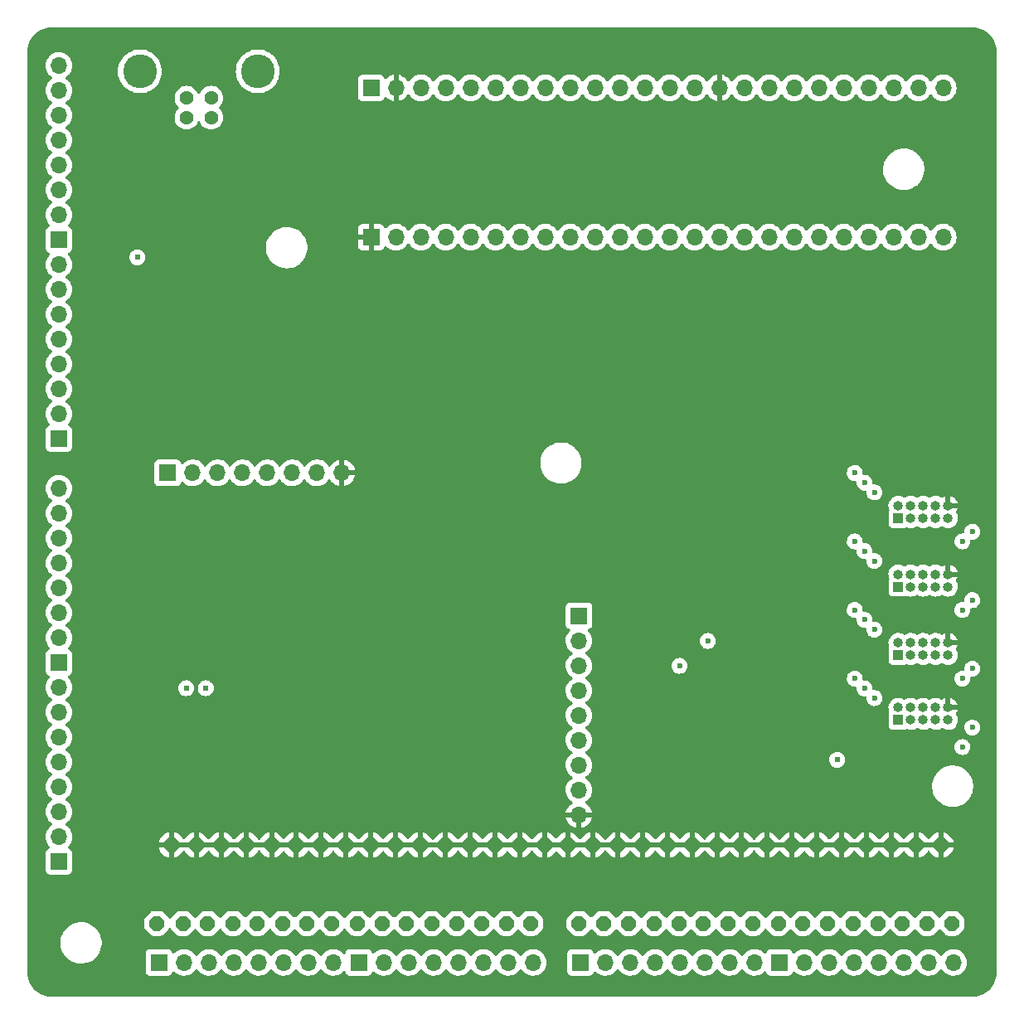
<source format=gbr>
%TF.GenerationSoftware,KiCad,Pcbnew,6.0.8-f2edbf62ab~116~ubuntu22.04.1*%
%TF.CreationDate,2022-10-25T14:40:57+01:00*%
%TF.ProjectId,fsr_array,6673725f-6172-4726-9179-2e6b69636164,3.0*%
%TF.SameCoordinates,Original*%
%TF.FileFunction,Copper,L2,Inr*%
%TF.FilePolarity,Positive*%
%FSLAX46Y46*%
G04 Gerber Fmt 4.6, Leading zero omitted, Abs format (unit mm)*
G04 Created by KiCad (PCBNEW 6.0.8-f2edbf62ab~116~ubuntu22.04.1) date 2022-10-25 14:40:57*
%MOMM*%
%LPD*%
G01*
G04 APERTURE LIST*
G04 Aperture macros list*
%AMOutline5P*
0 Free polygon, 5 corners , with rotation*
0 The origin of the aperture is its center*
0 number of corners: always 5*
0 $1 to $10 corner X, Y*
0 $11 Rotation angle, in degrees counterclockwise*
0 create outline with 5 corners*
4,1,5,$1,$2,$3,$4,$5,$6,$7,$8,$9,$10,$1,$2,$11*%
%AMOutline6P*
0 Free polygon, 6 corners , with rotation*
0 The origin of the aperture is its center*
0 number of corners: always 6*
0 $1 to $12 corner X, Y*
0 $13 Rotation angle, in degrees counterclockwise*
0 create outline with 6 corners*
4,1,6,$1,$2,$3,$4,$5,$6,$7,$8,$9,$10,$11,$12,$1,$2,$13*%
%AMOutline7P*
0 Free polygon, 7 corners , with rotation*
0 The origin of the aperture is its center*
0 number of corners: always 7*
0 $1 to $14 corner X, Y*
0 $15 Rotation angle, in degrees counterclockwise*
0 create outline with 7 corners*
4,1,7,$1,$2,$3,$4,$5,$6,$7,$8,$9,$10,$11,$12,$13,$14,$1,$2,$15*%
%AMOutline8P*
0 Free polygon, 8 corners , with rotation*
0 The origin of the aperture is its center*
0 number of corners: always 8*
0 $1 to $16 corner X, Y*
0 $17 Rotation angle, in degrees counterclockwise*
0 create outline with 8 corners*
4,1,8,$1,$2,$3,$4,$5,$6,$7,$8,$9,$10,$11,$12,$13,$14,$15,$16,$1,$2,$17*%
G04 Aperture macros list end*
%TA.AperFunction,ComponentPad*%
%ADD10Outline8P,-0.762000X0.315631X-0.315631X0.762000X0.315631X0.762000X0.762000X0.315631X0.762000X-0.315631X0.315631X-0.762000X-0.315631X-0.762000X-0.762000X-0.315631X90.000000*%
%TD*%
%TA.AperFunction,ComponentPad*%
%ADD11Outline8P,-0.762000X0.315631X-0.315631X0.762000X0.315631X0.762000X0.762000X0.315631X0.762000X-0.315631X0.315631X-0.762000X-0.315631X-0.762000X-0.762000X-0.315631X270.000000*%
%TD*%
%TA.AperFunction,ComponentPad*%
%ADD12R,1.700000X1.700000*%
%TD*%
%TA.AperFunction,ComponentPad*%
%ADD13O,1.700000X1.700000*%
%TD*%
%TA.AperFunction,ComponentPad*%
%ADD14R,1.000000X1.000000*%
%TD*%
%TA.AperFunction,ComponentPad*%
%ADD15O,1.000000X1.000000*%
%TD*%
%TA.AperFunction,ComponentPad*%
%ADD16C,1.431000*%
%TD*%
%TA.AperFunction,ComponentPad*%
%ADD17C,3.450000*%
%TD*%
%TA.AperFunction,ViaPad*%
%ADD18C,0.604000*%
%TD*%
%TA.AperFunction,ViaPad*%
%ADD19C,0.600000*%
%TD*%
G04 APERTURE END LIST*
D10*
%TO.N,GND*%
%TO.C,U$61*%
X193793900Y-133996400D03*
%TD*%
%TO.N,GND*%
%TO.C,U$63*%
X168383900Y-133996400D03*
%TD*%
%TO.N,GND*%
%TO.C,U$39*%
X163353900Y-133996400D03*
%TD*%
%TO.N,GND*%
%TO.C,U$45*%
X178613900Y-133996400D03*
%TD*%
D11*
%TO.N,Net-(ADC1-Pad1)*%
%TO.C,U$16*%
X113733900Y-141996400D03*
%TD*%
%TO.N,Net-(ADC2-Pad3)*%
%TO.C,U$44*%
X161913900Y-141996400D03*
%TD*%
%TO.N,Net-(ADC1-Pad3)*%
%TO.C,U$12*%
X118923900Y-141996400D03*
%TD*%
D12*
%TO.N,Net-(ADC1-Pad9)*%
%TO.C,J6*%
X134362800Y-145992800D03*
D13*
%TO.N,Net-(ADC1-Pad10)*%
X136902800Y-145992800D03*
%TO.N,Net-(ADC1-Pad11)*%
X139442800Y-145992800D03*
%TO.N,Net-(ADC1-Pad12)*%
X141982800Y-145992800D03*
%TO.N,Net-(ADC1-Pad13)*%
X144522800Y-145992800D03*
%TO.N,Net-(ADC1-Pad14)*%
X147062800Y-145992800D03*
%TO.N,Net-(ADC1-Pad15)*%
X149602800Y-145992800D03*
%TO.N,Net-(ADC1-Pad16)*%
X152142800Y-145992800D03*
%TD*%
D11*
%TO.N,Net-(ADC2-Pad2)*%
%TO.C,U$46*%
X159363900Y-141996400D03*
%TD*%
D10*
%TO.N,GND*%
%TO.C,U$49*%
X176013900Y-133996400D03*
%TD*%
%TO.N,GND*%
%TO.C,U$51*%
X181103900Y-133996400D03*
%TD*%
D12*
%TO.N,Net-(J4-Pad1)*%
%TO.C,J4*%
X103732800Y-72192800D03*
D13*
%TO.N,Net-(J4-Pad2)*%
X103732800Y-69652800D03*
%TO.N,Net-(J4-Pad3)*%
X103732800Y-67112800D03*
%TO.N,Net-(J4-Pad4)*%
X103732800Y-64572800D03*
%TO.N,Net-(J4-Pad5)*%
X103732800Y-62032800D03*
%TO.N,Net-(J4-Pad6)*%
X103732800Y-59492800D03*
%TO.N,Net-(J4-Pad7)*%
X103732800Y-56952800D03*
%TO.N,Net-(J4-Pad8)*%
X103732800Y-54412800D03*
%TD*%
D10*
%TO.N,GND*%
%TO.C,U$29*%
X155693900Y-133996400D03*
%TD*%
%TO.N,Net-(ADC2-Pad10)*%
%TO.C,U$62*%
X179703900Y-141996400D03*
%TD*%
%TO.N,GND*%
%TO.C,U$1*%
X145763900Y-133996400D03*
%TD*%
%TO.N,GND*%
%TO.C,U$57*%
X183673900Y-133996400D03*
%TD*%
D11*
%TO.N,Net-(ADC2-Pad6)*%
%TO.C,U$38*%
X169523900Y-141996400D03*
%TD*%
%TO.N,Net-(ADC2-Pad5)*%
%TO.C,U$40*%
X167043900Y-141996400D03*
%TD*%
D10*
%TO.N,GND*%
%TO.C,U$43*%
X160813900Y-133996400D03*
%TD*%
%TO.N,GND*%
%TO.C,U$13*%
X153313900Y-133996400D03*
%TD*%
D12*
%TO.N,GND*%
%TO.C,J12*%
X135612800Y-71932800D03*
D13*
%TO.N,unconnected-(J12-Pad2)*%
X138152800Y-71932800D03*
%TO.N,/MISO1*%
X140692800Y-71932800D03*
%TO.N,/S0*%
X143232800Y-71932800D03*
%TO.N,/S1*%
X145772800Y-71932800D03*
%TO.N,/S2*%
X148312800Y-71932800D03*
%TO.N,/S3*%
X150852800Y-71932800D03*
%TO.N,/EN1*%
X153392800Y-71932800D03*
%TO.N,/EN2*%
X155932800Y-71932800D03*
%TO.N,/EOC1*%
X158472800Y-71932800D03*
%TO.N,/CS1*%
X161012800Y-71932800D03*
%TO.N,/CS2*%
X163552800Y-71932800D03*
%TO.N,/MOSI*%
X166092800Y-71932800D03*
%TO.N,/MISO*%
X168632800Y-71932800D03*
%TO.N,+3.3V*%
X171172800Y-71932800D03*
%TO.N,unconnected-(J12-Pad16)*%
X173712800Y-71932800D03*
%TO.N,/EOC2*%
X176252800Y-71932800D03*
%TO.N,/MOSI1*%
X178792800Y-71932800D03*
%TO.N,/SCK1*%
X181332800Y-71932800D03*
%TO.N,unconnected-(J12-Pad20)*%
X183872800Y-71932800D03*
%TO.N,unconnected-(J12-Pad21)*%
X186412800Y-71932800D03*
%TO.N,unconnected-(J12-Pad22)*%
X188952800Y-71932800D03*
%TO.N,unconnected-(J12-Pad23)*%
X191492800Y-71932800D03*
%TO.N,unconnected-(J12-Pad24)*%
X194032800Y-71932800D03*
%TD*%
D11*
%TO.N,Net-(ADC1-Pad12)*%
%TO.C,U$26*%
X141793900Y-141996400D03*
%TD*%
D12*
%TO.N,/EOC1*%
%TO.C,J10*%
X156832800Y-110592800D03*
D13*
%TO.N,/EOC2*%
X156832800Y-113132800D03*
%TO.N,/MISO*%
X156832800Y-115672800D03*
%TO.N,/MOSI*%
X156832800Y-118212800D03*
%TO.N,/SCLK*%
X156832800Y-120752800D03*
%TO.N,/CS1*%
X156832800Y-123292800D03*
%TO.N,/CS2*%
X156832800Y-125832800D03*
%TO.N,+5V*%
X156832800Y-128372800D03*
%TO.N,GND*%
X156832800Y-130912800D03*
%TD*%
D10*
%TO.N,GND*%
%TO.C,U$5*%
X148273900Y-133996400D03*
%TD*%
%TO.N,GND*%
%TO.C,U$7*%
X125473900Y-133996400D03*
%TD*%
D11*
%TO.N,Net-(ADC2-Pad8)*%
%TO.C,U$34*%
X174593900Y-141996400D03*
%TD*%
D12*
%TO.N,Net-(J1-Pad1)*%
%TO.C,J1*%
X103732800Y-135692800D03*
D13*
%TO.N,Net-(J1-Pad2)*%
X103732800Y-133152800D03*
%TO.N,Net-(J1-Pad3)*%
X103732800Y-130612800D03*
%TO.N,Net-(J1-Pad4)*%
X103732800Y-128072800D03*
%TO.N,Net-(J1-Pad5)*%
X103732800Y-125532800D03*
%TO.N,Net-(J1-Pad6)*%
X103732800Y-122992800D03*
%TO.N,Net-(J1-Pad7)*%
X103732800Y-120452800D03*
%TO.N,Net-(J1-Pad8)*%
X103732800Y-117912800D03*
%TD*%
D10*
%TO.N,GND*%
%TO.C,U$27*%
X138093900Y-133996400D03*
%TD*%
D11*
%TO.N,Net-(ADC2-Pad9)*%
%TO.C,U$64*%
X177183900Y-141996400D03*
%TD*%
D10*
%TO.N,GND*%
%TO.C,U$3*%
X122883900Y-133996400D03*
%TD*%
D11*
%TO.N,Net-(ADC1-Pad7)*%
%TO.C,U$4*%
X129073900Y-141996400D03*
%TD*%
%TO.N,Net-(ADC1-Pad15)*%
%TO.C,U$20*%
X149423900Y-141996400D03*
%TD*%
D14*
%TO.N,+3.3V*%
%TO.C,J14*%
X189450000Y-100625000D03*
D15*
%TO.N,/TRIGA*%
X189450000Y-99355000D03*
%TO.N,/MISO1*%
X190720000Y-100625000D03*
%TO.N,/MOSI1*%
X190720000Y-99355000D03*
%TO.N,/SCK1*%
X191990000Y-100625000D03*
%TO.N,/INTA1*%
X191990000Y-99355000D03*
%TO.N,/INTA2*%
X193260000Y-100625000D03*
%TO.N,unconnected-(J14-Pad8)*%
X193260000Y-99355000D03*
%TO.N,/CSA1*%
X194530000Y-100625000D03*
%TO.N,GND*%
X194530000Y-99355000D03*
%TD*%
D11*
%TO.N,Net-(ADC1-Pad8)*%
%TO.C,U$2*%
X131593900Y-141996400D03*
%TD*%
D10*
%TO.N,GND*%
%TO.C,U$11*%
X127943900Y-133996400D03*
%TD*%
D11*
%TO.N,Net-(ADC1-Pad10)*%
%TO.C,U$30*%
X136733900Y-141996400D03*
%TD*%
D10*
%TO.N,GND*%
%TO.C,U$53*%
X165903900Y-133996400D03*
%TD*%
%TO.N,GND*%
%TO.C,U$41*%
X191273900Y-133996400D03*
%TD*%
D12*
%TO.N,Net-(J3-Pad1)*%
%TO.C,J3*%
X103732800Y-92512800D03*
D13*
%TO.N,Net-(J3-Pad2)*%
X103732800Y-89972800D03*
%TO.N,Net-(J3-Pad3)*%
X103732800Y-87432800D03*
%TO.N,Net-(J3-Pad4)*%
X103732800Y-84892800D03*
%TO.N,Net-(J3-Pad5)*%
X103732800Y-82352800D03*
%TO.N,Net-(J3-Pad6)*%
X103732800Y-79812800D03*
%TO.N,Net-(J3-Pad7)*%
X103732800Y-77272800D03*
%TO.N,Net-(J3-Pad8)*%
X103732800Y-74732800D03*
%TD*%
D10*
%TO.N,GND*%
%TO.C,U$55*%
X173423900Y-133996400D03*
%TD*%
D11*
%TO.N,Net-(ADC2-Pad13)*%
%TO.C,U$56*%
X187343900Y-141996400D03*
%TD*%
D14*
%TO.N,+3.3V*%
%TO.C,J13*%
X189450000Y-107625000D03*
D15*
%TO.N,/TRIGA*%
X189450000Y-106355000D03*
%TO.N,/MISO1*%
X190720000Y-107625000D03*
%TO.N,/MOSI1*%
X190720000Y-106355000D03*
%TO.N,/SCK1*%
X191990000Y-107625000D03*
%TO.N,/INTA1*%
X191990000Y-106355000D03*
%TO.N,/INTA2*%
X193260000Y-107625000D03*
%TO.N,unconnected-(J13-Pad8)*%
X193260000Y-106355000D03*
%TO.N,/CSA2*%
X194530000Y-107625000D03*
%TO.N,GND*%
X194530000Y-106355000D03*
%TD*%
D12*
%TO.N,+5V*%
%TO.C,J11*%
X135612800Y-56692800D03*
D13*
%TO.N,GND*%
X138152800Y-56692800D03*
%TO.N,/CSA1*%
X140692800Y-56692800D03*
%TO.N,/CSA2*%
X143232800Y-56692800D03*
%TO.N,unconnected-(J11-Pad5)*%
X145772800Y-56692800D03*
%TO.N,unconnected-(J11-Pad6)*%
X148312800Y-56692800D03*
%TO.N,/CSA3*%
X150852800Y-56692800D03*
%TO.N,/CSA4*%
X153392800Y-56692800D03*
%TO.N,unconnected-(J11-Pad9)*%
X155932800Y-56692800D03*
%TO.N,unconnected-(J11-Pad10)*%
X158472800Y-56692800D03*
%TO.N,unconnected-(J11-Pad11)*%
X161012800Y-56692800D03*
%TO.N,unconnected-(J11-Pad12)*%
X163552800Y-56692800D03*
%TO.N,unconnected-(J11-Pad13)*%
X166092800Y-56692800D03*
%TO.N,/SCK*%
X168632800Y-56692800D03*
%TO.N,GND*%
X171172800Y-56692800D03*
%TO.N,unconnected-(J11-Pad16)*%
X173712800Y-56692800D03*
%TO.N,unconnected-(J11-Pad17)*%
X176252800Y-56692800D03*
%TO.N,unconnected-(J11-Pad18)*%
X178792800Y-56692800D03*
%TO.N,unconnected-(J11-Pad19)*%
X181332800Y-56692800D03*
%TO.N,/INTA1*%
X183872800Y-56692800D03*
%TO.N,/INTA2*%
X186412800Y-56692800D03*
%TO.N,unconnected-(J11-Pad22)*%
X188952800Y-56692800D03*
%TO.N,unconnected-(J11-Pad23)*%
X191492800Y-56692800D03*
%TO.N,/TRIGA*%
X194032800Y-56692800D03*
%TD*%
D12*
%TO.N,/S0*%
%TO.C,J9*%
X114857800Y-95992800D03*
D13*
%TO.N,/S1*%
X117397800Y-95992800D03*
%TO.N,/S2*%
X119937800Y-95992800D03*
%TO.N,/S3*%
X122477800Y-95992800D03*
%TO.N,/EN1*%
X125017800Y-95992800D03*
%TO.N,/EN2*%
X127557800Y-95992800D03*
%TO.N,+5V*%
X130097800Y-95992800D03*
%TO.N,GND*%
X132637800Y-95992800D03*
%TD*%
D12*
%TO.N,Net-(ADC2-Pad1)*%
%TO.C,J7*%
X156982800Y-145992800D03*
D13*
%TO.N,Net-(ADC2-Pad2)*%
X159522800Y-145992800D03*
%TO.N,Net-(ADC2-Pad3)*%
X162062800Y-145992800D03*
%TO.N,Net-(ADC2-Pad4)*%
X164602800Y-145992800D03*
%TO.N,Net-(ADC2-Pad5)*%
X167142800Y-145992800D03*
%TO.N,Net-(ADC2-Pad6)*%
X169682800Y-145992800D03*
%TO.N,Net-(ADC2-Pad7)*%
X172222800Y-145992800D03*
%TO.N,Net-(ADC2-Pad8)*%
X174762800Y-145992800D03*
%TD*%
D11*
%TO.N,Net-(ADC1-Pad5)*%
%TO.C,U$8*%
X123993900Y-141996400D03*
%TD*%
D12*
%TO.N,Net-(ADC2-Pad9)*%
%TO.C,J8*%
X177302800Y-145992800D03*
D13*
%TO.N,Net-(ADC2-Pad10)*%
X179842800Y-145992800D03*
%TO.N,Net-(ADC2-Pad11)*%
X182382800Y-145992800D03*
%TO.N,Net-(ADC2-Pad12)*%
X184922800Y-145992800D03*
%TO.N,Net-(ADC2-Pad13)*%
X187462800Y-145992800D03*
%TO.N,Net-(ADC2-Pad14)*%
X190002800Y-145992800D03*
%TO.N,Net-(ADC2-Pad15)*%
X192542800Y-145992800D03*
%TO.N,Net-(ADC2-Pad16)*%
X195082800Y-145992800D03*
%TD*%
D11*
%TO.N,Net-(ADC2-Pad16)*%
%TO.C,U$50*%
X194923900Y-141996400D03*
%TD*%
D10*
%TO.N,GND*%
%TO.C,U$19*%
X133023900Y-133996400D03*
%TD*%
%TO.N,Net-(ADC2-Pad15)*%
%TO.C,U$52*%
X192393900Y-141996400D03*
%TD*%
%TO.N,Net-(ADC2-Pad4)*%
%TO.C,U$42*%
X164493900Y-141996400D03*
%TD*%
%TO.N,GND*%
%TO.C,U$59*%
X170963900Y-133996400D03*
%TD*%
D11*
%TO.N,Net-(ADC2-Pad11)*%
%TO.C,U$60*%
X182223900Y-141996400D03*
%TD*%
%TO.N,Net-(ADC1-Pad14)*%
%TO.C,U$22*%
X146873900Y-141996400D03*
%TD*%
D10*
%TO.N,GND*%
%TO.C,U$47*%
X186213900Y-133996400D03*
%TD*%
D14*
%TO.N,+3.3V*%
%TO.C,J16*%
X189450000Y-121250000D03*
D15*
%TO.N,/TRIGA*%
X189450000Y-119980000D03*
%TO.N,/MISO1*%
X190720000Y-121250000D03*
%TO.N,/MOSI1*%
X190720000Y-119980000D03*
%TO.N,/SCK1*%
X191990000Y-121250000D03*
%TO.N,/INTA1*%
X191990000Y-119980000D03*
%TO.N,/INTA2*%
X193260000Y-121250000D03*
%TO.N,unconnected-(J16-Pad8)*%
X193260000Y-119980000D03*
%TO.N,/CSA4*%
X194530000Y-121250000D03*
%TO.N,GND*%
X194530000Y-119980000D03*
%TD*%
D10*
%TO.N,GND*%
%TO.C,U$37*%
X188763900Y-133996400D03*
%TD*%
%TO.N,GND*%
%TO.C,U$35*%
X143213900Y-133996400D03*
%TD*%
D14*
%TO.N,+3.3V*%
%TO.C,J15*%
X189450000Y-114625000D03*
D15*
%TO.N,/TRIGA*%
X189450000Y-113355000D03*
%TO.N,/MISO1*%
X190720000Y-114625000D03*
%TO.N,/MOSI1*%
X190720000Y-113355000D03*
%TO.N,/SCK1*%
X191990000Y-114625000D03*
%TO.N,/INTA1*%
X191990000Y-113355000D03*
%TO.N,/INTA2*%
X193260000Y-114625000D03*
%TO.N,unconnected-(J15-Pad8)*%
X193260000Y-113355000D03*
%TO.N,/CSA3*%
X194530000Y-114625000D03*
%TO.N,GND*%
X194530000Y-113355000D03*
%TD*%
D11*
%TO.N,Net-(ADC2-Pad12)*%
%TO.C,U$58*%
X184823900Y-141996400D03*
%TD*%
%TO.N,GND*%
%TO.C,U$21*%
X117753900Y-133996400D03*
%TD*%
%TO.N,Net-(ADC2-Pad7)*%
%TO.C,U$36*%
X172093900Y-141996400D03*
%TD*%
D10*
%TO.N,GND*%
%TO.C,U$23*%
X135583900Y-133996400D03*
%TD*%
D11*
%TO.N,GND*%
%TO.C,U$17*%
X120313900Y-133996400D03*
%TD*%
%TO.N,Net-(ADC1-Pad9)*%
%TO.C,U$32*%
X134193900Y-141996400D03*
%TD*%
%TO.N,Net-(ADC2-Pad1)*%
%TO.C,U$48*%
X156853900Y-141996400D03*
%TD*%
%TO.N,Net-(ADC1-Pad6)*%
%TO.C,U$6*%
X126573900Y-141996400D03*
%TD*%
D10*
%TO.N,GND*%
%TO.C,U$15*%
X130493900Y-133996400D03*
%TD*%
%TO.N,GND*%
%TO.C,U$9*%
X150773900Y-133996400D03*
%TD*%
D11*
%TO.N,Net-(ADC1-Pad13)*%
%TO.C,U$24*%
X144353900Y-141996400D03*
%TD*%
%TO.N,Net-(ADC1-Pad4)*%
%TO.C,U$10*%
X121503900Y-141996400D03*
%TD*%
D12*
%TO.N,Net-(ADC1-Pad1)*%
%TO.C,J5*%
X113957800Y-145992800D03*
D13*
%TO.N,Net-(ADC1-Pad2)*%
X116497800Y-145992800D03*
%TO.N,Net-(ADC1-Pad3)*%
X119037800Y-145992800D03*
%TO.N,Net-(ADC1-Pad4)*%
X121577800Y-145992800D03*
%TO.N,Net-(ADC1-Pad5)*%
X124117800Y-145992800D03*
%TO.N,Net-(ADC1-Pad6)*%
X126657800Y-145992800D03*
%TO.N,Net-(ADC1-Pad7)*%
X129197800Y-145992800D03*
%TO.N,Net-(ADC1-Pad8)*%
X131737800Y-145992800D03*
%TD*%
D11*
%TO.N,Net-(ADC1-Pad16)*%
%TO.C,U$18*%
X151903900Y-141996400D03*
%TD*%
D10*
%TO.N,GND*%
%TO.C,U$31*%
X140603900Y-133996400D03*
%TD*%
D11*
%TO.N,Net-(ADC2-Pad14)*%
%TO.C,U$54*%
X189873900Y-141996400D03*
%TD*%
D16*
%TO.N,/L1*%
%TO.C,J17*%
X116770000Y-59710000D03*
%TO.N,/L2*%
X119270000Y-59710000D03*
%TO.N,/L3*%
X119270000Y-57710000D03*
%TO.N,/L4*%
X116770000Y-57710000D03*
D17*
%TO.N,/M1*%
X124040000Y-55000000D03*
%TO.N,/M2*%
X112000000Y-55000000D03*
%TD*%
D11*
%TO.N,Net-(ADC1-Pad11)*%
%TO.C,U$28*%
X139233900Y-141996400D03*
%TD*%
D10*
%TO.N,GND*%
%TO.C,U$33*%
X158223900Y-133996400D03*
%TD*%
D12*
%TO.N,Net-(J2-Pad1)*%
%TO.C,J2*%
X103732800Y-115372800D03*
D13*
%TO.N,Net-(J2-Pad2)*%
X103732800Y-112832800D03*
%TO.N,Net-(J2-Pad3)*%
X103732800Y-110292800D03*
%TO.N,Net-(J2-Pad4)*%
X103732800Y-107752800D03*
%TO.N,Net-(J2-Pad5)*%
X103732800Y-105212800D03*
%TO.N,Net-(J2-Pad6)*%
X103732800Y-102672800D03*
%TO.N,Net-(J2-Pad7)*%
X103732800Y-100132800D03*
%TO.N,Net-(J2-Pad8)*%
X103732800Y-97592800D03*
%TD*%
D11*
%TO.N,Net-(ADC1-Pad2)*%
%TO.C,U$14*%
X116393900Y-141996400D03*
%TD*%
%TO.N,GND*%
%TO.C,U$25*%
X115233900Y-133996400D03*
%TD*%
D18*
%TO.N,/S0*%
X116733900Y-117996400D03*
%TO.N,/S1*%
X118733900Y-117996400D03*
%TO.N,GND*%
X119733900Y-79996400D03*
D19*
%TO.N,/EOC2*%
X170000000Y-113166400D03*
D18*
%TO.N,+5V*%
X183200000Y-125300000D03*
X111733900Y-73996400D03*
D19*
%TO.N,/MISO*%
X167106400Y-115706400D03*
%TO.N,/INTA1*%
X185000000Y-117000000D03*
X185000000Y-110000000D03*
X185000000Y-96000000D03*
X185000000Y-103000000D03*
%TO.N,/INTA2*%
X197000000Y-122000000D03*
X197000000Y-109000000D03*
X197000000Y-102000000D03*
X197000000Y-116000000D03*
%TO.N,/TRIGA*%
X187000000Y-105000000D03*
X187000000Y-119000000D03*
X187000000Y-112000000D03*
X187000000Y-98000000D03*
%TO.N,/MOSI1*%
X186000000Y-104000000D03*
X186000000Y-97000000D03*
X186000000Y-118000000D03*
X186000000Y-111000000D03*
%TO.N,/SCK1*%
X196000000Y-124000000D03*
X196000000Y-103000000D03*
X196000000Y-117000000D03*
X196000000Y-110000000D03*
%TD*%
%TA.AperFunction,Conductor*%
%TO.N,GND*%
G36*
X196970018Y-50510000D02*
G01*
X196984851Y-50512310D01*
X196984855Y-50512310D01*
X196993724Y-50513691D01*
X197010923Y-50511442D01*
X197034863Y-50510609D01*
X197292710Y-50526206D01*
X197307814Y-50528040D01*
X197379786Y-50541229D01*
X197588760Y-50579525D01*
X197603526Y-50583164D01*
X197876231Y-50668142D01*
X197890445Y-50673534D01*
X198108223Y-50771547D01*
X198150906Y-50790757D01*
X198164379Y-50797828D01*
X198408813Y-50945595D01*
X198421334Y-50954238D01*
X198646171Y-51130385D01*
X198657560Y-51140475D01*
X198859525Y-51342440D01*
X198869615Y-51353829D01*
X199045762Y-51578666D01*
X199054405Y-51591187D01*
X199202172Y-51835621D01*
X199209242Y-51849092D01*
X199326466Y-52109555D01*
X199331859Y-52123773D01*
X199416836Y-52396473D01*
X199420477Y-52411246D01*
X199471960Y-52692186D01*
X199473794Y-52707290D01*
X199488953Y-52957904D01*
X199487692Y-52984716D01*
X199487690Y-52984852D01*
X199486309Y-52993724D01*
X199487473Y-53002626D01*
X199487473Y-53002628D01*
X199490436Y-53025283D01*
X199491500Y-53041621D01*
X199491500Y-146950633D01*
X199490000Y-146970018D01*
X199487690Y-146984851D01*
X199487690Y-146984855D01*
X199486309Y-146993724D01*
X199488558Y-147010919D01*
X199489391Y-147034863D01*
X199473794Y-147292710D01*
X199471960Y-147307814D01*
X199420477Y-147588754D01*
X199416836Y-147603527D01*
X199331859Y-147876227D01*
X199326466Y-147890445D01*
X199209243Y-148150906D01*
X199202172Y-148164379D01*
X199054405Y-148408813D01*
X199045762Y-148421334D01*
X198869615Y-148646171D01*
X198859525Y-148657560D01*
X198657560Y-148859525D01*
X198646171Y-148869615D01*
X198421334Y-149045762D01*
X198408813Y-149054405D01*
X198164379Y-149202172D01*
X198150908Y-149209242D01*
X197890445Y-149326466D01*
X197876231Y-149331858D01*
X197603527Y-149416836D01*
X197588760Y-149420475D01*
X197379786Y-149458771D01*
X197307814Y-149471960D01*
X197292710Y-149473794D01*
X197042096Y-149488953D01*
X197015284Y-149487692D01*
X197015148Y-149487690D01*
X197006276Y-149486309D01*
X196997374Y-149487473D01*
X196997372Y-149487473D01*
X196982707Y-149489391D01*
X196974714Y-149490436D01*
X196958379Y-149491500D01*
X103049367Y-149491500D01*
X103029982Y-149490000D01*
X103015149Y-149487690D01*
X103015145Y-149487690D01*
X103006276Y-149486309D01*
X102989077Y-149488558D01*
X102965137Y-149489391D01*
X102707290Y-149473794D01*
X102692186Y-149471960D01*
X102620214Y-149458771D01*
X102411240Y-149420475D01*
X102396473Y-149416836D01*
X102123769Y-149331858D01*
X102109555Y-149326466D01*
X101849092Y-149209242D01*
X101835621Y-149202172D01*
X101591187Y-149054405D01*
X101578666Y-149045762D01*
X101353829Y-148869615D01*
X101342440Y-148859525D01*
X101140475Y-148657560D01*
X101130385Y-148646171D01*
X100954238Y-148421334D01*
X100945595Y-148408813D01*
X100797828Y-148164379D01*
X100790757Y-148150906D01*
X100673534Y-147890445D01*
X100668141Y-147876227D01*
X100583164Y-147603527D01*
X100579523Y-147588754D01*
X100528040Y-147307814D01*
X100526206Y-147292710D01*
X100511269Y-147045768D01*
X100512520Y-147022216D01*
X100512334Y-147022199D01*
X100512769Y-147017350D01*
X100513576Y-147012552D01*
X100513729Y-147000000D01*
X100509773Y-146972376D01*
X100508500Y-146954514D01*
X100508500Y-146890934D01*
X112599300Y-146890934D01*
X112606055Y-146953116D01*
X112657185Y-147089505D01*
X112744539Y-147206061D01*
X112861095Y-147293415D01*
X112997484Y-147344545D01*
X113059666Y-147351300D01*
X114855934Y-147351300D01*
X114918116Y-147344545D01*
X115054505Y-147293415D01*
X115171061Y-147206061D01*
X115258415Y-147089505D01*
X115278109Y-147036971D01*
X115302398Y-146972182D01*
X115345040Y-146915418D01*
X115411602Y-146890718D01*
X115480950Y-146905926D01*
X115515617Y-146933914D01*
X115544050Y-146966738D01*
X115715926Y-147109432D01*
X115908800Y-147222138D01*
X116117492Y-147301830D01*
X116122560Y-147302861D01*
X116122563Y-147302862D01*
X116229817Y-147324683D01*
X116336397Y-147346367D01*
X116341572Y-147346557D01*
X116341574Y-147346557D01*
X116554473Y-147354364D01*
X116554477Y-147354364D01*
X116559637Y-147354553D01*
X116564757Y-147353897D01*
X116564759Y-147353897D01*
X116776088Y-147326825D01*
X116776089Y-147326825D01*
X116781216Y-147326168D01*
X116842393Y-147307814D01*
X116990229Y-147263461D01*
X116990234Y-147263459D01*
X116995184Y-147261974D01*
X117195794Y-147163696D01*
X117377660Y-147033973D01*
X117535896Y-146876289D01*
X117540882Y-146869351D01*
X117666253Y-146694877D01*
X117667576Y-146695828D01*
X117714445Y-146652657D01*
X117784380Y-146640425D01*
X117849826Y-146667944D01*
X117877675Y-146699794D01*
X117937787Y-146797888D01*
X118084050Y-146966738D01*
X118255926Y-147109432D01*
X118448800Y-147222138D01*
X118657492Y-147301830D01*
X118662560Y-147302861D01*
X118662563Y-147302862D01*
X118769817Y-147324683D01*
X118876397Y-147346367D01*
X118881572Y-147346557D01*
X118881574Y-147346557D01*
X119094473Y-147354364D01*
X119094477Y-147354364D01*
X119099637Y-147354553D01*
X119104757Y-147353897D01*
X119104759Y-147353897D01*
X119316088Y-147326825D01*
X119316089Y-147326825D01*
X119321216Y-147326168D01*
X119382393Y-147307814D01*
X119530229Y-147263461D01*
X119530234Y-147263459D01*
X119535184Y-147261974D01*
X119735794Y-147163696D01*
X119917660Y-147033973D01*
X120075896Y-146876289D01*
X120080882Y-146869351D01*
X120206253Y-146694877D01*
X120207576Y-146695828D01*
X120254445Y-146652657D01*
X120324380Y-146640425D01*
X120389826Y-146667944D01*
X120417675Y-146699794D01*
X120477787Y-146797888D01*
X120624050Y-146966738D01*
X120795926Y-147109432D01*
X120988800Y-147222138D01*
X121197492Y-147301830D01*
X121202560Y-147302861D01*
X121202563Y-147302862D01*
X121309817Y-147324683D01*
X121416397Y-147346367D01*
X121421572Y-147346557D01*
X121421574Y-147346557D01*
X121634473Y-147354364D01*
X121634477Y-147354364D01*
X121639637Y-147354553D01*
X121644757Y-147353897D01*
X121644759Y-147353897D01*
X121856088Y-147326825D01*
X121856089Y-147326825D01*
X121861216Y-147326168D01*
X121922393Y-147307814D01*
X122070229Y-147263461D01*
X122070234Y-147263459D01*
X122075184Y-147261974D01*
X122275794Y-147163696D01*
X122457660Y-147033973D01*
X122615896Y-146876289D01*
X122620882Y-146869351D01*
X122746253Y-146694877D01*
X122747576Y-146695828D01*
X122794445Y-146652657D01*
X122864380Y-146640425D01*
X122929826Y-146667944D01*
X122957675Y-146699794D01*
X123017787Y-146797888D01*
X123164050Y-146966738D01*
X123335926Y-147109432D01*
X123528800Y-147222138D01*
X123737492Y-147301830D01*
X123742560Y-147302861D01*
X123742563Y-147302862D01*
X123849817Y-147324683D01*
X123956397Y-147346367D01*
X123961572Y-147346557D01*
X123961574Y-147346557D01*
X124174473Y-147354364D01*
X124174477Y-147354364D01*
X124179637Y-147354553D01*
X124184757Y-147353897D01*
X124184759Y-147353897D01*
X124396088Y-147326825D01*
X124396089Y-147326825D01*
X124401216Y-147326168D01*
X124462393Y-147307814D01*
X124610229Y-147263461D01*
X124610234Y-147263459D01*
X124615184Y-147261974D01*
X124815794Y-147163696D01*
X124997660Y-147033973D01*
X125155896Y-146876289D01*
X125160882Y-146869351D01*
X125286253Y-146694877D01*
X125287576Y-146695828D01*
X125334445Y-146652657D01*
X125404380Y-146640425D01*
X125469826Y-146667944D01*
X125497675Y-146699794D01*
X125557787Y-146797888D01*
X125704050Y-146966738D01*
X125875926Y-147109432D01*
X126068800Y-147222138D01*
X126277492Y-147301830D01*
X126282560Y-147302861D01*
X126282563Y-147302862D01*
X126389817Y-147324683D01*
X126496397Y-147346367D01*
X126501572Y-147346557D01*
X126501574Y-147346557D01*
X126714473Y-147354364D01*
X126714477Y-147354364D01*
X126719637Y-147354553D01*
X126724757Y-147353897D01*
X126724759Y-147353897D01*
X126936088Y-147326825D01*
X126936089Y-147326825D01*
X126941216Y-147326168D01*
X127002393Y-147307814D01*
X127150229Y-147263461D01*
X127150234Y-147263459D01*
X127155184Y-147261974D01*
X127355794Y-147163696D01*
X127537660Y-147033973D01*
X127695896Y-146876289D01*
X127700882Y-146869351D01*
X127826253Y-146694877D01*
X127827576Y-146695828D01*
X127874445Y-146652657D01*
X127944380Y-146640425D01*
X128009826Y-146667944D01*
X128037675Y-146699794D01*
X128097787Y-146797888D01*
X128244050Y-146966738D01*
X128415926Y-147109432D01*
X128608800Y-147222138D01*
X128817492Y-147301830D01*
X128822560Y-147302861D01*
X128822563Y-147302862D01*
X128929817Y-147324683D01*
X129036397Y-147346367D01*
X129041572Y-147346557D01*
X129041574Y-147346557D01*
X129254473Y-147354364D01*
X129254477Y-147354364D01*
X129259637Y-147354553D01*
X129264757Y-147353897D01*
X129264759Y-147353897D01*
X129476088Y-147326825D01*
X129476089Y-147326825D01*
X129481216Y-147326168D01*
X129542393Y-147307814D01*
X129690229Y-147263461D01*
X129690234Y-147263459D01*
X129695184Y-147261974D01*
X129895794Y-147163696D01*
X130077660Y-147033973D01*
X130235896Y-146876289D01*
X130240882Y-146869351D01*
X130366253Y-146694877D01*
X130367576Y-146695828D01*
X130414445Y-146652657D01*
X130484380Y-146640425D01*
X130549826Y-146667944D01*
X130577675Y-146699794D01*
X130637787Y-146797888D01*
X130784050Y-146966738D01*
X130955926Y-147109432D01*
X131148800Y-147222138D01*
X131357492Y-147301830D01*
X131362560Y-147302861D01*
X131362563Y-147302862D01*
X131469817Y-147324683D01*
X131576397Y-147346367D01*
X131581572Y-147346557D01*
X131581574Y-147346557D01*
X131794473Y-147354364D01*
X131794477Y-147354364D01*
X131799637Y-147354553D01*
X131804757Y-147353897D01*
X131804759Y-147353897D01*
X132016088Y-147326825D01*
X132016089Y-147326825D01*
X132021216Y-147326168D01*
X132082393Y-147307814D01*
X132230229Y-147263461D01*
X132230234Y-147263459D01*
X132235184Y-147261974D01*
X132435794Y-147163696D01*
X132617660Y-147033973D01*
X132775896Y-146876289D01*
X132778912Y-146872092D01*
X132778915Y-146872089D01*
X132780882Y-146869351D01*
X132781959Y-146868512D01*
X132782265Y-146868152D01*
X132782339Y-146868215D01*
X132836879Y-146825705D01*
X132907582Y-146819262D01*
X132970545Y-146852067D01*
X133005778Y-146913705D01*
X133008465Y-146929274D01*
X133010201Y-146945260D01*
X133010202Y-146945264D01*
X133011055Y-146953116D01*
X133062185Y-147089505D01*
X133149539Y-147206061D01*
X133266095Y-147293415D01*
X133402484Y-147344545D01*
X133464666Y-147351300D01*
X135260934Y-147351300D01*
X135323116Y-147344545D01*
X135459505Y-147293415D01*
X135576061Y-147206061D01*
X135663415Y-147089505D01*
X135683109Y-147036971D01*
X135707398Y-146972182D01*
X135750040Y-146915418D01*
X135816602Y-146890718D01*
X135885950Y-146905926D01*
X135920617Y-146933914D01*
X135949050Y-146966738D01*
X136120926Y-147109432D01*
X136313800Y-147222138D01*
X136522492Y-147301830D01*
X136527560Y-147302861D01*
X136527563Y-147302862D01*
X136634817Y-147324683D01*
X136741397Y-147346367D01*
X136746572Y-147346557D01*
X136746574Y-147346557D01*
X136959473Y-147354364D01*
X136959477Y-147354364D01*
X136964637Y-147354553D01*
X136969757Y-147353897D01*
X136969759Y-147353897D01*
X137181088Y-147326825D01*
X137181089Y-147326825D01*
X137186216Y-147326168D01*
X137247393Y-147307814D01*
X137395229Y-147263461D01*
X137395234Y-147263459D01*
X137400184Y-147261974D01*
X137600794Y-147163696D01*
X137782660Y-147033973D01*
X137940896Y-146876289D01*
X137945882Y-146869351D01*
X138071253Y-146694877D01*
X138072576Y-146695828D01*
X138119445Y-146652657D01*
X138189380Y-146640425D01*
X138254826Y-146667944D01*
X138282675Y-146699794D01*
X138342787Y-146797888D01*
X138489050Y-146966738D01*
X138660926Y-147109432D01*
X138853800Y-147222138D01*
X139062492Y-147301830D01*
X139067560Y-147302861D01*
X139067563Y-147302862D01*
X139174817Y-147324683D01*
X139281397Y-147346367D01*
X139286572Y-147346557D01*
X139286574Y-147346557D01*
X139499473Y-147354364D01*
X139499477Y-147354364D01*
X139504637Y-147354553D01*
X139509757Y-147353897D01*
X139509759Y-147353897D01*
X139721088Y-147326825D01*
X139721089Y-147326825D01*
X139726216Y-147326168D01*
X139787393Y-147307814D01*
X139935229Y-147263461D01*
X139935234Y-147263459D01*
X139940184Y-147261974D01*
X140140794Y-147163696D01*
X140322660Y-147033973D01*
X140480896Y-146876289D01*
X140485882Y-146869351D01*
X140611253Y-146694877D01*
X140612576Y-146695828D01*
X140659445Y-146652657D01*
X140729380Y-146640425D01*
X140794826Y-146667944D01*
X140822675Y-146699794D01*
X140882787Y-146797888D01*
X141029050Y-146966738D01*
X141200926Y-147109432D01*
X141393800Y-147222138D01*
X141602492Y-147301830D01*
X141607560Y-147302861D01*
X141607563Y-147302862D01*
X141714817Y-147324683D01*
X141821397Y-147346367D01*
X141826572Y-147346557D01*
X141826574Y-147346557D01*
X142039473Y-147354364D01*
X142039477Y-147354364D01*
X142044637Y-147354553D01*
X142049757Y-147353897D01*
X142049759Y-147353897D01*
X142261088Y-147326825D01*
X142261089Y-147326825D01*
X142266216Y-147326168D01*
X142327393Y-147307814D01*
X142475229Y-147263461D01*
X142475234Y-147263459D01*
X142480184Y-147261974D01*
X142680794Y-147163696D01*
X142862660Y-147033973D01*
X143020896Y-146876289D01*
X143025882Y-146869351D01*
X143151253Y-146694877D01*
X143152576Y-146695828D01*
X143199445Y-146652657D01*
X143269380Y-146640425D01*
X143334826Y-146667944D01*
X143362675Y-146699794D01*
X143422787Y-146797888D01*
X143569050Y-146966738D01*
X143740926Y-147109432D01*
X143933800Y-147222138D01*
X144142492Y-147301830D01*
X144147560Y-147302861D01*
X144147563Y-147302862D01*
X144254817Y-147324683D01*
X144361397Y-147346367D01*
X144366572Y-147346557D01*
X144366574Y-147346557D01*
X144579473Y-147354364D01*
X144579477Y-147354364D01*
X144584637Y-147354553D01*
X144589757Y-147353897D01*
X144589759Y-147353897D01*
X144801088Y-147326825D01*
X144801089Y-147326825D01*
X144806216Y-147326168D01*
X144867393Y-147307814D01*
X145015229Y-147263461D01*
X145015234Y-147263459D01*
X145020184Y-147261974D01*
X145220794Y-147163696D01*
X145402660Y-147033973D01*
X145560896Y-146876289D01*
X145565882Y-146869351D01*
X145691253Y-146694877D01*
X145692576Y-146695828D01*
X145739445Y-146652657D01*
X145809380Y-146640425D01*
X145874826Y-146667944D01*
X145902675Y-146699794D01*
X145962787Y-146797888D01*
X146109050Y-146966738D01*
X146280926Y-147109432D01*
X146473800Y-147222138D01*
X146682492Y-147301830D01*
X146687560Y-147302861D01*
X146687563Y-147302862D01*
X146794817Y-147324683D01*
X146901397Y-147346367D01*
X146906572Y-147346557D01*
X146906574Y-147346557D01*
X147119473Y-147354364D01*
X147119477Y-147354364D01*
X147124637Y-147354553D01*
X147129757Y-147353897D01*
X147129759Y-147353897D01*
X147341088Y-147326825D01*
X147341089Y-147326825D01*
X147346216Y-147326168D01*
X147407393Y-147307814D01*
X147555229Y-147263461D01*
X147555234Y-147263459D01*
X147560184Y-147261974D01*
X147760794Y-147163696D01*
X147942660Y-147033973D01*
X148100896Y-146876289D01*
X148105882Y-146869351D01*
X148231253Y-146694877D01*
X148232576Y-146695828D01*
X148279445Y-146652657D01*
X148349380Y-146640425D01*
X148414826Y-146667944D01*
X148442675Y-146699794D01*
X148502787Y-146797888D01*
X148649050Y-146966738D01*
X148820926Y-147109432D01*
X149013800Y-147222138D01*
X149222492Y-147301830D01*
X149227560Y-147302861D01*
X149227563Y-147302862D01*
X149334817Y-147324683D01*
X149441397Y-147346367D01*
X149446572Y-147346557D01*
X149446574Y-147346557D01*
X149659473Y-147354364D01*
X149659477Y-147354364D01*
X149664637Y-147354553D01*
X149669757Y-147353897D01*
X149669759Y-147353897D01*
X149881088Y-147326825D01*
X149881089Y-147326825D01*
X149886216Y-147326168D01*
X149947393Y-147307814D01*
X150095229Y-147263461D01*
X150095234Y-147263459D01*
X150100184Y-147261974D01*
X150300794Y-147163696D01*
X150482660Y-147033973D01*
X150640896Y-146876289D01*
X150645882Y-146869351D01*
X150771253Y-146694877D01*
X150772576Y-146695828D01*
X150819445Y-146652657D01*
X150889380Y-146640425D01*
X150954826Y-146667944D01*
X150982675Y-146699794D01*
X151042787Y-146797888D01*
X151189050Y-146966738D01*
X151360926Y-147109432D01*
X151553800Y-147222138D01*
X151762492Y-147301830D01*
X151767560Y-147302861D01*
X151767563Y-147302862D01*
X151874817Y-147324683D01*
X151981397Y-147346367D01*
X151986572Y-147346557D01*
X151986574Y-147346557D01*
X152199473Y-147354364D01*
X152199477Y-147354364D01*
X152204637Y-147354553D01*
X152209757Y-147353897D01*
X152209759Y-147353897D01*
X152421088Y-147326825D01*
X152421089Y-147326825D01*
X152426216Y-147326168D01*
X152487393Y-147307814D01*
X152635229Y-147263461D01*
X152635234Y-147263459D01*
X152640184Y-147261974D01*
X152840794Y-147163696D01*
X153022660Y-147033973D01*
X153166200Y-146890934D01*
X155624300Y-146890934D01*
X155631055Y-146953116D01*
X155682185Y-147089505D01*
X155769539Y-147206061D01*
X155886095Y-147293415D01*
X156022484Y-147344545D01*
X156084666Y-147351300D01*
X157880934Y-147351300D01*
X157943116Y-147344545D01*
X158079505Y-147293415D01*
X158196061Y-147206061D01*
X158283415Y-147089505D01*
X158303109Y-147036971D01*
X158327398Y-146972182D01*
X158370040Y-146915418D01*
X158436602Y-146890718D01*
X158505950Y-146905926D01*
X158540617Y-146933914D01*
X158569050Y-146966738D01*
X158740926Y-147109432D01*
X158933800Y-147222138D01*
X159142492Y-147301830D01*
X159147560Y-147302861D01*
X159147563Y-147302862D01*
X159254817Y-147324683D01*
X159361397Y-147346367D01*
X159366572Y-147346557D01*
X159366574Y-147346557D01*
X159579473Y-147354364D01*
X159579477Y-147354364D01*
X159584637Y-147354553D01*
X159589757Y-147353897D01*
X159589759Y-147353897D01*
X159801088Y-147326825D01*
X159801089Y-147326825D01*
X159806216Y-147326168D01*
X159867393Y-147307814D01*
X160015229Y-147263461D01*
X160015234Y-147263459D01*
X160020184Y-147261974D01*
X160220794Y-147163696D01*
X160402660Y-147033973D01*
X160560896Y-146876289D01*
X160565882Y-146869351D01*
X160691253Y-146694877D01*
X160692576Y-146695828D01*
X160739445Y-146652657D01*
X160809380Y-146640425D01*
X160874826Y-146667944D01*
X160902675Y-146699794D01*
X160962787Y-146797888D01*
X161109050Y-146966738D01*
X161280926Y-147109432D01*
X161473800Y-147222138D01*
X161682492Y-147301830D01*
X161687560Y-147302861D01*
X161687563Y-147302862D01*
X161794817Y-147324683D01*
X161901397Y-147346367D01*
X161906572Y-147346557D01*
X161906574Y-147346557D01*
X162119473Y-147354364D01*
X162119477Y-147354364D01*
X162124637Y-147354553D01*
X162129757Y-147353897D01*
X162129759Y-147353897D01*
X162341088Y-147326825D01*
X162341089Y-147326825D01*
X162346216Y-147326168D01*
X162407393Y-147307814D01*
X162555229Y-147263461D01*
X162555234Y-147263459D01*
X162560184Y-147261974D01*
X162760794Y-147163696D01*
X162942660Y-147033973D01*
X163100896Y-146876289D01*
X163105882Y-146869351D01*
X163231253Y-146694877D01*
X163232576Y-146695828D01*
X163279445Y-146652657D01*
X163349380Y-146640425D01*
X163414826Y-146667944D01*
X163442675Y-146699794D01*
X163502787Y-146797888D01*
X163649050Y-146966738D01*
X163820926Y-147109432D01*
X164013800Y-147222138D01*
X164222492Y-147301830D01*
X164227560Y-147302861D01*
X164227563Y-147302862D01*
X164334817Y-147324683D01*
X164441397Y-147346367D01*
X164446572Y-147346557D01*
X164446574Y-147346557D01*
X164659473Y-147354364D01*
X164659477Y-147354364D01*
X164664637Y-147354553D01*
X164669757Y-147353897D01*
X164669759Y-147353897D01*
X164881088Y-147326825D01*
X164881089Y-147326825D01*
X164886216Y-147326168D01*
X164947393Y-147307814D01*
X165095229Y-147263461D01*
X165095234Y-147263459D01*
X165100184Y-147261974D01*
X165300794Y-147163696D01*
X165482660Y-147033973D01*
X165640896Y-146876289D01*
X165645882Y-146869351D01*
X165771253Y-146694877D01*
X165772576Y-146695828D01*
X165819445Y-146652657D01*
X165889380Y-146640425D01*
X165954826Y-146667944D01*
X165982675Y-146699794D01*
X166042787Y-146797888D01*
X166189050Y-146966738D01*
X166360926Y-147109432D01*
X166553800Y-147222138D01*
X166762492Y-147301830D01*
X166767560Y-147302861D01*
X166767563Y-147302862D01*
X166874817Y-147324683D01*
X166981397Y-147346367D01*
X166986572Y-147346557D01*
X166986574Y-147346557D01*
X167199473Y-147354364D01*
X167199477Y-147354364D01*
X167204637Y-147354553D01*
X167209757Y-147353897D01*
X167209759Y-147353897D01*
X167421088Y-147326825D01*
X167421089Y-147326825D01*
X167426216Y-147326168D01*
X167487393Y-147307814D01*
X167635229Y-147263461D01*
X167635234Y-147263459D01*
X167640184Y-147261974D01*
X167840794Y-147163696D01*
X168022660Y-147033973D01*
X168180896Y-146876289D01*
X168185882Y-146869351D01*
X168311253Y-146694877D01*
X168312576Y-146695828D01*
X168359445Y-146652657D01*
X168429380Y-146640425D01*
X168494826Y-146667944D01*
X168522675Y-146699794D01*
X168582787Y-146797888D01*
X168729050Y-146966738D01*
X168900926Y-147109432D01*
X169093800Y-147222138D01*
X169302492Y-147301830D01*
X169307560Y-147302861D01*
X169307563Y-147302862D01*
X169414817Y-147324683D01*
X169521397Y-147346367D01*
X169526572Y-147346557D01*
X169526574Y-147346557D01*
X169739473Y-147354364D01*
X169739477Y-147354364D01*
X169744637Y-147354553D01*
X169749757Y-147353897D01*
X169749759Y-147353897D01*
X169961088Y-147326825D01*
X169961089Y-147326825D01*
X169966216Y-147326168D01*
X170027393Y-147307814D01*
X170175229Y-147263461D01*
X170175234Y-147263459D01*
X170180184Y-147261974D01*
X170380794Y-147163696D01*
X170562660Y-147033973D01*
X170720896Y-146876289D01*
X170725882Y-146869351D01*
X170851253Y-146694877D01*
X170852576Y-146695828D01*
X170899445Y-146652657D01*
X170969380Y-146640425D01*
X171034826Y-146667944D01*
X171062675Y-146699794D01*
X171122787Y-146797888D01*
X171269050Y-146966738D01*
X171440926Y-147109432D01*
X171633800Y-147222138D01*
X171842492Y-147301830D01*
X171847560Y-147302861D01*
X171847563Y-147302862D01*
X171954817Y-147324683D01*
X172061397Y-147346367D01*
X172066572Y-147346557D01*
X172066574Y-147346557D01*
X172279473Y-147354364D01*
X172279477Y-147354364D01*
X172284637Y-147354553D01*
X172289757Y-147353897D01*
X172289759Y-147353897D01*
X172501088Y-147326825D01*
X172501089Y-147326825D01*
X172506216Y-147326168D01*
X172567393Y-147307814D01*
X172715229Y-147263461D01*
X172715234Y-147263459D01*
X172720184Y-147261974D01*
X172920794Y-147163696D01*
X173102660Y-147033973D01*
X173260896Y-146876289D01*
X173265882Y-146869351D01*
X173391253Y-146694877D01*
X173392576Y-146695828D01*
X173439445Y-146652657D01*
X173509380Y-146640425D01*
X173574826Y-146667944D01*
X173602675Y-146699794D01*
X173662787Y-146797888D01*
X173809050Y-146966738D01*
X173980926Y-147109432D01*
X174173800Y-147222138D01*
X174382492Y-147301830D01*
X174387560Y-147302861D01*
X174387563Y-147302862D01*
X174494817Y-147324683D01*
X174601397Y-147346367D01*
X174606572Y-147346557D01*
X174606574Y-147346557D01*
X174819473Y-147354364D01*
X174819477Y-147354364D01*
X174824637Y-147354553D01*
X174829757Y-147353897D01*
X174829759Y-147353897D01*
X175041088Y-147326825D01*
X175041089Y-147326825D01*
X175046216Y-147326168D01*
X175107393Y-147307814D01*
X175255229Y-147263461D01*
X175255234Y-147263459D01*
X175260184Y-147261974D01*
X175460794Y-147163696D01*
X175642660Y-147033973D01*
X175750891Y-146926119D01*
X175813262Y-146892204D01*
X175884068Y-146897392D01*
X175940830Y-146940038D01*
X175957812Y-146971141D01*
X175977937Y-147024823D01*
X176002185Y-147089505D01*
X176089539Y-147206061D01*
X176206095Y-147293415D01*
X176342484Y-147344545D01*
X176404666Y-147351300D01*
X178200934Y-147351300D01*
X178263116Y-147344545D01*
X178399505Y-147293415D01*
X178516061Y-147206061D01*
X178603415Y-147089505D01*
X178623109Y-147036971D01*
X178647398Y-146972182D01*
X178690040Y-146915418D01*
X178756602Y-146890718D01*
X178825950Y-146905926D01*
X178860617Y-146933914D01*
X178889050Y-146966738D01*
X179060926Y-147109432D01*
X179253800Y-147222138D01*
X179462492Y-147301830D01*
X179467560Y-147302861D01*
X179467563Y-147302862D01*
X179574817Y-147324683D01*
X179681397Y-147346367D01*
X179686572Y-147346557D01*
X179686574Y-147346557D01*
X179899473Y-147354364D01*
X179899477Y-147354364D01*
X179904637Y-147354553D01*
X179909757Y-147353897D01*
X179909759Y-147353897D01*
X180121088Y-147326825D01*
X180121089Y-147326825D01*
X180126216Y-147326168D01*
X180187393Y-147307814D01*
X180335229Y-147263461D01*
X180335234Y-147263459D01*
X180340184Y-147261974D01*
X180540794Y-147163696D01*
X180722660Y-147033973D01*
X180880896Y-146876289D01*
X180885882Y-146869351D01*
X181011253Y-146694877D01*
X181012576Y-146695828D01*
X181059445Y-146652657D01*
X181129380Y-146640425D01*
X181194826Y-146667944D01*
X181222675Y-146699794D01*
X181282787Y-146797888D01*
X181429050Y-146966738D01*
X181600926Y-147109432D01*
X181793800Y-147222138D01*
X182002492Y-147301830D01*
X182007560Y-147302861D01*
X182007563Y-147302862D01*
X182114817Y-147324683D01*
X182221397Y-147346367D01*
X182226572Y-147346557D01*
X182226574Y-147346557D01*
X182439473Y-147354364D01*
X182439477Y-147354364D01*
X182444637Y-147354553D01*
X182449757Y-147353897D01*
X182449759Y-147353897D01*
X182661088Y-147326825D01*
X182661089Y-147326825D01*
X182666216Y-147326168D01*
X182727393Y-147307814D01*
X182875229Y-147263461D01*
X182875234Y-147263459D01*
X182880184Y-147261974D01*
X183080794Y-147163696D01*
X183262660Y-147033973D01*
X183420896Y-146876289D01*
X183425882Y-146869351D01*
X183551253Y-146694877D01*
X183552576Y-146695828D01*
X183599445Y-146652657D01*
X183669380Y-146640425D01*
X183734826Y-146667944D01*
X183762675Y-146699794D01*
X183822787Y-146797888D01*
X183969050Y-146966738D01*
X184140926Y-147109432D01*
X184333800Y-147222138D01*
X184542492Y-147301830D01*
X184547560Y-147302861D01*
X184547563Y-147302862D01*
X184654817Y-147324683D01*
X184761397Y-147346367D01*
X184766572Y-147346557D01*
X184766574Y-147346557D01*
X184979473Y-147354364D01*
X184979477Y-147354364D01*
X184984637Y-147354553D01*
X184989757Y-147353897D01*
X184989759Y-147353897D01*
X185201088Y-147326825D01*
X185201089Y-147326825D01*
X185206216Y-147326168D01*
X185267393Y-147307814D01*
X185415229Y-147263461D01*
X185415234Y-147263459D01*
X185420184Y-147261974D01*
X185620794Y-147163696D01*
X185802660Y-147033973D01*
X185960896Y-146876289D01*
X185965882Y-146869351D01*
X186091253Y-146694877D01*
X186092576Y-146695828D01*
X186139445Y-146652657D01*
X186209380Y-146640425D01*
X186274826Y-146667944D01*
X186302675Y-146699794D01*
X186362787Y-146797888D01*
X186509050Y-146966738D01*
X186680926Y-147109432D01*
X186873800Y-147222138D01*
X187082492Y-147301830D01*
X187087560Y-147302861D01*
X187087563Y-147302862D01*
X187194817Y-147324683D01*
X187301397Y-147346367D01*
X187306572Y-147346557D01*
X187306574Y-147346557D01*
X187519473Y-147354364D01*
X187519477Y-147354364D01*
X187524637Y-147354553D01*
X187529757Y-147353897D01*
X187529759Y-147353897D01*
X187741088Y-147326825D01*
X187741089Y-147326825D01*
X187746216Y-147326168D01*
X187807393Y-147307814D01*
X187955229Y-147263461D01*
X187955234Y-147263459D01*
X187960184Y-147261974D01*
X188160794Y-147163696D01*
X188342660Y-147033973D01*
X188500896Y-146876289D01*
X188505882Y-146869351D01*
X188631253Y-146694877D01*
X188632576Y-146695828D01*
X188679445Y-146652657D01*
X188749380Y-146640425D01*
X188814826Y-146667944D01*
X188842675Y-146699794D01*
X188902787Y-146797888D01*
X189049050Y-146966738D01*
X189220926Y-147109432D01*
X189413800Y-147222138D01*
X189622492Y-147301830D01*
X189627560Y-147302861D01*
X189627563Y-147302862D01*
X189734817Y-147324683D01*
X189841397Y-147346367D01*
X189846572Y-147346557D01*
X189846574Y-147346557D01*
X190059473Y-147354364D01*
X190059477Y-147354364D01*
X190064637Y-147354553D01*
X190069757Y-147353897D01*
X190069759Y-147353897D01*
X190281088Y-147326825D01*
X190281089Y-147326825D01*
X190286216Y-147326168D01*
X190347393Y-147307814D01*
X190495229Y-147263461D01*
X190495234Y-147263459D01*
X190500184Y-147261974D01*
X190700794Y-147163696D01*
X190882660Y-147033973D01*
X191040896Y-146876289D01*
X191045882Y-146869351D01*
X191171253Y-146694877D01*
X191172576Y-146695828D01*
X191219445Y-146652657D01*
X191289380Y-146640425D01*
X191354826Y-146667944D01*
X191382675Y-146699794D01*
X191442787Y-146797888D01*
X191589050Y-146966738D01*
X191760926Y-147109432D01*
X191953800Y-147222138D01*
X192162492Y-147301830D01*
X192167560Y-147302861D01*
X192167563Y-147302862D01*
X192274817Y-147324683D01*
X192381397Y-147346367D01*
X192386572Y-147346557D01*
X192386574Y-147346557D01*
X192599473Y-147354364D01*
X192599477Y-147354364D01*
X192604637Y-147354553D01*
X192609757Y-147353897D01*
X192609759Y-147353897D01*
X192821088Y-147326825D01*
X192821089Y-147326825D01*
X192826216Y-147326168D01*
X192887393Y-147307814D01*
X193035229Y-147263461D01*
X193035234Y-147263459D01*
X193040184Y-147261974D01*
X193240794Y-147163696D01*
X193422660Y-147033973D01*
X193580896Y-146876289D01*
X193585882Y-146869351D01*
X193711253Y-146694877D01*
X193712576Y-146695828D01*
X193759445Y-146652657D01*
X193829380Y-146640425D01*
X193894826Y-146667944D01*
X193922675Y-146699794D01*
X193982787Y-146797888D01*
X194129050Y-146966738D01*
X194300926Y-147109432D01*
X194493800Y-147222138D01*
X194702492Y-147301830D01*
X194707560Y-147302861D01*
X194707563Y-147302862D01*
X194814817Y-147324683D01*
X194921397Y-147346367D01*
X194926572Y-147346557D01*
X194926574Y-147346557D01*
X195139473Y-147354364D01*
X195139477Y-147354364D01*
X195144637Y-147354553D01*
X195149757Y-147353897D01*
X195149759Y-147353897D01*
X195361088Y-147326825D01*
X195361089Y-147326825D01*
X195366216Y-147326168D01*
X195427393Y-147307814D01*
X195575229Y-147263461D01*
X195575234Y-147263459D01*
X195580184Y-147261974D01*
X195780794Y-147163696D01*
X195962660Y-147033973D01*
X196120896Y-146876289D01*
X196125882Y-146869351D01*
X196248235Y-146699077D01*
X196251253Y-146694877D01*
X196272120Y-146652657D01*
X196347936Y-146499253D01*
X196347937Y-146499251D01*
X196350230Y-146494611D01*
X196415170Y-146280869D01*
X196444329Y-146059390D01*
X196445956Y-145992800D01*
X196427652Y-145770161D01*
X196373231Y-145553502D01*
X196284154Y-145348640D01*
X196201330Y-145220614D01*
X196165622Y-145165417D01*
X196165620Y-145165414D01*
X196162814Y-145161077D01*
X196012470Y-144995851D01*
X196008419Y-144992652D01*
X196008415Y-144992648D01*
X195841214Y-144860600D01*
X195841210Y-144860598D01*
X195837159Y-144857398D01*
X195641589Y-144749438D01*
X195636720Y-144747714D01*
X195636716Y-144747712D01*
X195435887Y-144676595D01*
X195435883Y-144676594D01*
X195431012Y-144674869D01*
X195425919Y-144673962D01*
X195425916Y-144673961D01*
X195216173Y-144636600D01*
X195216167Y-144636599D01*
X195211084Y-144635694D01*
X195137252Y-144634792D01*
X194992881Y-144633028D01*
X194992879Y-144633028D01*
X194987711Y-144632965D01*
X194766891Y-144666755D01*
X194554556Y-144736157D01*
X194356407Y-144839307D01*
X194352274Y-144842410D01*
X194352271Y-144842412D01*
X194191446Y-144963163D01*
X194177765Y-144973435D01*
X194138325Y-145014707D01*
X194027959Y-145130198D01*
X194023429Y-145134938D01*
X193916001Y-145292421D01*
X193861093Y-145337421D01*
X193790568Y-145345592D01*
X193726821Y-145314338D01*
X193706124Y-145289854D01*
X193625622Y-145165417D01*
X193625620Y-145165414D01*
X193622814Y-145161077D01*
X193472470Y-144995851D01*
X193468419Y-144992652D01*
X193468415Y-144992648D01*
X193301214Y-144860600D01*
X193301210Y-144860598D01*
X193297159Y-144857398D01*
X193101589Y-144749438D01*
X193096720Y-144747714D01*
X193096716Y-144747712D01*
X192895887Y-144676595D01*
X192895883Y-144676594D01*
X192891012Y-144674869D01*
X192885919Y-144673962D01*
X192885916Y-144673961D01*
X192676173Y-144636600D01*
X192676167Y-144636599D01*
X192671084Y-144635694D01*
X192597252Y-144634792D01*
X192452881Y-144633028D01*
X192452879Y-144633028D01*
X192447711Y-144632965D01*
X192226891Y-144666755D01*
X192014556Y-144736157D01*
X191816407Y-144839307D01*
X191812274Y-144842410D01*
X191812271Y-144842412D01*
X191651446Y-144963163D01*
X191637765Y-144973435D01*
X191598325Y-145014707D01*
X191487959Y-145130198D01*
X191483429Y-145134938D01*
X191376001Y-145292421D01*
X191321093Y-145337421D01*
X191250568Y-145345592D01*
X191186821Y-145314338D01*
X191166124Y-145289854D01*
X191085622Y-145165417D01*
X191085620Y-145165414D01*
X191082814Y-145161077D01*
X190932470Y-144995851D01*
X190928419Y-144992652D01*
X190928415Y-144992648D01*
X190761214Y-144860600D01*
X190761210Y-144860598D01*
X190757159Y-144857398D01*
X190561589Y-144749438D01*
X190556720Y-144747714D01*
X190556716Y-144747712D01*
X190355887Y-144676595D01*
X190355883Y-144676594D01*
X190351012Y-144674869D01*
X190345919Y-144673962D01*
X190345916Y-144673961D01*
X190136173Y-144636600D01*
X190136167Y-144636599D01*
X190131084Y-144635694D01*
X190057252Y-144634792D01*
X189912881Y-144633028D01*
X189912879Y-144633028D01*
X189907711Y-144632965D01*
X189686891Y-144666755D01*
X189474556Y-144736157D01*
X189276407Y-144839307D01*
X189272274Y-144842410D01*
X189272271Y-144842412D01*
X189111446Y-144963163D01*
X189097765Y-144973435D01*
X189058325Y-145014707D01*
X188947959Y-145130198D01*
X188943429Y-145134938D01*
X188836001Y-145292421D01*
X188781093Y-145337421D01*
X188710568Y-145345592D01*
X188646821Y-145314338D01*
X188626124Y-145289854D01*
X188545622Y-145165417D01*
X188545620Y-145165414D01*
X188542814Y-145161077D01*
X188392470Y-144995851D01*
X188388419Y-144992652D01*
X188388415Y-144992648D01*
X188221214Y-144860600D01*
X188221210Y-144860598D01*
X188217159Y-144857398D01*
X188021589Y-144749438D01*
X188016720Y-144747714D01*
X188016716Y-144747712D01*
X187815887Y-144676595D01*
X187815883Y-144676594D01*
X187811012Y-144674869D01*
X187805919Y-144673962D01*
X187805916Y-144673961D01*
X187596173Y-144636600D01*
X187596167Y-144636599D01*
X187591084Y-144635694D01*
X187517252Y-144634792D01*
X187372881Y-144633028D01*
X187372879Y-144633028D01*
X187367711Y-144632965D01*
X187146891Y-144666755D01*
X186934556Y-144736157D01*
X186736407Y-144839307D01*
X186732274Y-144842410D01*
X186732271Y-144842412D01*
X186571446Y-144963163D01*
X186557765Y-144973435D01*
X186518325Y-145014707D01*
X186407959Y-145130198D01*
X186403429Y-145134938D01*
X186296001Y-145292421D01*
X186241093Y-145337421D01*
X186170568Y-145345592D01*
X186106821Y-145314338D01*
X186086124Y-145289854D01*
X186005622Y-145165417D01*
X186005620Y-145165414D01*
X186002814Y-145161077D01*
X185852470Y-144995851D01*
X185848419Y-144992652D01*
X185848415Y-144992648D01*
X185681214Y-144860600D01*
X185681210Y-144860598D01*
X185677159Y-144857398D01*
X185481589Y-144749438D01*
X185476720Y-144747714D01*
X185476716Y-144747712D01*
X185275887Y-144676595D01*
X185275883Y-144676594D01*
X185271012Y-144674869D01*
X185265919Y-144673962D01*
X185265916Y-144673961D01*
X185056173Y-144636600D01*
X185056167Y-144636599D01*
X185051084Y-144635694D01*
X184977252Y-144634792D01*
X184832881Y-144633028D01*
X184832879Y-144633028D01*
X184827711Y-144632965D01*
X184606891Y-144666755D01*
X184394556Y-144736157D01*
X184196407Y-144839307D01*
X184192274Y-144842410D01*
X184192271Y-144842412D01*
X184031446Y-144963163D01*
X184017765Y-144973435D01*
X183978325Y-145014707D01*
X183867959Y-145130198D01*
X183863429Y-145134938D01*
X183756001Y-145292421D01*
X183701093Y-145337421D01*
X183630568Y-145345592D01*
X183566821Y-145314338D01*
X183546124Y-145289854D01*
X183465622Y-145165417D01*
X183465620Y-145165414D01*
X183462814Y-145161077D01*
X183312470Y-144995851D01*
X183308419Y-144992652D01*
X183308415Y-144992648D01*
X183141214Y-144860600D01*
X183141210Y-144860598D01*
X183137159Y-144857398D01*
X182941589Y-144749438D01*
X182936720Y-144747714D01*
X182936716Y-144747712D01*
X182735887Y-144676595D01*
X182735883Y-144676594D01*
X182731012Y-144674869D01*
X182725919Y-144673962D01*
X182725916Y-144673961D01*
X182516173Y-144636600D01*
X182516167Y-144636599D01*
X182511084Y-144635694D01*
X182437252Y-144634792D01*
X182292881Y-144633028D01*
X182292879Y-144633028D01*
X182287711Y-144632965D01*
X182066891Y-144666755D01*
X181854556Y-144736157D01*
X181656407Y-144839307D01*
X181652274Y-144842410D01*
X181652271Y-144842412D01*
X181491446Y-144963163D01*
X181477765Y-144973435D01*
X181438325Y-145014707D01*
X181327959Y-145130198D01*
X181323429Y-145134938D01*
X181216001Y-145292421D01*
X181161093Y-145337421D01*
X181090568Y-145345592D01*
X181026821Y-145314338D01*
X181006124Y-145289854D01*
X180925622Y-145165417D01*
X180925620Y-145165414D01*
X180922814Y-145161077D01*
X180772470Y-144995851D01*
X180768419Y-144992652D01*
X180768415Y-144992648D01*
X180601214Y-144860600D01*
X180601210Y-144860598D01*
X180597159Y-144857398D01*
X180401589Y-144749438D01*
X180396720Y-144747714D01*
X180396716Y-144747712D01*
X180195887Y-144676595D01*
X180195883Y-144676594D01*
X180191012Y-144674869D01*
X180185919Y-144673962D01*
X180185916Y-144673961D01*
X179976173Y-144636600D01*
X179976167Y-144636599D01*
X179971084Y-144635694D01*
X179897252Y-144634792D01*
X179752881Y-144633028D01*
X179752879Y-144633028D01*
X179747711Y-144632965D01*
X179526891Y-144666755D01*
X179314556Y-144736157D01*
X179116407Y-144839307D01*
X179112274Y-144842410D01*
X179112271Y-144842412D01*
X178951446Y-144963163D01*
X178937765Y-144973435D01*
X178881337Y-145032484D01*
X178857083Y-145057864D01*
X178795559Y-145093294D01*
X178724646Y-145089837D01*
X178666860Y-145048591D01*
X178648007Y-145015043D01*
X178606567Y-144904503D01*
X178603415Y-144896095D01*
X178516061Y-144779539D01*
X178399505Y-144692185D01*
X178263116Y-144641055D01*
X178200934Y-144634300D01*
X176404666Y-144634300D01*
X176342484Y-144641055D01*
X176206095Y-144692185D01*
X176089539Y-144779539D01*
X176002185Y-144896095D01*
X175999033Y-144904503D01*
X175957719Y-145014707D01*
X175915077Y-145071471D01*
X175848516Y-145096171D01*
X175779167Y-145080963D01*
X175746543Y-145055276D01*
X175695951Y-144999675D01*
X175695942Y-144999666D01*
X175692470Y-144995851D01*
X175688419Y-144992652D01*
X175688415Y-144992648D01*
X175521214Y-144860600D01*
X175521210Y-144860598D01*
X175517159Y-144857398D01*
X175321589Y-144749438D01*
X175316720Y-144747714D01*
X175316716Y-144747712D01*
X175115887Y-144676595D01*
X175115883Y-144676594D01*
X175111012Y-144674869D01*
X175105919Y-144673962D01*
X175105916Y-144673961D01*
X174896173Y-144636600D01*
X174896167Y-144636599D01*
X174891084Y-144635694D01*
X174817252Y-144634792D01*
X174672881Y-144633028D01*
X174672879Y-144633028D01*
X174667711Y-144632965D01*
X174446891Y-144666755D01*
X174234556Y-144736157D01*
X174036407Y-144839307D01*
X174032274Y-144842410D01*
X174032271Y-144842412D01*
X173871446Y-144963163D01*
X173857765Y-144973435D01*
X173818325Y-145014707D01*
X173707959Y-145130198D01*
X173703429Y-145134938D01*
X173596001Y-145292421D01*
X173541093Y-145337421D01*
X173470568Y-145345592D01*
X173406821Y-145314338D01*
X173386124Y-145289854D01*
X173305622Y-145165417D01*
X173305620Y-145165414D01*
X173302814Y-145161077D01*
X173152470Y-144995851D01*
X173148419Y-144992652D01*
X173148415Y-144992648D01*
X172981214Y-144860600D01*
X172981210Y-144860598D01*
X172977159Y-144857398D01*
X172781589Y-144749438D01*
X172776720Y-144747714D01*
X172776716Y-144747712D01*
X172575887Y-144676595D01*
X172575883Y-144676594D01*
X172571012Y-144674869D01*
X172565919Y-144673962D01*
X172565916Y-144673961D01*
X172356173Y-144636600D01*
X172356167Y-144636599D01*
X172351084Y-144635694D01*
X172277252Y-144634792D01*
X172132881Y-144633028D01*
X172132879Y-144633028D01*
X172127711Y-144632965D01*
X171906891Y-144666755D01*
X171694556Y-144736157D01*
X171496407Y-144839307D01*
X171492274Y-144842410D01*
X171492271Y-144842412D01*
X171331446Y-144963163D01*
X171317765Y-144973435D01*
X171278325Y-145014707D01*
X171167959Y-145130198D01*
X171163429Y-145134938D01*
X171056001Y-145292421D01*
X171001093Y-145337421D01*
X170930568Y-145345592D01*
X170866821Y-145314338D01*
X170846124Y-145289854D01*
X170765622Y-145165417D01*
X170765620Y-145165414D01*
X170762814Y-145161077D01*
X170612470Y-144995851D01*
X170608419Y-144992652D01*
X170608415Y-144992648D01*
X170441214Y-144860600D01*
X170441210Y-144860598D01*
X170437159Y-144857398D01*
X170241589Y-144749438D01*
X170236720Y-144747714D01*
X170236716Y-144747712D01*
X170035887Y-144676595D01*
X170035883Y-144676594D01*
X170031012Y-144674869D01*
X170025919Y-144673962D01*
X170025916Y-144673961D01*
X169816173Y-144636600D01*
X169816167Y-144636599D01*
X169811084Y-144635694D01*
X169737252Y-144634792D01*
X169592881Y-144633028D01*
X169592879Y-144633028D01*
X169587711Y-144632965D01*
X169366891Y-144666755D01*
X169154556Y-144736157D01*
X168956407Y-144839307D01*
X168952274Y-144842410D01*
X168952271Y-144842412D01*
X168791446Y-144963163D01*
X168777765Y-144973435D01*
X168738325Y-145014707D01*
X168627959Y-145130198D01*
X168623429Y-145134938D01*
X168516001Y-145292421D01*
X168461093Y-145337421D01*
X168390568Y-145345592D01*
X168326821Y-145314338D01*
X168306124Y-145289854D01*
X168225622Y-145165417D01*
X168225620Y-145165414D01*
X168222814Y-145161077D01*
X168072470Y-144995851D01*
X168068419Y-144992652D01*
X168068415Y-144992648D01*
X167901214Y-144860600D01*
X167901210Y-144860598D01*
X167897159Y-144857398D01*
X167701589Y-144749438D01*
X167696720Y-144747714D01*
X167696716Y-144747712D01*
X167495887Y-144676595D01*
X167495883Y-144676594D01*
X167491012Y-144674869D01*
X167485919Y-144673962D01*
X167485916Y-144673961D01*
X167276173Y-144636600D01*
X167276167Y-144636599D01*
X167271084Y-144635694D01*
X167197252Y-144634792D01*
X167052881Y-144633028D01*
X167052879Y-144633028D01*
X167047711Y-144632965D01*
X166826891Y-144666755D01*
X166614556Y-144736157D01*
X166416407Y-144839307D01*
X166412274Y-144842410D01*
X166412271Y-144842412D01*
X166251446Y-144963163D01*
X166237765Y-144973435D01*
X166198325Y-145014707D01*
X166087959Y-145130198D01*
X166083429Y-145134938D01*
X165976001Y-145292421D01*
X165921093Y-145337421D01*
X165850568Y-145345592D01*
X165786821Y-145314338D01*
X165766124Y-145289854D01*
X165685622Y-145165417D01*
X165685620Y-145165414D01*
X165682814Y-145161077D01*
X165532470Y-144995851D01*
X165528419Y-144992652D01*
X165528415Y-144992648D01*
X165361214Y-144860600D01*
X165361210Y-144860598D01*
X165357159Y-144857398D01*
X165161589Y-144749438D01*
X165156720Y-144747714D01*
X165156716Y-144747712D01*
X164955887Y-144676595D01*
X164955883Y-144676594D01*
X164951012Y-144674869D01*
X164945919Y-144673962D01*
X164945916Y-144673961D01*
X164736173Y-144636600D01*
X164736167Y-144636599D01*
X164731084Y-144635694D01*
X164657252Y-144634792D01*
X164512881Y-144633028D01*
X164512879Y-144633028D01*
X164507711Y-144632965D01*
X164286891Y-144666755D01*
X164074556Y-144736157D01*
X163876407Y-144839307D01*
X163872274Y-144842410D01*
X163872271Y-144842412D01*
X163711446Y-144963163D01*
X163697765Y-144973435D01*
X163658325Y-145014707D01*
X163547959Y-145130198D01*
X163543429Y-145134938D01*
X163436001Y-145292421D01*
X163381093Y-145337421D01*
X163310568Y-145345592D01*
X163246821Y-145314338D01*
X163226124Y-145289854D01*
X163145622Y-145165417D01*
X163145620Y-145165414D01*
X163142814Y-145161077D01*
X162992470Y-144995851D01*
X162988419Y-144992652D01*
X162988415Y-144992648D01*
X162821214Y-144860600D01*
X162821210Y-144860598D01*
X162817159Y-144857398D01*
X162621589Y-144749438D01*
X162616720Y-144747714D01*
X162616716Y-144747712D01*
X162415887Y-144676595D01*
X162415883Y-144676594D01*
X162411012Y-144674869D01*
X162405919Y-144673962D01*
X162405916Y-144673961D01*
X162196173Y-144636600D01*
X162196167Y-144636599D01*
X162191084Y-144635694D01*
X162117252Y-144634792D01*
X161972881Y-144633028D01*
X161972879Y-144633028D01*
X161967711Y-144632965D01*
X161746891Y-144666755D01*
X161534556Y-144736157D01*
X161336407Y-144839307D01*
X161332274Y-144842410D01*
X161332271Y-144842412D01*
X161171446Y-144963163D01*
X161157765Y-144973435D01*
X161118325Y-145014707D01*
X161007959Y-145130198D01*
X161003429Y-145134938D01*
X160896001Y-145292421D01*
X160841093Y-145337421D01*
X160770568Y-145345592D01*
X160706821Y-145314338D01*
X160686124Y-145289854D01*
X160605622Y-145165417D01*
X160605620Y-145165414D01*
X160602814Y-145161077D01*
X160452470Y-144995851D01*
X160448419Y-144992652D01*
X160448415Y-144992648D01*
X160281214Y-144860600D01*
X160281210Y-144860598D01*
X160277159Y-144857398D01*
X160081589Y-144749438D01*
X160076720Y-144747714D01*
X160076716Y-144747712D01*
X159875887Y-144676595D01*
X159875883Y-144676594D01*
X159871012Y-144674869D01*
X159865919Y-144673962D01*
X159865916Y-144673961D01*
X159656173Y-144636600D01*
X159656167Y-144636599D01*
X159651084Y-144635694D01*
X159577252Y-144634792D01*
X159432881Y-144633028D01*
X159432879Y-144633028D01*
X159427711Y-144632965D01*
X159206891Y-144666755D01*
X158994556Y-144736157D01*
X158796407Y-144839307D01*
X158792274Y-144842410D01*
X158792271Y-144842412D01*
X158631446Y-144963163D01*
X158617765Y-144973435D01*
X158561337Y-145032484D01*
X158537083Y-145057864D01*
X158475559Y-145093294D01*
X158404646Y-145089837D01*
X158346860Y-145048591D01*
X158328007Y-145015043D01*
X158286567Y-144904503D01*
X158283415Y-144896095D01*
X158196061Y-144779539D01*
X158079505Y-144692185D01*
X157943116Y-144641055D01*
X157880934Y-144634300D01*
X156084666Y-144634300D01*
X156022484Y-144641055D01*
X155886095Y-144692185D01*
X155769539Y-144779539D01*
X155682185Y-144896095D01*
X155631055Y-145032484D01*
X155624300Y-145094666D01*
X155624300Y-146890934D01*
X153166200Y-146890934D01*
X153180896Y-146876289D01*
X153185882Y-146869351D01*
X153308235Y-146699077D01*
X153311253Y-146694877D01*
X153332120Y-146652657D01*
X153407936Y-146499253D01*
X153407937Y-146499251D01*
X153410230Y-146494611D01*
X153475170Y-146280869D01*
X153504329Y-146059390D01*
X153505956Y-145992800D01*
X153487652Y-145770161D01*
X153433231Y-145553502D01*
X153344154Y-145348640D01*
X153261330Y-145220614D01*
X153225622Y-145165417D01*
X153225620Y-145165414D01*
X153222814Y-145161077D01*
X153072470Y-144995851D01*
X153068419Y-144992652D01*
X153068415Y-144992648D01*
X152901214Y-144860600D01*
X152901210Y-144860598D01*
X152897159Y-144857398D01*
X152701589Y-144749438D01*
X152696720Y-144747714D01*
X152696716Y-144747712D01*
X152495887Y-144676595D01*
X152495883Y-144676594D01*
X152491012Y-144674869D01*
X152485919Y-144673962D01*
X152485916Y-144673961D01*
X152276173Y-144636600D01*
X152276167Y-144636599D01*
X152271084Y-144635694D01*
X152197252Y-144634792D01*
X152052881Y-144633028D01*
X152052879Y-144633028D01*
X152047711Y-144632965D01*
X151826891Y-144666755D01*
X151614556Y-144736157D01*
X151416407Y-144839307D01*
X151412274Y-144842410D01*
X151412271Y-144842412D01*
X151251446Y-144963163D01*
X151237765Y-144973435D01*
X151198325Y-145014707D01*
X151087959Y-145130198D01*
X151083429Y-145134938D01*
X150976001Y-145292421D01*
X150921093Y-145337421D01*
X150850568Y-145345592D01*
X150786821Y-145314338D01*
X150766124Y-145289854D01*
X150685622Y-145165417D01*
X150685620Y-145165414D01*
X150682814Y-145161077D01*
X150532470Y-144995851D01*
X150528419Y-144992652D01*
X150528415Y-144992648D01*
X150361214Y-144860600D01*
X150361210Y-144860598D01*
X150357159Y-144857398D01*
X150161589Y-144749438D01*
X150156720Y-144747714D01*
X150156716Y-144747712D01*
X149955887Y-144676595D01*
X149955883Y-144676594D01*
X149951012Y-144674869D01*
X149945919Y-144673962D01*
X149945916Y-144673961D01*
X149736173Y-144636600D01*
X149736167Y-144636599D01*
X149731084Y-144635694D01*
X149657252Y-144634792D01*
X149512881Y-144633028D01*
X149512879Y-144633028D01*
X149507711Y-144632965D01*
X149286891Y-144666755D01*
X149074556Y-144736157D01*
X148876407Y-144839307D01*
X148872274Y-144842410D01*
X148872271Y-144842412D01*
X148711446Y-144963163D01*
X148697765Y-144973435D01*
X148658325Y-145014707D01*
X148547959Y-145130198D01*
X148543429Y-145134938D01*
X148436001Y-145292421D01*
X148381093Y-145337421D01*
X148310568Y-145345592D01*
X148246821Y-145314338D01*
X148226124Y-145289854D01*
X148145622Y-145165417D01*
X148145620Y-145165414D01*
X148142814Y-145161077D01*
X147992470Y-144995851D01*
X147988419Y-144992652D01*
X147988415Y-144992648D01*
X147821214Y-144860600D01*
X147821210Y-144860598D01*
X147817159Y-144857398D01*
X147621589Y-144749438D01*
X147616720Y-144747714D01*
X147616716Y-144747712D01*
X147415887Y-144676595D01*
X147415883Y-144676594D01*
X147411012Y-144674869D01*
X147405919Y-144673962D01*
X147405916Y-144673961D01*
X147196173Y-144636600D01*
X147196167Y-144636599D01*
X147191084Y-144635694D01*
X147117252Y-144634792D01*
X146972881Y-144633028D01*
X146972879Y-144633028D01*
X146967711Y-144632965D01*
X146746891Y-144666755D01*
X146534556Y-144736157D01*
X146336407Y-144839307D01*
X146332274Y-144842410D01*
X146332271Y-144842412D01*
X146171446Y-144963163D01*
X146157765Y-144973435D01*
X146118325Y-145014707D01*
X146007959Y-145130198D01*
X146003429Y-145134938D01*
X145896001Y-145292421D01*
X145841093Y-145337421D01*
X145770568Y-145345592D01*
X145706821Y-145314338D01*
X145686124Y-145289854D01*
X145605622Y-145165417D01*
X145605620Y-145165414D01*
X145602814Y-145161077D01*
X145452470Y-144995851D01*
X145448419Y-144992652D01*
X145448415Y-144992648D01*
X145281214Y-144860600D01*
X145281210Y-144860598D01*
X145277159Y-144857398D01*
X145081589Y-144749438D01*
X145076720Y-144747714D01*
X145076716Y-144747712D01*
X144875887Y-144676595D01*
X144875883Y-144676594D01*
X144871012Y-144674869D01*
X144865919Y-144673962D01*
X144865916Y-144673961D01*
X144656173Y-144636600D01*
X144656167Y-144636599D01*
X144651084Y-144635694D01*
X144577252Y-144634792D01*
X144432881Y-144633028D01*
X144432879Y-144633028D01*
X144427711Y-144632965D01*
X144206891Y-144666755D01*
X143994556Y-144736157D01*
X143796407Y-144839307D01*
X143792274Y-144842410D01*
X143792271Y-144842412D01*
X143631446Y-144963163D01*
X143617765Y-144973435D01*
X143578325Y-145014707D01*
X143467959Y-145130198D01*
X143463429Y-145134938D01*
X143356001Y-145292421D01*
X143301093Y-145337421D01*
X143230568Y-145345592D01*
X143166821Y-145314338D01*
X143146124Y-145289854D01*
X143065622Y-145165417D01*
X143065620Y-145165414D01*
X143062814Y-145161077D01*
X142912470Y-144995851D01*
X142908419Y-144992652D01*
X142908415Y-144992648D01*
X142741214Y-144860600D01*
X142741210Y-144860598D01*
X142737159Y-144857398D01*
X142541589Y-144749438D01*
X142536720Y-144747714D01*
X142536716Y-144747712D01*
X142335887Y-144676595D01*
X142335883Y-144676594D01*
X142331012Y-144674869D01*
X142325919Y-144673962D01*
X142325916Y-144673961D01*
X142116173Y-144636600D01*
X142116167Y-144636599D01*
X142111084Y-144635694D01*
X142037252Y-144634792D01*
X141892881Y-144633028D01*
X141892879Y-144633028D01*
X141887711Y-144632965D01*
X141666891Y-144666755D01*
X141454556Y-144736157D01*
X141256407Y-144839307D01*
X141252274Y-144842410D01*
X141252271Y-144842412D01*
X141091446Y-144963163D01*
X141077765Y-144973435D01*
X141038325Y-145014707D01*
X140927959Y-145130198D01*
X140923429Y-145134938D01*
X140816001Y-145292421D01*
X140761093Y-145337421D01*
X140690568Y-145345592D01*
X140626821Y-145314338D01*
X140606124Y-145289854D01*
X140525622Y-145165417D01*
X140525620Y-145165414D01*
X140522814Y-145161077D01*
X140372470Y-144995851D01*
X140368419Y-144992652D01*
X140368415Y-144992648D01*
X140201214Y-144860600D01*
X140201210Y-144860598D01*
X140197159Y-144857398D01*
X140001589Y-144749438D01*
X139996720Y-144747714D01*
X139996716Y-144747712D01*
X139795887Y-144676595D01*
X139795883Y-144676594D01*
X139791012Y-144674869D01*
X139785919Y-144673962D01*
X139785916Y-144673961D01*
X139576173Y-144636600D01*
X139576167Y-144636599D01*
X139571084Y-144635694D01*
X139497252Y-144634792D01*
X139352881Y-144633028D01*
X139352879Y-144633028D01*
X139347711Y-144632965D01*
X139126891Y-144666755D01*
X138914556Y-144736157D01*
X138716407Y-144839307D01*
X138712274Y-144842410D01*
X138712271Y-144842412D01*
X138551446Y-144963163D01*
X138537765Y-144973435D01*
X138498325Y-145014707D01*
X138387959Y-145130198D01*
X138383429Y-145134938D01*
X138276001Y-145292421D01*
X138221093Y-145337421D01*
X138150568Y-145345592D01*
X138086821Y-145314338D01*
X138066124Y-145289854D01*
X137985622Y-145165417D01*
X137985620Y-145165414D01*
X137982814Y-145161077D01*
X137832470Y-144995851D01*
X137828419Y-144992652D01*
X137828415Y-144992648D01*
X137661214Y-144860600D01*
X137661210Y-144860598D01*
X137657159Y-144857398D01*
X137461589Y-144749438D01*
X137456720Y-144747714D01*
X137456716Y-144747712D01*
X137255887Y-144676595D01*
X137255883Y-144676594D01*
X137251012Y-144674869D01*
X137245919Y-144673962D01*
X137245916Y-144673961D01*
X137036173Y-144636600D01*
X137036167Y-144636599D01*
X137031084Y-144635694D01*
X136957252Y-144634792D01*
X136812881Y-144633028D01*
X136812879Y-144633028D01*
X136807711Y-144632965D01*
X136586891Y-144666755D01*
X136374556Y-144736157D01*
X136176407Y-144839307D01*
X136172274Y-144842410D01*
X136172271Y-144842412D01*
X136011446Y-144963163D01*
X135997765Y-144973435D01*
X135941337Y-145032484D01*
X135917083Y-145057864D01*
X135855559Y-145093294D01*
X135784646Y-145089837D01*
X135726860Y-145048591D01*
X135708007Y-145015043D01*
X135666567Y-144904503D01*
X135663415Y-144896095D01*
X135576061Y-144779539D01*
X135459505Y-144692185D01*
X135323116Y-144641055D01*
X135260934Y-144634300D01*
X133464666Y-144634300D01*
X133402484Y-144641055D01*
X133266095Y-144692185D01*
X133149539Y-144779539D01*
X133062185Y-144896095D01*
X133011055Y-145032484D01*
X133010202Y-145040337D01*
X133010201Y-145040341D01*
X133008174Y-145059005D01*
X132980933Y-145124568D01*
X132922570Y-145164995D01*
X132851616Y-145167451D01*
X132789717Y-145130198D01*
X132670951Y-144999676D01*
X132670945Y-144999670D01*
X132667470Y-144995851D01*
X132663419Y-144992652D01*
X132663415Y-144992648D01*
X132496214Y-144860600D01*
X132496210Y-144860598D01*
X132492159Y-144857398D01*
X132296589Y-144749438D01*
X132291720Y-144747714D01*
X132291716Y-144747712D01*
X132090887Y-144676595D01*
X132090883Y-144676594D01*
X132086012Y-144674869D01*
X132080919Y-144673962D01*
X132080916Y-144673961D01*
X131871173Y-144636600D01*
X131871167Y-144636599D01*
X131866084Y-144635694D01*
X131792252Y-144634792D01*
X131647881Y-144633028D01*
X131647879Y-144633028D01*
X131642711Y-144632965D01*
X131421891Y-144666755D01*
X131209556Y-144736157D01*
X131011407Y-144839307D01*
X131007274Y-144842410D01*
X131007271Y-144842412D01*
X130846446Y-144963163D01*
X130832765Y-144973435D01*
X130793325Y-145014707D01*
X130682959Y-145130198D01*
X130678429Y-145134938D01*
X130571001Y-145292421D01*
X130516093Y-145337421D01*
X130445568Y-145345592D01*
X130381821Y-145314338D01*
X130361124Y-145289854D01*
X130280622Y-145165417D01*
X130280620Y-145165414D01*
X130277814Y-145161077D01*
X130127470Y-144995851D01*
X130123419Y-144992652D01*
X130123415Y-144992648D01*
X129956214Y-144860600D01*
X129956210Y-144860598D01*
X129952159Y-144857398D01*
X129756589Y-144749438D01*
X129751720Y-144747714D01*
X129751716Y-144747712D01*
X129550887Y-144676595D01*
X129550883Y-144676594D01*
X129546012Y-144674869D01*
X129540919Y-144673962D01*
X129540916Y-144673961D01*
X129331173Y-144636600D01*
X129331167Y-144636599D01*
X129326084Y-144635694D01*
X129252252Y-144634792D01*
X129107881Y-144633028D01*
X129107879Y-144633028D01*
X129102711Y-144632965D01*
X128881891Y-144666755D01*
X128669556Y-144736157D01*
X128471407Y-144839307D01*
X128467274Y-144842410D01*
X128467271Y-144842412D01*
X128306446Y-144963163D01*
X128292765Y-144973435D01*
X128253325Y-145014707D01*
X128142959Y-145130198D01*
X128138429Y-145134938D01*
X128031001Y-145292421D01*
X127976093Y-145337421D01*
X127905568Y-145345592D01*
X127841821Y-145314338D01*
X127821124Y-145289854D01*
X127740622Y-145165417D01*
X127740620Y-145165414D01*
X127737814Y-145161077D01*
X127587470Y-144995851D01*
X127583419Y-144992652D01*
X127583415Y-144992648D01*
X127416214Y-144860600D01*
X127416210Y-144860598D01*
X127412159Y-144857398D01*
X127216589Y-144749438D01*
X127211720Y-144747714D01*
X127211716Y-144747712D01*
X127010887Y-144676595D01*
X127010883Y-144676594D01*
X127006012Y-144674869D01*
X127000919Y-144673962D01*
X127000916Y-144673961D01*
X126791173Y-144636600D01*
X126791167Y-144636599D01*
X126786084Y-144635694D01*
X126712252Y-144634792D01*
X126567881Y-144633028D01*
X126567879Y-144633028D01*
X126562711Y-144632965D01*
X126341891Y-144666755D01*
X126129556Y-144736157D01*
X125931407Y-144839307D01*
X125927274Y-144842410D01*
X125927271Y-144842412D01*
X125766446Y-144963163D01*
X125752765Y-144973435D01*
X125713325Y-145014707D01*
X125602959Y-145130198D01*
X125598429Y-145134938D01*
X125491001Y-145292421D01*
X125436093Y-145337421D01*
X125365568Y-145345592D01*
X125301821Y-145314338D01*
X125281124Y-145289854D01*
X125200622Y-145165417D01*
X125200620Y-145165414D01*
X125197814Y-145161077D01*
X125047470Y-144995851D01*
X125043419Y-144992652D01*
X125043415Y-144992648D01*
X124876214Y-144860600D01*
X124876210Y-144860598D01*
X124872159Y-144857398D01*
X124676589Y-144749438D01*
X124671720Y-144747714D01*
X124671716Y-144747712D01*
X124470887Y-144676595D01*
X124470883Y-144676594D01*
X124466012Y-144674869D01*
X124460919Y-144673962D01*
X124460916Y-144673961D01*
X124251173Y-144636600D01*
X124251167Y-144636599D01*
X124246084Y-144635694D01*
X124172252Y-144634792D01*
X124027881Y-144633028D01*
X124027879Y-144633028D01*
X124022711Y-144632965D01*
X123801891Y-144666755D01*
X123589556Y-144736157D01*
X123391407Y-144839307D01*
X123387274Y-144842410D01*
X123387271Y-144842412D01*
X123226446Y-144963163D01*
X123212765Y-144973435D01*
X123173325Y-145014707D01*
X123062959Y-145130198D01*
X123058429Y-145134938D01*
X122951001Y-145292421D01*
X122896093Y-145337421D01*
X122825568Y-145345592D01*
X122761821Y-145314338D01*
X122741124Y-145289854D01*
X122660622Y-145165417D01*
X122660620Y-145165414D01*
X122657814Y-145161077D01*
X122507470Y-144995851D01*
X122503419Y-144992652D01*
X122503415Y-144992648D01*
X122336214Y-144860600D01*
X122336210Y-144860598D01*
X122332159Y-144857398D01*
X122136589Y-144749438D01*
X122131720Y-144747714D01*
X122131716Y-144747712D01*
X121930887Y-144676595D01*
X121930883Y-144676594D01*
X121926012Y-144674869D01*
X121920919Y-144673962D01*
X121920916Y-144673961D01*
X121711173Y-144636600D01*
X121711167Y-144636599D01*
X121706084Y-144635694D01*
X121632252Y-144634792D01*
X121487881Y-144633028D01*
X121487879Y-144633028D01*
X121482711Y-144632965D01*
X121261891Y-144666755D01*
X121049556Y-144736157D01*
X120851407Y-144839307D01*
X120847274Y-144842410D01*
X120847271Y-144842412D01*
X120686446Y-144963163D01*
X120672765Y-144973435D01*
X120633325Y-145014707D01*
X120522959Y-145130198D01*
X120518429Y-145134938D01*
X120411001Y-145292421D01*
X120356093Y-145337421D01*
X120285568Y-145345592D01*
X120221821Y-145314338D01*
X120201124Y-145289854D01*
X120120622Y-145165417D01*
X120120620Y-145165414D01*
X120117814Y-145161077D01*
X119967470Y-144995851D01*
X119963419Y-144992652D01*
X119963415Y-144992648D01*
X119796214Y-144860600D01*
X119796210Y-144860598D01*
X119792159Y-144857398D01*
X119596589Y-144749438D01*
X119591720Y-144747714D01*
X119591716Y-144747712D01*
X119390887Y-144676595D01*
X119390883Y-144676594D01*
X119386012Y-144674869D01*
X119380919Y-144673962D01*
X119380916Y-144673961D01*
X119171173Y-144636600D01*
X119171167Y-144636599D01*
X119166084Y-144635694D01*
X119092252Y-144634792D01*
X118947881Y-144633028D01*
X118947879Y-144633028D01*
X118942711Y-144632965D01*
X118721891Y-144666755D01*
X118509556Y-144736157D01*
X118311407Y-144839307D01*
X118307274Y-144842410D01*
X118307271Y-144842412D01*
X118146446Y-144963163D01*
X118132765Y-144973435D01*
X118093325Y-145014707D01*
X117982959Y-145130198D01*
X117978429Y-145134938D01*
X117871001Y-145292421D01*
X117816093Y-145337421D01*
X117745568Y-145345592D01*
X117681821Y-145314338D01*
X117661124Y-145289854D01*
X117580622Y-145165417D01*
X117580620Y-145165414D01*
X117577814Y-145161077D01*
X117427470Y-144995851D01*
X117423419Y-144992652D01*
X117423415Y-144992648D01*
X117256214Y-144860600D01*
X117256210Y-144860598D01*
X117252159Y-144857398D01*
X117056589Y-144749438D01*
X117051720Y-144747714D01*
X117051716Y-144747712D01*
X116850887Y-144676595D01*
X116850883Y-144676594D01*
X116846012Y-144674869D01*
X116840919Y-144673962D01*
X116840916Y-144673961D01*
X116631173Y-144636600D01*
X116631167Y-144636599D01*
X116626084Y-144635694D01*
X116552252Y-144634792D01*
X116407881Y-144633028D01*
X116407879Y-144633028D01*
X116402711Y-144632965D01*
X116181891Y-144666755D01*
X115969556Y-144736157D01*
X115771407Y-144839307D01*
X115767274Y-144842410D01*
X115767271Y-144842412D01*
X115606446Y-144963163D01*
X115592765Y-144973435D01*
X115536337Y-145032484D01*
X115512083Y-145057864D01*
X115450559Y-145093294D01*
X115379646Y-145089837D01*
X115321860Y-145048591D01*
X115303007Y-145015043D01*
X115261567Y-144904503D01*
X115258415Y-144896095D01*
X115171061Y-144779539D01*
X115054505Y-144692185D01*
X114918116Y-144641055D01*
X114855934Y-144634300D01*
X113059666Y-144634300D01*
X112997484Y-144641055D01*
X112861095Y-144692185D01*
X112744539Y-144779539D01*
X112657185Y-144896095D01*
X112606055Y-145032484D01*
X112599300Y-145094666D01*
X112599300Y-146890934D01*
X100508500Y-146890934D01*
X100508500Y-144132703D01*
X103890743Y-144132703D01*
X103928268Y-144417734D01*
X104004129Y-144695036D01*
X104005813Y-144698984D01*
X104089889Y-144896095D01*
X104116923Y-144959476D01*
X104165319Y-145040340D01*
X104241394Y-145167451D01*
X104264561Y-145206161D01*
X104444313Y-145430528D01*
X104567711Y-145547628D01*
X104579189Y-145558520D01*
X104652851Y-145628423D01*
X104675787Y-145644904D01*
X104850100Y-145770161D01*
X104886317Y-145796186D01*
X104890112Y-145798195D01*
X104890113Y-145798196D01*
X104911869Y-145809715D01*
X105140392Y-145930712D01*
X105410373Y-146029511D01*
X105691264Y-146090755D01*
X105719841Y-146093004D01*
X105914282Y-146108307D01*
X105914291Y-146108307D01*
X105916739Y-146108500D01*
X106072271Y-146108500D01*
X106074407Y-146108354D01*
X106074418Y-146108354D01*
X106282548Y-146094165D01*
X106282554Y-146094164D01*
X106286825Y-146093873D01*
X106291020Y-146093004D01*
X106291022Y-146093004D01*
X106469515Y-146056040D01*
X106568342Y-146035574D01*
X106839343Y-145939607D01*
X107094812Y-145807750D01*
X107098313Y-145805289D01*
X107098317Y-145805287D01*
X107212417Y-145725096D01*
X107330023Y-145642441D01*
X107430842Y-145548754D01*
X107537479Y-145449661D01*
X107537481Y-145449658D01*
X107540622Y-145446740D01*
X107722713Y-145224268D01*
X107872927Y-144979142D01*
X107988483Y-144715898D01*
X108000171Y-144674869D01*
X108066068Y-144443534D01*
X108067244Y-144439406D01*
X108107751Y-144154784D01*
X108107845Y-144136951D01*
X108109235Y-143871583D01*
X108109235Y-143871576D01*
X108109257Y-143867297D01*
X108071732Y-143582266D01*
X107995871Y-143304964D01*
X107928680Y-143147437D01*
X107884763Y-143044476D01*
X107884761Y-143044472D01*
X107883077Y-143040524D01*
X107735439Y-142793839D01*
X107555687Y-142569472D01*
X107347149Y-142371577D01*
X107322287Y-142353712D01*
X112463399Y-142353712D01*
X112463898Y-142357645D01*
X112463898Y-142357652D01*
X112473141Y-142430561D01*
X112474311Y-142439790D01*
X112530169Y-142574312D01*
X112535336Y-142580961D01*
X112535337Y-142580963D01*
X112550371Y-142600309D01*
X112582863Y-142642122D01*
X113088180Y-143147438D01*
X113156760Y-143200588D01*
X113291378Y-143256211D01*
X113299738Y-143257260D01*
X113299739Y-143257260D01*
X113372678Y-143266410D01*
X113372682Y-143266410D01*
X113376586Y-143266900D01*
X113732228Y-143266900D01*
X114087238Y-143266901D01*
X114091212Y-143266901D01*
X114095145Y-143266402D01*
X114095152Y-143266402D01*
X114168923Y-143257050D01*
X114168925Y-143257049D01*
X114177290Y-143255989D01*
X114311812Y-143200131D01*
X114379622Y-143147437D01*
X114884938Y-142642120D01*
X114938088Y-142573540D01*
X114947495Y-142550774D01*
X114991994Y-142495455D01*
X115059338Y-142472976D01*
X115128145Y-142490474D01*
X115176568Y-142542394D01*
X115180312Y-142550574D01*
X115182665Y-142556241D01*
X115190169Y-142574312D01*
X115195336Y-142580961D01*
X115195337Y-142580963D01*
X115210371Y-142600309D01*
X115242863Y-142642122D01*
X115748180Y-143147438D01*
X115816760Y-143200588D01*
X115951378Y-143256211D01*
X115959738Y-143257260D01*
X115959739Y-143257260D01*
X116032678Y-143266410D01*
X116032682Y-143266410D01*
X116036586Y-143266900D01*
X116392228Y-143266900D01*
X116747238Y-143266901D01*
X116751212Y-143266901D01*
X116755145Y-143266402D01*
X116755152Y-143266402D01*
X116828923Y-143257050D01*
X116828925Y-143257049D01*
X116837290Y-143255989D01*
X116971812Y-143200131D01*
X117039622Y-143147437D01*
X117544938Y-142642120D01*
X117559288Y-142623604D01*
X117616827Y-142582013D01*
X117687717Y-142578132D01*
X117749452Y-142613194D01*
X117758370Y-142623472D01*
X117770450Y-142639017D01*
X117772863Y-142642122D01*
X118278180Y-143147438D01*
X118346760Y-143200588D01*
X118481378Y-143256211D01*
X118489738Y-143257260D01*
X118489739Y-143257260D01*
X118562678Y-143266410D01*
X118562682Y-143266410D01*
X118566586Y-143266900D01*
X118922228Y-143266900D01*
X119277238Y-143266901D01*
X119281212Y-143266901D01*
X119285145Y-143266402D01*
X119285152Y-143266402D01*
X119358923Y-143257050D01*
X119358925Y-143257049D01*
X119367290Y-143255989D01*
X119501812Y-143200131D01*
X119569622Y-143147437D01*
X120074938Y-142642120D01*
X120114257Y-142591387D01*
X120171794Y-142549798D01*
X120242685Y-142545917D01*
X120304419Y-142580979D01*
X120313339Y-142591260D01*
X120352863Y-142642122D01*
X120858180Y-143147438D01*
X120926760Y-143200588D01*
X121061378Y-143256211D01*
X121069738Y-143257260D01*
X121069739Y-143257260D01*
X121142678Y-143266410D01*
X121142682Y-143266410D01*
X121146586Y-143266900D01*
X121502228Y-143266900D01*
X121857238Y-143266901D01*
X121861212Y-143266901D01*
X121865145Y-143266402D01*
X121865152Y-143266402D01*
X121938923Y-143257050D01*
X121938925Y-143257049D01*
X121947290Y-143255989D01*
X122081812Y-143200131D01*
X122149622Y-143147437D01*
X122654938Y-142642120D01*
X122655071Y-142641948D01*
X122714401Y-142604511D01*
X122785395Y-142605099D01*
X122842677Y-142641882D01*
X122842863Y-142642122D01*
X123348180Y-143147438D01*
X123416760Y-143200588D01*
X123551378Y-143256211D01*
X123559738Y-143257260D01*
X123559739Y-143257260D01*
X123632678Y-143266410D01*
X123632682Y-143266410D01*
X123636586Y-143266900D01*
X123992228Y-143266900D01*
X124347238Y-143266901D01*
X124351212Y-143266901D01*
X124355145Y-143266402D01*
X124355152Y-143266402D01*
X124428923Y-143257050D01*
X124428925Y-143257049D01*
X124437290Y-143255989D01*
X124571812Y-143200131D01*
X124639622Y-143147437D01*
X125144938Y-142642120D01*
X125184257Y-142591387D01*
X125241794Y-142549798D01*
X125312685Y-142545917D01*
X125374419Y-142580979D01*
X125383339Y-142591260D01*
X125422863Y-142642122D01*
X125928180Y-143147438D01*
X125996760Y-143200588D01*
X126131378Y-143256211D01*
X126139738Y-143257260D01*
X126139739Y-143257260D01*
X126212678Y-143266410D01*
X126212682Y-143266410D01*
X126216586Y-143266900D01*
X126572228Y-143266900D01*
X126927238Y-143266901D01*
X126931212Y-143266901D01*
X126935145Y-143266402D01*
X126935152Y-143266402D01*
X127008923Y-143257050D01*
X127008925Y-143257049D01*
X127017290Y-143255989D01*
X127151812Y-143200131D01*
X127219622Y-143147437D01*
X127724938Y-142642120D01*
X127727378Y-142638972D01*
X127729360Y-142636723D01*
X127789404Y-142598839D01*
X127860398Y-142599431D01*
X127918370Y-142636660D01*
X127920450Y-142639017D01*
X127922863Y-142642122D01*
X128428180Y-143147438D01*
X128496760Y-143200588D01*
X128631378Y-143256211D01*
X128639738Y-143257260D01*
X128639739Y-143257260D01*
X128712678Y-143266410D01*
X128712682Y-143266410D01*
X128716586Y-143266900D01*
X129072228Y-143266900D01*
X129427238Y-143266901D01*
X129431212Y-143266901D01*
X129435145Y-143266402D01*
X129435152Y-143266402D01*
X129508923Y-143257050D01*
X129508925Y-143257049D01*
X129517290Y-143255989D01*
X129651812Y-143200131D01*
X129719622Y-143147437D01*
X130224938Y-142642120D01*
X130234295Y-142630047D01*
X130291831Y-142588456D01*
X130362722Y-142584574D01*
X130424457Y-142619634D01*
X130433375Y-142629912D01*
X130442863Y-142642122D01*
X130948180Y-143147438D01*
X131016760Y-143200588D01*
X131151378Y-143256211D01*
X131159738Y-143257260D01*
X131159739Y-143257260D01*
X131232678Y-143266410D01*
X131232682Y-143266410D01*
X131236586Y-143266900D01*
X131592228Y-143266900D01*
X131947238Y-143266901D01*
X131951212Y-143266901D01*
X131955145Y-143266402D01*
X131955152Y-143266402D01*
X132028923Y-143257050D01*
X132028925Y-143257049D01*
X132037290Y-143255989D01*
X132171812Y-143200131D01*
X132239622Y-143147437D01*
X132744938Y-142642120D01*
X132794243Y-142578501D01*
X132851781Y-142536912D01*
X132922672Y-142533031D01*
X132984407Y-142568094D01*
X132993321Y-142578369D01*
X133042863Y-142642122D01*
X133548180Y-143147438D01*
X133616760Y-143200588D01*
X133751378Y-143256211D01*
X133759738Y-143257260D01*
X133759739Y-143257260D01*
X133832678Y-143266410D01*
X133832682Y-143266410D01*
X133836586Y-143266900D01*
X134192228Y-143266900D01*
X134547238Y-143266901D01*
X134551212Y-143266901D01*
X134555145Y-143266402D01*
X134555152Y-143266402D01*
X134628923Y-143257050D01*
X134628925Y-143257049D01*
X134637290Y-143255989D01*
X134771812Y-143200131D01*
X134839622Y-143147437D01*
X135344938Y-142642120D01*
X135364283Y-142617159D01*
X135421823Y-142575569D01*
X135492713Y-142571690D01*
X135554448Y-142606753D01*
X135563366Y-142617032D01*
X135582863Y-142642122D01*
X136088180Y-143147438D01*
X136156760Y-143200588D01*
X136291378Y-143256211D01*
X136299738Y-143257260D01*
X136299739Y-143257260D01*
X136372678Y-143266410D01*
X136372682Y-143266410D01*
X136376586Y-143266900D01*
X136732228Y-143266900D01*
X137087238Y-143266901D01*
X137091212Y-143266901D01*
X137095145Y-143266402D01*
X137095152Y-143266402D01*
X137168923Y-143257050D01*
X137168925Y-143257049D01*
X137177290Y-143255989D01*
X137311812Y-143200131D01*
X137379622Y-143147437D01*
X137884938Y-142642120D01*
X137887378Y-142638972D01*
X137889360Y-142636723D01*
X137949404Y-142598839D01*
X138020398Y-142599431D01*
X138078370Y-142636660D01*
X138080450Y-142639017D01*
X138082863Y-142642122D01*
X138588180Y-143147438D01*
X138656760Y-143200588D01*
X138791378Y-143256211D01*
X138799738Y-143257260D01*
X138799739Y-143257260D01*
X138872678Y-143266410D01*
X138872682Y-143266410D01*
X138876586Y-143266900D01*
X139232228Y-143266900D01*
X139587238Y-143266901D01*
X139591212Y-143266901D01*
X139595145Y-143266402D01*
X139595152Y-143266402D01*
X139668923Y-143257050D01*
X139668925Y-143257049D01*
X139677290Y-143255989D01*
X139811812Y-143200131D01*
X139879622Y-143147437D01*
X140384938Y-142642120D01*
X140414268Y-142604275D01*
X140471807Y-142562684D01*
X140542697Y-142558803D01*
X140604432Y-142593865D01*
X140613351Y-142604145D01*
X140640446Y-142639012D01*
X140642863Y-142642122D01*
X141148180Y-143147438D01*
X141216760Y-143200588D01*
X141351378Y-143256211D01*
X141359738Y-143257260D01*
X141359739Y-143257260D01*
X141432678Y-143266410D01*
X141432682Y-143266410D01*
X141436586Y-143266900D01*
X141792228Y-143266900D01*
X142147238Y-143266901D01*
X142151212Y-143266901D01*
X142155145Y-143266402D01*
X142155152Y-143266402D01*
X142228923Y-143257050D01*
X142228925Y-143257049D01*
X142237290Y-143255989D01*
X142371812Y-143200131D01*
X142439622Y-143147437D01*
X142944938Y-142642120D01*
X142974268Y-142604275D01*
X143031807Y-142562684D01*
X143102697Y-142558803D01*
X143164432Y-142593865D01*
X143173351Y-142604145D01*
X143200446Y-142639012D01*
X143202863Y-142642122D01*
X143708180Y-143147438D01*
X143776760Y-143200588D01*
X143911378Y-143256211D01*
X143919738Y-143257260D01*
X143919739Y-143257260D01*
X143992678Y-143266410D01*
X143992682Y-143266410D01*
X143996586Y-143266900D01*
X144352228Y-143266900D01*
X144707238Y-143266901D01*
X144711212Y-143266901D01*
X144715145Y-143266402D01*
X144715152Y-143266402D01*
X144788923Y-143257050D01*
X144788925Y-143257049D01*
X144797290Y-143255989D01*
X144931812Y-143200131D01*
X144999622Y-143147437D01*
X145504938Y-142642120D01*
X145514295Y-142630047D01*
X145571831Y-142588456D01*
X145642722Y-142584574D01*
X145704457Y-142619634D01*
X145713375Y-142629912D01*
X145722863Y-142642122D01*
X146228180Y-143147438D01*
X146296760Y-143200588D01*
X146431378Y-143256211D01*
X146439738Y-143257260D01*
X146439739Y-143257260D01*
X146512678Y-143266410D01*
X146512682Y-143266410D01*
X146516586Y-143266900D01*
X146872228Y-143266900D01*
X147227238Y-143266901D01*
X147231212Y-143266901D01*
X147235145Y-143266402D01*
X147235152Y-143266402D01*
X147308923Y-143257050D01*
X147308925Y-143257049D01*
X147317290Y-143255989D01*
X147451812Y-143200131D01*
X147519622Y-143147437D01*
X148024938Y-142642120D01*
X148049276Y-142610716D01*
X148106815Y-142569127D01*
X148177705Y-142565247D01*
X148239440Y-142600309D01*
X148248358Y-142610588D01*
X148270446Y-142639012D01*
X148272863Y-142642122D01*
X148778180Y-143147438D01*
X148846760Y-143200588D01*
X148981378Y-143256211D01*
X148989738Y-143257260D01*
X148989739Y-143257260D01*
X149062678Y-143266410D01*
X149062682Y-143266410D01*
X149066586Y-143266900D01*
X149422228Y-143266900D01*
X149777238Y-143266901D01*
X149781212Y-143266901D01*
X149785145Y-143266402D01*
X149785152Y-143266402D01*
X149858923Y-143257050D01*
X149858925Y-143257049D01*
X149867290Y-143255989D01*
X150001812Y-143200131D01*
X150069622Y-143147437D01*
X150072403Y-143144656D01*
X150072412Y-143144648D01*
X150574805Y-142642255D01*
X150637117Y-142608229D01*
X150707932Y-142613294D01*
X150752995Y-142642254D01*
X151258180Y-143147438D01*
X151326760Y-143200588D01*
X151461378Y-143256211D01*
X151469738Y-143257260D01*
X151469739Y-143257260D01*
X151542678Y-143266410D01*
X151542682Y-143266410D01*
X151546586Y-143266900D01*
X151902228Y-143266900D01*
X152257238Y-143266901D01*
X152261212Y-143266901D01*
X152265145Y-143266402D01*
X152265152Y-143266402D01*
X152338923Y-143257050D01*
X152338925Y-143257049D01*
X152347290Y-143255989D01*
X152481812Y-143200131D01*
X152549622Y-143147437D01*
X153054938Y-142642120D01*
X153108088Y-142573540D01*
X153163711Y-142438922D01*
X153164760Y-142430561D01*
X153173910Y-142357622D01*
X153173910Y-142357618D01*
X153174400Y-142353714D01*
X153174400Y-142353712D01*
X155583399Y-142353712D01*
X155583898Y-142357645D01*
X155583898Y-142357652D01*
X155593141Y-142430561D01*
X155594311Y-142439790D01*
X155650169Y-142574312D01*
X155655336Y-142580961D01*
X155655337Y-142580963D01*
X155670371Y-142600309D01*
X155702863Y-142642122D01*
X156208180Y-143147438D01*
X156276760Y-143200588D01*
X156411378Y-143256211D01*
X156419738Y-143257260D01*
X156419739Y-143257260D01*
X156492678Y-143266410D01*
X156492682Y-143266410D01*
X156496586Y-143266900D01*
X156852228Y-143266900D01*
X157207238Y-143266901D01*
X157211212Y-143266901D01*
X157215145Y-143266402D01*
X157215152Y-143266402D01*
X157288923Y-143257050D01*
X157288925Y-143257049D01*
X157297290Y-143255989D01*
X157431812Y-143200131D01*
X157499622Y-143147437D01*
X158004938Y-142642120D01*
X158009303Y-142636487D01*
X158066840Y-142594898D01*
X158137731Y-142591017D01*
X158199466Y-142626079D01*
X158208390Y-142636366D01*
X158210425Y-142638984D01*
X158212863Y-142642122D01*
X158718180Y-143147438D01*
X158786760Y-143200588D01*
X158921378Y-143256211D01*
X158929738Y-143257260D01*
X158929739Y-143257260D01*
X159002678Y-143266410D01*
X159002682Y-143266410D01*
X159006586Y-143266900D01*
X159362228Y-143266900D01*
X159717238Y-143266901D01*
X159721212Y-143266901D01*
X159725145Y-143266402D01*
X159725152Y-143266402D01*
X159798923Y-143257050D01*
X159798925Y-143257049D01*
X159807290Y-143255989D01*
X159941812Y-143200131D01*
X160009622Y-143147437D01*
X160514938Y-142642120D01*
X160539276Y-142610716D01*
X160596815Y-142569127D01*
X160667705Y-142565247D01*
X160729440Y-142600309D01*
X160738358Y-142610588D01*
X160760446Y-142639012D01*
X160762863Y-142642122D01*
X161268180Y-143147438D01*
X161336760Y-143200588D01*
X161471378Y-143256211D01*
X161479738Y-143257260D01*
X161479739Y-143257260D01*
X161552678Y-143266410D01*
X161552682Y-143266410D01*
X161556586Y-143266900D01*
X161912228Y-143266900D01*
X162267238Y-143266901D01*
X162271212Y-143266901D01*
X162275145Y-143266402D01*
X162275152Y-143266402D01*
X162348923Y-143257050D01*
X162348925Y-143257049D01*
X162357290Y-143255989D01*
X162491812Y-143200131D01*
X162559622Y-143147437D01*
X163064938Y-142642120D01*
X163104257Y-142591387D01*
X163161794Y-142549798D01*
X163232685Y-142545917D01*
X163294419Y-142580979D01*
X163303339Y-142591260D01*
X163342863Y-142642122D01*
X163848180Y-143147438D01*
X163916760Y-143200588D01*
X164051378Y-143256211D01*
X164059738Y-143257260D01*
X164059739Y-143257260D01*
X164132678Y-143266410D01*
X164132682Y-143266410D01*
X164136586Y-143266900D01*
X164492228Y-143266900D01*
X164847238Y-143266901D01*
X164851212Y-143266901D01*
X164855145Y-143266402D01*
X164855152Y-143266402D01*
X164928923Y-143257050D01*
X164928925Y-143257049D01*
X164937290Y-143255989D01*
X165071812Y-143200131D01*
X165139622Y-143147437D01*
X165644938Y-142642120D01*
X165669276Y-142610716D01*
X165726815Y-142569127D01*
X165797705Y-142565247D01*
X165859440Y-142600309D01*
X165868358Y-142610588D01*
X165890446Y-142639012D01*
X165892863Y-142642122D01*
X166398180Y-143147438D01*
X166466760Y-143200588D01*
X166601378Y-143256211D01*
X166609738Y-143257260D01*
X166609739Y-143257260D01*
X166682678Y-143266410D01*
X166682682Y-143266410D01*
X166686586Y-143266900D01*
X167042228Y-143266900D01*
X167397238Y-143266901D01*
X167401212Y-143266901D01*
X167405145Y-143266402D01*
X167405152Y-143266402D01*
X167478923Y-143257050D01*
X167478925Y-143257049D01*
X167487290Y-143255989D01*
X167621812Y-143200131D01*
X167689622Y-143147437D01*
X167692403Y-143144656D01*
X167692412Y-143144648D01*
X168194805Y-142642255D01*
X168257117Y-142608229D01*
X168327932Y-142613294D01*
X168372995Y-142642254D01*
X168878180Y-143147438D01*
X168946760Y-143200588D01*
X169081378Y-143256211D01*
X169089738Y-143257260D01*
X169089739Y-143257260D01*
X169162678Y-143266410D01*
X169162682Y-143266410D01*
X169166586Y-143266900D01*
X169522228Y-143266900D01*
X169877238Y-143266901D01*
X169881212Y-143266901D01*
X169885145Y-143266402D01*
X169885152Y-143266402D01*
X169958923Y-143257050D01*
X169958925Y-143257049D01*
X169967290Y-143255989D01*
X170101812Y-143200131D01*
X170169622Y-143147437D01*
X170674938Y-142642120D01*
X170679302Y-142636489D01*
X170709263Y-142597831D01*
X170766802Y-142556241D01*
X170837692Y-142552361D01*
X170899427Y-142587423D01*
X170908344Y-142597700D01*
X170942863Y-142642122D01*
X171448180Y-143147438D01*
X171516760Y-143200588D01*
X171651378Y-143256211D01*
X171659738Y-143257260D01*
X171659739Y-143257260D01*
X171732678Y-143266410D01*
X171732682Y-143266410D01*
X171736586Y-143266900D01*
X172092228Y-143266900D01*
X172447238Y-143266901D01*
X172451212Y-143266901D01*
X172455145Y-143266402D01*
X172455152Y-143266402D01*
X172528923Y-143257050D01*
X172528925Y-143257049D01*
X172537290Y-143255989D01*
X172671812Y-143200131D01*
X172739622Y-143147437D01*
X173244938Y-142642120D01*
X173247378Y-142638972D01*
X173249360Y-142636723D01*
X173309404Y-142598839D01*
X173380398Y-142599431D01*
X173438370Y-142636660D01*
X173440450Y-142639017D01*
X173442863Y-142642122D01*
X173948180Y-143147438D01*
X174016760Y-143200588D01*
X174151378Y-143256211D01*
X174159738Y-143257260D01*
X174159739Y-143257260D01*
X174232678Y-143266410D01*
X174232682Y-143266410D01*
X174236586Y-143266900D01*
X174592228Y-143266900D01*
X174947238Y-143266901D01*
X174951212Y-143266901D01*
X174955145Y-143266402D01*
X174955152Y-143266402D01*
X175028923Y-143257050D01*
X175028925Y-143257049D01*
X175037290Y-143255989D01*
X175171812Y-143200131D01*
X175239622Y-143147437D01*
X175744938Y-142642120D01*
X175789249Y-142584946D01*
X175846787Y-142543355D01*
X175917677Y-142539474D01*
X175979412Y-142574536D01*
X175988327Y-142584810D01*
X176032863Y-142642122D01*
X176538180Y-143147438D01*
X176606760Y-143200588D01*
X176741378Y-143256211D01*
X176749738Y-143257260D01*
X176749739Y-143257260D01*
X176822678Y-143266410D01*
X176822682Y-143266410D01*
X176826586Y-143266900D01*
X177182228Y-143266900D01*
X177537238Y-143266901D01*
X177541212Y-143266901D01*
X177545145Y-143266402D01*
X177545152Y-143266402D01*
X177618923Y-143257050D01*
X177618925Y-143257049D01*
X177627290Y-143255989D01*
X177761812Y-143200131D01*
X177829622Y-143147437D01*
X178334938Y-142642120D01*
X178344295Y-142630047D01*
X178401831Y-142588456D01*
X178472722Y-142584574D01*
X178534457Y-142619634D01*
X178543375Y-142629912D01*
X178552863Y-142642122D01*
X179058180Y-143147438D01*
X179126760Y-143200588D01*
X179261378Y-143256211D01*
X179269738Y-143257260D01*
X179269739Y-143257260D01*
X179342678Y-143266410D01*
X179342682Y-143266410D01*
X179346586Y-143266900D01*
X179702228Y-143266900D01*
X180057238Y-143266901D01*
X180061212Y-143266901D01*
X180065145Y-143266402D01*
X180065152Y-143266402D01*
X180138923Y-143257050D01*
X180138925Y-143257049D01*
X180147290Y-143255989D01*
X180281812Y-143200131D01*
X180349622Y-143147437D01*
X180854938Y-142642120D01*
X180864295Y-142630047D01*
X180921831Y-142588456D01*
X180992722Y-142584574D01*
X181054457Y-142619634D01*
X181063375Y-142629912D01*
X181072863Y-142642122D01*
X181578180Y-143147438D01*
X181646760Y-143200588D01*
X181781378Y-143256211D01*
X181789738Y-143257260D01*
X181789739Y-143257260D01*
X181862678Y-143266410D01*
X181862682Y-143266410D01*
X181866586Y-143266900D01*
X182222228Y-143266900D01*
X182577238Y-143266901D01*
X182581212Y-143266901D01*
X182585145Y-143266402D01*
X182585152Y-143266402D01*
X182658923Y-143257050D01*
X182658925Y-143257049D01*
X182667290Y-143255989D01*
X182801812Y-143200131D01*
X182869622Y-143147437D01*
X183374938Y-142642120D01*
X183424243Y-142578501D01*
X183481781Y-142536912D01*
X183552672Y-142533031D01*
X183614407Y-142568094D01*
X183623321Y-142578369D01*
X183672863Y-142642122D01*
X184178180Y-143147438D01*
X184246760Y-143200588D01*
X184381378Y-143256211D01*
X184389738Y-143257260D01*
X184389739Y-143257260D01*
X184462678Y-143266410D01*
X184462682Y-143266410D01*
X184466586Y-143266900D01*
X184822228Y-143266900D01*
X185177238Y-143266901D01*
X185181212Y-143266901D01*
X185185145Y-143266402D01*
X185185152Y-143266402D01*
X185258923Y-143257050D01*
X185258925Y-143257049D01*
X185267290Y-143255989D01*
X185401812Y-143200131D01*
X185469622Y-143147437D01*
X185974938Y-142642120D01*
X185984295Y-142630047D01*
X186041831Y-142588456D01*
X186112722Y-142584574D01*
X186174457Y-142619634D01*
X186183375Y-142629912D01*
X186192863Y-142642122D01*
X186698180Y-143147438D01*
X186766760Y-143200588D01*
X186901378Y-143256211D01*
X186909738Y-143257260D01*
X186909739Y-143257260D01*
X186982678Y-143266410D01*
X186982682Y-143266410D01*
X186986586Y-143266900D01*
X187342228Y-143266900D01*
X187697238Y-143266901D01*
X187701212Y-143266901D01*
X187705145Y-143266402D01*
X187705152Y-143266402D01*
X187778923Y-143257050D01*
X187778925Y-143257049D01*
X187787290Y-143255989D01*
X187921812Y-143200131D01*
X187989622Y-143147437D01*
X188494938Y-142642120D01*
X188509288Y-142623604D01*
X188566827Y-142582013D01*
X188637717Y-142578132D01*
X188699452Y-142613194D01*
X188708370Y-142623472D01*
X188720450Y-142639017D01*
X188722863Y-142642122D01*
X189228180Y-143147438D01*
X189296760Y-143200588D01*
X189431378Y-143256211D01*
X189439738Y-143257260D01*
X189439739Y-143257260D01*
X189512678Y-143266410D01*
X189512682Y-143266410D01*
X189516586Y-143266900D01*
X189872228Y-143266900D01*
X190227238Y-143266901D01*
X190231212Y-143266901D01*
X190235145Y-143266402D01*
X190235152Y-143266402D01*
X190308923Y-143257050D01*
X190308925Y-143257049D01*
X190317290Y-143255989D01*
X190451812Y-143200131D01*
X190519622Y-143147437D01*
X191024938Y-142642120D01*
X191034295Y-142630047D01*
X191091831Y-142588456D01*
X191162722Y-142584574D01*
X191224457Y-142619634D01*
X191233375Y-142629912D01*
X191242863Y-142642122D01*
X191748180Y-143147438D01*
X191816760Y-143200588D01*
X191951378Y-143256211D01*
X191959738Y-143257260D01*
X191959739Y-143257260D01*
X192032678Y-143266410D01*
X192032682Y-143266410D01*
X192036586Y-143266900D01*
X192392228Y-143266900D01*
X192747238Y-143266901D01*
X192751212Y-143266901D01*
X192755145Y-143266402D01*
X192755152Y-143266402D01*
X192828923Y-143257050D01*
X192828925Y-143257049D01*
X192837290Y-143255989D01*
X192971812Y-143200131D01*
X193039622Y-143147437D01*
X193544938Y-142642120D01*
X193559288Y-142623604D01*
X193616827Y-142582013D01*
X193687717Y-142578132D01*
X193749452Y-142613194D01*
X193758370Y-142623472D01*
X193770450Y-142639017D01*
X193772863Y-142642122D01*
X194278180Y-143147438D01*
X194346760Y-143200588D01*
X194481378Y-143256211D01*
X194489738Y-143257260D01*
X194489739Y-143257260D01*
X194562678Y-143266410D01*
X194562682Y-143266410D01*
X194566586Y-143266900D01*
X194922228Y-143266900D01*
X195277238Y-143266901D01*
X195281212Y-143266901D01*
X195285145Y-143266402D01*
X195285152Y-143266402D01*
X195358923Y-143257050D01*
X195358925Y-143257049D01*
X195367290Y-143255989D01*
X195501812Y-143200131D01*
X195569622Y-143147437D01*
X196074938Y-142642120D01*
X196128088Y-142573540D01*
X196183711Y-142438922D01*
X196184760Y-142430561D01*
X196193910Y-142357622D01*
X196193910Y-142357618D01*
X196194400Y-142353714D01*
X196194401Y-141639088D01*
X196188872Y-141595469D01*
X196184550Y-141561377D01*
X196184549Y-141561375D01*
X196183489Y-141553010D01*
X196127631Y-141418488D01*
X196122451Y-141411821D01*
X196092412Y-141373166D01*
X196074937Y-141350678D01*
X195569620Y-140845362D01*
X195501040Y-140792212D01*
X195366422Y-140736589D01*
X195358062Y-140735540D01*
X195358061Y-140735540D01*
X195285122Y-140726390D01*
X195285118Y-140726390D01*
X195281214Y-140725900D01*
X194925572Y-140725900D01*
X194570562Y-140725899D01*
X194566588Y-140725899D01*
X194562655Y-140726398D01*
X194562648Y-140726398D01*
X194488877Y-140735750D01*
X194488875Y-140735751D01*
X194480510Y-140736811D01*
X194345988Y-140792669D01*
X194278178Y-140845363D01*
X193772862Y-141350680D01*
X193768498Y-141356311D01*
X193758512Y-141369196D01*
X193700973Y-141410787D01*
X193630083Y-141414668D01*
X193568348Y-141379606D01*
X193559430Y-141369328D01*
X193547350Y-141353783D01*
X193547346Y-141353778D01*
X193544937Y-141350678D01*
X193039620Y-140845362D01*
X192971040Y-140792212D01*
X192836422Y-140736589D01*
X192828062Y-140735540D01*
X192828061Y-140735540D01*
X192755122Y-140726390D01*
X192755118Y-140726390D01*
X192751214Y-140725900D01*
X192395572Y-140725900D01*
X192040562Y-140725899D01*
X192036588Y-140725899D01*
X192032655Y-140726398D01*
X192032648Y-140726398D01*
X191958877Y-140735750D01*
X191958875Y-140735751D01*
X191950510Y-140736811D01*
X191815988Y-140792669D01*
X191748178Y-140845363D01*
X191242862Y-141350680D01*
X191233505Y-141362753D01*
X191175969Y-141404344D01*
X191105078Y-141408226D01*
X191043343Y-141373166D01*
X191034425Y-141362888D01*
X191024937Y-141350678D01*
X190519620Y-140845362D01*
X190451040Y-140792212D01*
X190316422Y-140736589D01*
X190308062Y-140735540D01*
X190308061Y-140735540D01*
X190235122Y-140726390D01*
X190235118Y-140726390D01*
X190231214Y-140725900D01*
X189875572Y-140725900D01*
X189520562Y-140725899D01*
X189516588Y-140725899D01*
X189512655Y-140726398D01*
X189512648Y-140726398D01*
X189438877Y-140735750D01*
X189438875Y-140735751D01*
X189430510Y-140736811D01*
X189295988Y-140792669D01*
X189228178Y-140845363D01*
X188722862Y-141350680D01*
X188718498Y-141356311D01*
X188708512Y-141369196D01*
X188650973Y-141410787D01*
X188580083Y-141414668D01*
X188518348Y-141379606D01*
X188509430Y-141369328D01*
X188497350Y-141353783D01*
X188497346Y-141353778D01*
X188494937Y-141350678D01*
X187989620Y-140845362D01*
X187921040Y-140792212D01*
X187786422Y-140736589D01*
X187778062Y-140735540D01*
X187778061Y-140735540D01*
X187705122Y-140726390D01*
X187705118Y-140726390D01*
X187701214Y-140725900D01*
X187345572Y-140725900D01*
X186990562Y-140725899D01*
X186986588Y-140725899D01*
X186982655Y-140726398D01*
X186982648Y-140726398D01*
X186908877Y-140735750D01*
X186908875Y-140735751D01*
X186900510Y-140736811D01*
X186765988Y-140792669D01*
X186698178Y-140845363D01*
X186192862Y-141350680D01*
X186183505Y-141362753D01*
X186125969Y-141404344D01*
X186055078Y-141408226D01*
X185993343Y-141373166D01*
X185984425Y-141362888D01*
X185974937Y-141350678D01*
X185469620Y-140845362D01*
X185401040Y-140792212D01*
X185266422Y-140736589D01*
X185258062Y-140735540D01*
X185258061Y-140735540D01*
X185185122Y-140726390D01*
X185185118Y-140726390D01*
X185181214Y-140725900D01*
X184825572Y-140725900D01*
X184470562Y-140725899D01*
X184466588Y-140725899D01*
X184462655Y-140726398D01*
X184462648Y-140726398D01*
X184388877Y-140735750D01*
X184388875Y-140735751D01*
X184380510Y-140736811D01*
X184245988Y-140792669D01*
X184178178Y-140845363D01*
X183672862Y-141350680D01*
X183625465Y-141411837D01*
X183623558Y-141414298D01*
X183566019Y-141455888D01*
X183495128Y-141459769D01*
X183433393Y-141424706D01*
X183424474Y-141414426D01*
X183422463Y-141411837D01*
X183374937Y-141350678D01*
X182869620Y-140845362D01*
X182801040Y-140792212D01*
X182666422Y-140736589D01*
X182658062Y-140735540D01*
X182658061Y-140735540D01*
X182585122Y-140726390D01*
X182585118Y-140726390D01*
X182581214Y-140725900D01*
X182225572Y-140725900D01*
X181870562Y-140725899D01*
X181866588Y-140725899D01*
X181862655Y-140726398D01*
X181862648Y-140726398D01*
X181788877Y-140735750D01*
X181788875Y-140735751D01*
X181780510Y-140736811D01*
X181645988Y-140792669D01*
X181578178Y-140845363D01*
X181072862Y-141350680D01*
X181063505Y-141362753D01*
X181005969Y-141404344D01*
X180935078Y-141408226D01*
X180873343Y-141373166D01*
X180864425Y-141362888D01*
X180854937Y-141350678D01*
X180349620Y-140845362D01*
X180281040Y-140792212D01*
X180146422Y-140736589D01*
X180138062Y-140735540D01*
X180138061Y-140735540D01*
X180065122Y-140726390D01*
X180065118Y-140726390D01*
X180061214Y-140725900D01*
X179705572Y-140725900D01*
X179350562Y-140725899D01*
X179346588Y-140725899D01*
X179342655Y-140726398D01*
X179342648Y-140726398D01*
X179268877Y-140735750D01*
X179268875Y-140735751D01*
X179260510Y-140736811D01*
X179125988Y-140792669D01*
X179058178Y-140845363D01*
X178552862Y-141350680D01*
X178543505Y-141362753D01*
X178485969Y-141404344D01*
X178415078Y-141408226D01*
X178353343Y-141373166D01*
X178344425Y-141362888D01*
X178334937Y-141350678D01*
X177829620Y-140845362D01*
X177761040Y-140792212D01*
X177626422Y-140736589D01*
X177618062Y-140735540D01*
X177618061Y-140735540D01*
X177545122Y-140726390D01*
X177545118Y-140726390D01*
X177541214Y-140725900D01*
X177185572Y-140725900D01*
X176830562Y-140725899D01*
X176826588Y-140725899D01*
X176822655Y-140726398D01*
X176822648Y-140726398D01*
X176748877Y-140735750D01*
X176748875Y-140735751D01*
X176740510Y-140736811D01*
X176605988Y-140792669D01*
X176538178Y-140845363D01*
X176032862Y-141350680D01*
X175990472Y-141405377D01*
X175988552Y-141407854D01*
X175931013Y-141449445D01*
X175860123Y-141453326D01*
X175798388Y-141418264D01*
X175789473Y-141407990D01*
X175744937Y-141350678D01*
X175239620Y-140845362D01*
X175171040Y-140792212D01*
X175036422Y-140736589D01*
X175028062Y-140735540D01*
X175028061Y-140735540D01*
X174955122Y-140726390D01*
X174955118Y-140726390D01*
X174951214Y-140725900D01*
X174595572Y-140725900D01*
X174240562Y-140725899D01*
X174236588Y-140725899D01*
X174232655Y-140726398D01*
X174232648Y-140726398D01*
X174158877Y-140735750D01*
X174158875Y-140735751D01*
X174150510Y-140736811D01*
X174015988Y-140792669D01*
X173948178Y-140845363D01*
X173442862Y-141350680D01*
X173440428Y-141353821D01*
X173438440Y-141356077D01*
X173378396Y-141393961D01*
X173307402Y-141393369D01*
X173249430Y-141356140D01*
X173247346Y-141353778D01*
X173244937Y-141350678D01*
X172739620Y-140845362D01*
X172671040Y-140792212D01*
X172536422Y-140736589D01*
X172528062Y-140735540D01*
X172528061Y-140735540D01*
X172455122Y-140726390D01*
X172455118Y-140726390D01*
X172451214Y-140725900D01*
X172095572Y-140725900D01*
X171740562Y-140725899D01*
X171736588Y-140725899D01*
X171732655Y-140726398D01*
X171732648Y-140726398D01*
X171658877Y-140735750D01*
X171658875Y-140735751D01*
X171650510Y-140736811D01*
X171515988Y-140792669D01*
X171448178Y-140845363D01*
X170942862Y-141350680D01*
X170940428Y-141353821D01*
X170940422Y-141353828D01*
X170908537Y-141394969D01*
X170850998Y-141436559D01*
X170780108Y-141440439D01*
X170718373Y-141405377D01*
X170709454Y-141395097D01*
X170703707Y-141387701D01*
X170674937Y-141350678D01*
X170169620Y-140845362D01*
X170101040Y-140792212D01*
X169966422Y-140736589D01*
X169958062Y-140735540D01*
X169958061Y-140735540D01*
X169885122Y-140726390D01*
X169885118Y-140726390D01*
X169881214Y-140725900D01*
X169525572Y-140725900D01*
X169170562Y-140725899D01*
X169166588Y-140725899D01*
X169162655Y-140726398D01*
X169162648Y-140726398D01*
X169088877Y-140735750D01*
X169088875Y-140735751D01*
X169080510Y-140736811D01*
X168945988Y-140792669D01*
X168878178Y-140845363D01*
X168875397Y-140848144D01*
X168875388Y-140848152D01*
X168372995Y-141350545D01*
X168310683Y-141384571D01*
X168239868Y-141379506D01*
X168194805Y-141350546D01*
X167692432Y-140848174D01*
X167689620Y-140845362D01*
X167621040Y-140792212D01*
X167486422Y-140736589D01*
X167478062Y-140735540D01*
X167478061Y-140735540D01*
X167405122Y-140726390D01*
X167405118Y-140726390D01*
X167401214Y-140725900D01*
X167045572Y-140725900D01*
X166690562Y-140725899D01*
X166686588Y-140725899D01*
X166682655Y-140726398D01*
X166682648Y-140726398D01*
X166608877Y-140735750D01*
X166608875Y-140735751D01*
X166600510Y-140736811D01*
X166465988Y-140792669D01*
X166398178Y-140845363D01*
X165892862Y-141350680D01*
X165868524Y-141382084D01*
X165810985Y-141423673D01*
X165740095Y-141427553D01*
X165678360Y-141392491D01*
X165669442Y-141382212D01*
X165647353Y-141353787D01*
X165647351Y-141353785D01*
X165644937Y-141350678D01*
X165139620Y-140845362D01*
X165071040Y-140792212D01*
X164936422Y-140736589D01*
X164928062Y-140735540D01*
X164928061Y-140735540D01*
X164855122Y-140726390D01*
X164855118Y-140726390D01*
X164851214Y-140725900D01*
X164495572Y-140725900D01*
X164140562Y-140725899D01*
X164136588Y-140725899D01*
X164132655Y-140726398D01*
X164132648Y-140726398D01*
X164058877Y-140735750D01*
X164058875Y-140735751D01*
X164050510Y-140736811D01*
X163915988Y-140792669D01*
X163848178Y-140845363D01*
X163342862Y-141350680D01*
X163303543Y-141401413D01*
X163246006Y-141443002D01*
X163175115Y-141446883D01*
X163113381Y-141411821D01*
X163104461Y-141401540D01*
X163091275Y-141384571D01*
X163064937Y-141350678D01*
X162559620Y-140845362D01*
X162491040Y-140792212D01*
X162356422Y-140736589D01*
X162348062Y-140735540D01*
X162348061Y-140735540D01*
X162275122Y-140726390D01*
X162275118Y-140726390D01*
X162271214Y-140725900D01*
X161915572Y-140725900D01*
X161560562Y-140725899D01*
X161556588Y-140725899D01*
X161552655Y-140726398D01*
X161552648Y-140726398D01*
X161478877Y-140735750D01*
X161478875Y-140735751D01*
X161470510Y-140736811D01*
X161335988Y-140792669D01*
X161268178Y-140845363D01*
X160762862Y-141350680D01*
X160738524Y-141382084D01*
X160680985Y-141423673D01*
X160610095Y-141427553D01*
X160548360Y-141392491D01*
X160539442Y-141382212D01*
X160517353Y-141353787D01*
X160517351Y-141353785D01*
X160514937Y-141350678D01*
X160009620Y-140845362D01*
X159941040Y-140792212D01*
X159806422Y-140736589D01*
X159798062Y-140735540D01*
X159798061Y-140735540D01*
X159725122Y-140726390D01*
X159725118Y-140726390D01*
X159721214Y-140725900D01*
X159365572Y-140725900D01*
X159010562Y-140725899D01*
X159006588Y-140725899D01*
X159002655Y-140726398D01*
X159002648Y-140726398D01*
X158928877Y-140735750D01*
X158928875Y-140735751D01*
X158920510Y-140736811D01*
X158785988Y-140792669D01*
X158718178Y-140845363D01*
X158212862Y-141350680D01*
X158208497Y-141356313D01*
X158150960Y-141397902D01*
X158080069Y-141401783D01*
X158018334Y-141366721D01*
X158009410Y-141356434D01*
X158007354Y-141353788D01*
X158007349Y-141353782D01*
X158004937Y-141350678D01*
X157499620Y-140845362D01*
X157431040Y-140792212D01*
X157296422Y-140736589D01*
X157288062Y-140735540D01*
X157288061Y-140735540D01*
X157215122Y-140726390D01*
X157215118Y-140726390D01*
X157211214Y-140725900D01*
X156855572Y-140725900D01*
X156500562Y-140725899D01*
X156496588Y-140725899D01*
X156492655Y-140726398D01*
X156492648Y-140726398D01*
X156418877Y-140735750D01*
X156418875Y-140735751D01*
X156410510Y-140736811D01*
X156275988Y-140792669D01*
X156208178Y-140845363D01*
X155702862Y-141350680D01*
X155649712Y-141419260D01*
X155594089Y-141553878D01*
X155593040Y-141562238D01*
X155593040Y-141562239D01*
X155588872Y-141595469D01*
X155583400Y-141639086D01*
X155583399Y-142353712D01*
X153174400Y-142353712D01*
X153174401Y-141639088D01*
X153168872Y-141595469D01*
X153164550Y-141561377D01*
X153164549Y-141561375D01*
X153163489Y-141553010D01*
X153107631Y-141418488D01*
X153102451Y-141411821D01*
X153072412Y-141373166D01*
X153054937Y-141350678D01*
X152549620Y-140845362D01*
X152481040Y-140792212D01*
X152346422Y-140736589D01*
X152338062Y-140735540D01*
X152338061Y-140735540D01*
X152265122Y-140726390D01*
X152265118Y-140726390D01*
X152261214Y-140725900D01*
X151905572Y-140725900D01*
X151550562Y-140725899D01*
X151546588Y-140725899D01*
X151542655Y-140726398D01*
X151542648Y-140726398D01*
X151468877Y-140735750D01*
X151468875Y-140735751D01*
X151460510Y-140736811D01*
X151325988Y-140792669D01*
X151258178Y-140845363D01*
X151255397Y-140848144D01*
X151255388Y-140848152D01*
X150752995Y-141350545D01*
X150690683Y-141384571D01*
X150619868Y-141379506D01*
X150574805Y-141350546D01*
X150072432Y-140848174D01*
X150069620Y-140845362D01*
X150001040Y-140792212D01*
X149866422Y-140736589D01*
X149858062Y-140735540D01*
X149858061Y-140735540D01*
X149785122Y-140726390D01*
X149785118Y-140726390D01*
X149781214Y-140725900D01*
X149425572Y-140725900D01*
X149070562Y-140725899D01*
X149066588Y-140725899D01*
X149062655Y-140726398D01*
X149062648Y-140726398D01*
X148988877Y-140735750D01*
X148988875Y-140735751D01*
X148980510Y-140736811D01*
X148845988Y-140792669D01*
X148778178Y-140845363D01*
X148272862Y-141350680D01*
X148248524Y-141382084D01*
X148190985Y-141423673D01*
X148120095Y-141427553D01*
X148058360Y-141392491D01*
X148049442Y-141382212D01*
X148027353Y-141353787D01*
X148027351Y-141353785D01*
X148024937Y-141350678D01*
X147519620Y-140845362D01*
X147451040Y-140792212D01*
X147316422Y-140736589D01*
X147308062Y-140735540D01*
X147308061Y-140735540D01*
X147235122Y-140726390D01*
X147235118Y-140726390D01*
X147231214Y-140725900D01*
X146875572Y-140725900D01*
X146520562Y-140725899D01*
X146516588Y-140725899D01*
X146512655Y-140726398D01*
X146512648Y-140726398D01*
X146438877Y-140735750D01*
X146438875Y-140735751D01*
X146430510Y-140736811D01*
X146295988Y-140792669D01*
X146228178Y-140845363D01*
X145722862Y-141350680D01*
X145713505Y-141362753D01*
X145655969Y-141404344D01*
X145585078Y-141408226D01*
X145523343Y-141373166D01*
X145514425Y-141362888D01*
X145504937Y-141350678D01*
X144999620Y-140845362D01*
X144931040Y-140792212D01*
X144796422Y-140736589D01*
X144788062Y-140735540D01*
X144788061Y-140735540D01*
X144715122Y-140726390D01*
X144715118Y-140726390D01*
X144711214Y-140725900D01*
X144355572Y-140725900D01*
X144000562Y-140725899D01*
X143996588Y-140725899D01*
X143992655Y-140726398D01*
X143992648Y-140726398D01*
X143918877Y-140735750D01*
X143918875Y-140735751D01*
X143910510Y-140736811D01*
X143775988Y-140792669D01*
X143708178Y-140845363D01*
X143202862Y-141350680D01*
X143173715Y-141388289D01*
X143173532Y-141388525D01*
X143115993Y-141430116D01*
X143045103Y-141433997D01*
X142983368Y-141398935D01*
X142974449Y-141388655D01*
X142947353Y-141353787D01*
X142947351Y-141353785D01*
X142944937Y-141350678D01*
X142439620Y-140845362D01*
X142371040Y-140792212D01*
X142236422Y-140736589D01*
X142228062Y-140735540D01*
X142228061Y-140735540D01*
X142155122Y-140726390D01*
X142155118Y-140726390D01*
X142151214Y-140725900D01*
X141795572Y-140725900D01*
X141440562Y-140725899D01*
X141436588Y-140725899D01*
X141432655Y-140726398D01*
X141432648Y-140726398D01*
X141358877Y-140735750D01*
X141358875Y-140735751D01*
X141350510Y-140736811D01*
X141215988Y-140792669D01*
X141148178Y-140845363D01*
X140642862Y-141350680D01*
X140613715Y-141388289D01*
X140613532Y-141388525D01*
X140555993Y-141430116D01*
X140485103Y-141433997D01*
X140423368Y-141398935D01*
X140414449Y-141388655D01*
X140387353Y-141353787D01*
X140387351Y-141353785D01*
X140384937Y-141350678D01*
X139879620Y-140845362D01*
X139811040Y-140792212D01*
X139676422Y-140736589D01*
X139668062Y-140735540D01*
X139668061Y-140735540D01*
X139595122Y-140726390D01*
X139595118Y-140726390D01*
X139591214Y-140725900D01*
X139235572Y-140725900D01*
X138880562Y-140725899D01*
X138876588Y-140725899D01*
X138872655Y-140726398D01*
X138872648Y-140726398D01*
X138798877Y-140735750D01*
X138798875Y-140735751D01*
X138790510Y-140736811D01*
X138655988Y-140792669D01*
X138588178Y-140845363D01*
X138082862Y-141350680D01*
X138080428Y-141353821D01*
X138078440Y-141356077D01*
X138018396Y-141393961D01*
X137947402Y-141393369D01*
X137889430Y-141356140D01*
X137887346Y-141353778D01*
X137884937Y-141350678D01*
X137379620Y-140845362D01*
X137311040Y-140792212D01*
X137176422Y-140736589D01*
X137168062Y-140735540D01*
X137168061Y-140735540D01*
X137095122Y-140726390D01*
X137095118Y-140726390D01*
X137091214Y-140725900D01*
X136735572Y-140725900D01*
X136380562Y-140725899D01*
X136376588Y-140725899D01*
X136372655Y-140726398D01*
X136372648Y-140726398D01*
X136298877Y-140735750D01*
X136298875Y-140735751D01*
X136290510Y-140736811D01*
X136155988Y-140792669D01*
X136088178Y-140845363D01*
X135582862Y-141350680D01*
X135570430Y-141366721D01*
X135563517Y-141375641D01*
X135505977Y-141417231D01*
X135435087Y-141421110D01*
X135373352Y-141386047D01*
X135364434Y-141375768D01*
X135362412Y-141373166D01*
X135344937Y-141350678D01*
X134839620Y-140845362D01*
X134771040Y-140792212D01*
X134636422Y-140736589D01*
X134628062Y-140735540D01*
X134628061Y-140735540D01*
X134555122Y-140726390D01*
X134555118Y-140726390D01*
X134551214Y-140725900D01*
X134195572Y-140725900D01*
X133840562Y-140725899D01*
X133836588Y-140725899D01*
X133832655Y-140726398D01*
X133832648Y-140726398D01*
X133758877Y-140735750D01*
X133758875Y-140735751D01*
X133750510Y-140736811D01*
X133615988Y-140792669D01*
X133548178Y-140845363D01*
X133042862Y-141350680D01*
X132995465Y-141411837D01*
X132993558Y-141414298D01*
X132936019Y-141455888D01*
X132865128Y-141459769D01*
X132803393Y-141424706D01*
X132794474Y-141414426D01*
X132792463Y-141411837D01*
X132744937Y-141350678D01*
X132239620Y-140845362D01*
X132171040Y-140792212D01*
X132036422Y-140736589D01*
X132028062Y-140735540D01*
X132028061Y-140735540D01*
X131955122Y-140726390D01*
X131955118Y-140726390D01*
X131951214Y-140725900D01*
X131595572Y-140725900D01*
X131240562Y-140725899D01*
X131236588Y-140725899D01*
X131232655Y-140726398D01*
X131232648Y-140726398D01*
X131158877Y-140735750D01*
X131158875Y-140735751D01*
X131150510Y-140736811D01*
X131015988Y-140792669D01*
X130948178Y-140845363D01*
X130442862Y-141350680D01*
X130433505Y-141362753D01*
X130375969Y-141404344D01*
X130305078Y-141408226D01*
X130243343Y-141373166D01*
X130234425Y-141362888D01*
X130224937Y-141350678D01*
X129719620Y-140845362D01*
X129651040Y-140792212D01*
X129516422Y-140736589D01*
X129508062Y-140735540D01*
X129508061Y-140735540D01*
X129435122Y-140726390D01*
X129435118Y-140726390D01*
X129431214Y-140725900D01*
X129075572Y-140725900D01*
X128720562Y-140725899D01*
X128716588Y-140725899D01*
X128712655Y-140726398D01*
X128712648Y-140726398D01*
X128638877Y-140735750D01*
X128638875Y-140735751D01*
X128630510Y-140736811D01*
X128495988Y-140792669D01*
X128428178Y-140845363D01*
X127922862Y-141350680D01*
X127920428Y-141353821D01*
X127918440Y-141356077D01*
X127858396Y-141393961D01*
X127787402Y-141393369D01*
X127729430Y-141356140D01*
X127727346Y-141353778D01*
X127724937Y-141350678D01*
X127219620Y-140845362D01*
X127151040Y-140792212D01*
X127016422Y-140736589D01*
X127008062Y-140735540D01*
X127008061Y-140735540D01*
X126935122Y-140726390D01*
X126935118Y-140726390D01*
X126931214Y-140725900D01*
X126575572Y-140725900D01*
X126220562Y-140725899D01*
X126216588Y-140725899D01*
X126212655Y-140726398D01*
X126212648Y-140726398D01*
X126138877Y-140735750D01*
X126138875Y-140735751D01*
X126130510Y-140736811D01*
X125995988Y-140792669D01*
X125928178Y-140845363D01*
X125422862Y-141350680D01*
X125383543Y-141401413D01*
X125326006Y-141443002D01*
X125255115Y-141446883D01*
X125193381Y-141411821D01*
X125184461Y-141401540D01*
X125171275Y-141384571D01*
X125144937Y-141350678D01*
X124639620Y-140845362D01*
X124571040Y-140792212D01*
X124436422Y-140736589D01*
X124428062Y-140735540D01*
X124428061Y-140735540D01*
X124355122Y-140726390D01*
X124355118Y-140726390D01*
X124351214Y-140725900D01*
X123995572Y-140725900D01*
X123640562Y-140725899D01*
X123636588Y-140725899D01*
X123632655Y-140726398D01*
X123632648Y-140726398D01*
X123558877Y-140735750D01*
X123558875Y-140735751D01*
X123550510Y-140736811D01*
X123415988Y-140792669D01*
X123348178Y-140845363D01*
X122842862Y-141350680D01*
X122842729Y-141350852D01*
X122783399Y-141388289D01*
X122712405Y-141387701D01*
X122655123Y-141350918D01*
X122654937Y-141350678D01*
X122149620Y-140845362D01*
X122081040Y-140792212D01*
X121946422Y-140736589D01*
X121938062Y-140735540D01*
X121938061Y-140735540D01*
X121865122Y-140726390D01*
X121865118Y-140726390D01*
X121861214Y-140725900D01*
X121505572Y-140725900D01*
X121150562Y-140725899D01*
X121146588Y-140725899D01*
X121142655Y-140726398D01*
X121142648Y-140726398D01*
X121068877Y-140735750D01*
X121068875Y-140735751D01*
X121060510Y-140736811D01*
X120925988Y-140792669D01*
X120858178Y-140845363D01*
X120352862Y-141350680D01*
X120313543Y-141401413D01*
X120256006Y-141443002D01*
X120185115Y-141446883D01*
X120123381Y-141411821D01*
X120114461Y-141401540D01*
X120101275Y-141384571D01*
X120074937Y-141350678D01*
X119569620Y-140845362D01*
X119501040Y-140792212D01*
X119366422Y-140736589D01*
X119358062Y-140735540D01*
X119358061Y-140735540D01*
X119285122Y-140726390D01*
X119285118Y-140726390D01*
X119281214Y-140725900D01*
X118925572Y-140725900D01*
X118570562Y-140725899D01*
X118566588Y-140725899D01*
X118562655Y-140726398D01*
X118562648Y-140726398D01*
X118488877Y-140735750D01*
X118488875Y-140735751D01*
X118480510Y-140736811D01*
X118345988Y-140792669D01*
X118278178Y-140845363D01*
X117772862Y-141350680D01*
X117768498Y-141356311D01*
X117758512Y-141369196D01*
X117700973Y-141410787D01*
X117630083Y-141414668D01*
X117568348Y-141379606D01*
X117559430Y-141369328D01*
X117547350Y-141353783D01*
X117547346Y-141353778D01*
X117544937Y-141350678D01*
X117039620Y-140845362D01*
X116971040Y-140792212D01*
X116836422Y-140736589D01*
X116828062Y-140735540D01*
X116828061Y-140735540D01*
X116755122Y-140726390D01*
X116755118Y-140726390D01*
X116751214Y-140725900D01*
X116395572Y-140725900D01*
X116040562Y-140725899D01*
X116036588Y-140725899D01*
X116032655Y-140726398D01*
X116032648Y-140726398D01*
X115958877Y-140735750D01*
X115958875Y-140735751D01*
X115950510Y-140736811D01*
X115815988Y-140792669D01*
X115748178Y-140845363D01*
X115242862Y-141350680D01*
X115189712Y-141419260D01*
X115180961Y-141440439D01*
X115180306Y-141442025D01*
X115135806Y-141497345D01*
X115068462Y-141519824D01*
X114999655Y-141502326D01*
X114951232Y-141450406D01*
X114947488Y-141442226D01*
X114940862Y-141426269D01*
X114940861Y-141426267D01*
X114937631Y-141418488D01*
X114932451Y-141411821D01*
X114902412Y-141373166D01*
X114884937Y-141350678D01*
X114379620Y-140845362D01*
X114311040Y-140792212D01*
X114176422Y-140736589D01*
X114168062Y-140735540D01*
X114168061Y-140735540D01*
X114095122Y-140726390D01*
X114095118Y-140726390D01*
X114091214Y-140725900D01*
X113735572Y-140725900D01*
X113380562Y-140725899D01*
X113376588Y-140725899D01*
X113372655Y-140726398D01*
X113372648Y-140726398D01*
X113298877Y-140735750D01*
X113298875Y-140735751D01*
X113290510Y-140736811D01*
X113155988Y-140792669D01*
X113088178Y-140845363D01*
X112582862Y-141350680D01*
X112529712Y-141419260D01*
X112474089Y-141553878D01*
X112473040Y-141562238D01*
X112473040Y-141562239D01*
X112468872Y-141595469D01*
X112463400Y-141639086D01*
X112463399Y-142353712D01*
X107322287Y-142353712D01*
X107113683Y-142203814D01*
X107091843Y-142192250D01*
X107068654Y-142179972D01*
X106859608Y-142069288D01*
X106589627Y-141970489D01*
X106308736Y-141909245D01*
X106277685Y-141906801D01*
X106085718Y-141891693D01*
X106085709Y-141891693D01*
X106083261Y-141891500D01*
X105927729Y-141891500D01*
X105925593Y-141891646D01*
X105925582Y-141891646D01*
X105717452Y-141905835D01*
X105717446Y-141905836D01*
X105713175Y-141906127D01*
X105708980Y-141906996D01*
X105708978Y-141906996D01*
X105572416Y-141935277D01*
X105431658Y-141964426D01*
X105160657Y-142060393D01*
X104905188Y-142192250D01*
X104901687Y-142194711D01*
X104901683Y-142194713D01*
X104891594Y-142201804D01*
X104669977Y-142357559D01*
X104654892Y-142371577D01*
X104463104Y-142549798D01*
X104459378Y-142553260D01*
X104277287Y-142775732D01*
X104127073Y-143020858D01*
X104011517Y-143284102D01*
X103932756Y-143560594D01*
X103892249Y-143845216D01*
X103892227Y-143849505D01*
X103892226Y-143849512D01*
X103890765Y-144128417D01*
X103890743Y-144132703D01*
X100508500Y-144132703D01*
X100508500Y-133119495D01*
X102370051Y-133119495D01*
X102370348Y-133124648D01*
X102370348Y-133124651D01*
X102375811Y-133219390D01*
X102382910Y-133342515D01*
X102384047Y-133347561D01*
X102384048Y-133347567D01*
X102402836Y-133430933D01*
X102432022Y-133560439D01*
X102470261Y-133654611D01*
X102506129Y-133742943D01*
X102516066Y-133767416D01*
X102632787Y-133957888D01*
X102779050Y-134126738D01*
X102783030Y-134130042D01*
X102787781Y-134133987D01*
X102827416Y-134192890D01*
X102828913Y-134263871D01*
X102791797Y-134324393D01*
X102751525Y-134348912D01*
X102728289Y-134357623D01*
X102636095Y-134392185D01*
X102519539Y-134479539D01*
X102432185Y-134596095D01*
X102381055Y-134732484D01*
X102374300Y-134794666D01*
X102374300Y-136590934D01*
X102381055Y-136653116D01*
X102432185Y-136789505D01*
X102519539Y-136906061D01*
X102636095Y-136993415D01*
X102772484Y-137044545D01*
X102834666Y-137051300D01*
X104630934Y-137051300D01*
X104693116Y-137044545D01*
X104829505Y-136993415D01*
X104946061Y-136906061D01*
X105033415Y-136789505D01*
X105084545Y-136653116D01*
X105091300Y-136590934D01*
X105091300Y-134794666D01*
X105084545Y-134732484D01*
X105033415Y-134596095D01*
X104946061Y-134479539D01*
X104829505Y-134392185D01*
X104816932Y-134387472D01*
X104716188Y-134349704D01*
X113963901Y-134349704D01*
X113964401Y-134357623D01*
X113973739Y-134431295D01*
X113978035Y-134447456D01*
X114027373Y-134566274D01*
X114035773Y-134580707D01*
X114080829Y-134638688D01*
X114086024Y-134644575D01*
X114585685Y-135144236D01*
X114591659Y-135149501D01*
X114650345Y-135194982D01*
X114664817Y-135203376D01*
X114783719Y-135252506D01*
X114799862Y-135256771D01*
X114872717Y-135265910D01*
X114880562Y-135266400D01*
X114961785Y-135266400D01*
X114977024Y-135261925D01*
X114978229Y-135260535D01*
X114979900Y-135252852D01*
X114979900Y-135248284D01*
X115487900Y-135248284D01*
X115492375Y-135263523D01*
X115493765Y-135264728D01*
X115501448Y-135266399D01*
X115587204Y-135266399D01*
X115595123Y-135265899D01*
X115668795Y-135256561D01*
X115684956Y-135252265D01*
X115803774Y-135202927D01*
X115818207Y-135194527D01*
X115876188Y-135149471D01*
X115882075Y-135144276D01*
X116381736Y-134644615D01*
X116386999Y-134638643D01*
X116394297Y-134629227D01*
X116451837Y-134587638D01*
X116522728Y-134583759D01*
X116584462Y-134618823D01*
X116593379Y-134629100D01*
X116600835Y-134638695D01*
X116606024Y-134644575D01*
X117105685Y-135144236D01*
X117111659Y-135149501D01*
X117170345Y-135194982D01*
X117184817Y-135203376D01*
X117303719Y-135252506D01*
X117319862Y-135256771D01*
X117392717Y-135265910D01*
X117400562Y-135266400D01*
X117481785Y-135266400D01*
X117497024Y-135261925D01*
X117498229Y-135260535D01*
X117499900Y-135252852D01*
X117499900Y-135248284D01*
X118007900Y-135248284D01*
X118012375Y-135263523D01*
X118013765Y-135264728D01*
X118021448Y-135266399D01*
X118107204Y-135266399D01*
X118115123Y-135265899D01*
X118188795Y-135256561D01*
X118204956Y-135252265D01*
X118323774Y-135202927D01*
X118338207Y-135194527D01*
X118396188Y-135149471D01*
X118402075Y-135144276D01*
X118901736Y-134644615D01*
X118906995Y-134638648D01*
X118934268Y-134603457D01*
X118991807Y-134561867D01*
X119062698Y-134557986D01*
X119124432Y-134593048D01*
X119133352Y-134603328D01*
X119160835Y-134638695D01*
X119166024Y-134644575D01*
X119665685Y-135144236D01*
X119671659Y-135149501D01*
X119730345Y-135194982D01*
X119744817Y-135203376D01*
X119863719Y-135252506D01*
X119879862Y-135256771D01*
X119952717Y-135265910D01*
X119960562Y-135266400D01*
X120041785Y-135266400D01*
X120057024Y-135261925D01*
X120058229Y-135260535D01*
X120059900Y-135252852D01*
X120059900Y-135248284D01*
X120567900Y-135248284D01*
X120572375Y-135263523D01*
X120573765Y-135264728D01*
X120581448Y-135266399D01*
X120667204Y-135266399D01*
X120675123Y-135265899D01*
X120748795Y-135256561D01*
X120764956Y-135252265D01*
X120883774Y-135202927D01*
X120898207Y-135194527D01*
X120956188Y-135149471D01*
X120962075Y-135144276D01*
X121461736Y-134644615D01*
X121467001Y-134638641D01*
X121499261Y-134597015D01*
X121556800Y-134555424D01*
X121627690Y-134551543D01*
X121689425Y-134586605D01*
X121698345Y-134596885D01*
X121730835Y-134638695D01*
X121736024Y-134644575D01*
X122235685Y-135144236D01*
X122241659Y-135149501D01*
X122300345Y-135194982D01*
X122314817Y-135203376D01*
X122433719Y-135252506D01*
X122449862Y-135256771D01*
X122522717Y-135265910D01*
X122530562Y-135266400D01*
X122611785Y-135266400D01*
X122627024Y-135261925D01*
X122628229Y-135260535D01*
X122629900Y-135252852D01*
X122629900Y-135248284D01*
X123137900Y-135248284D01*
X123142375Y-135263523D01*
X123143765Y-135264728D01*
X123151448Y-135266399D01*
X123237204Y-135266399D01*
X123245123Y-135265899D01*
X123318795Y-135256561D01*
X123334956Y-135252265D01*
X123453774Y-135202927D01*
X123468207Y-135194527D01*
X123526188Y-135149471D01*
X123532075Y-135144276D01*
X124031736Y-134644615D01*
X124037001Y-134638641D01*
X124079248Y-134584129D01*
X124136787Y-134542538D01*
X124207677Y-134538657D01*
X124269412Y-134573719D01*
X124278332Y-134584000D01*
X124320829Y-134638688D01*
X124326024Y-134644575D01*
X124825685Y-135144236D01*
X124831659Y-135149501D01*
X124890345Y-135194982D01*
X124904817Y-135203376D01*
X125023719Y-135252506D01*
X125039862Y-135256771D01*
X125112717Y-135265910D01*
X125120562Y-135266400D01*
X125201785Y-135266400D01*
X125217024Y-135261925D01*
X125218229Y-135260535D01*
X125219900Y-135252852D01*
X125219900Y-135248284D01*
X125727900Y-135248284D01*
X125732375Y-135263523D01*
X125733765Y-135264728D01*
X125741448Y-135266399D01*
X125827204Y-135266399D01*
X125835123Y-135265899D01*
X125908795Y-135256561D01*
X125924956Y-135252265D01*
X126043774Y-135202927D01*
X126058207Y-135194527D01*
X126116188Y-135149471D01*
X126122075Y-135144276D01*
X126619805Y-134646546D01*
X126682117Y-134612520D01*
X126752932Y-134617585D01*
X126797995Y-134646546D01*
X127295685Y-135144236D01*
X127301659Y-135149501D01*
X127360345Y-135194982D01*
X127374817Y-135203376D01*
X127493719Y-135252506D01*
X127509862Y-135256771D01*
X127582717Y-135265910D01*
X127590562Y-135266400D01*
X127671785Y-135266400D01*
X127687024Y-135261925D01*
X127688229Y-135260535D01*
X127689900Y-135252852D01*
X127689900Y-135248284D01*
X128197900Y-135248284D01*
X128202375Y-135263523D01*
X128203765Y-135264728D01*
X128211448Y-135266399D01*
X128297204Y-135266399D01*
X128305123Y-135265899D01*
X128378795Y-135256561D01*
X128394956Y-135252265D01*
X128513774Y-135202927D01*
X128528207Y-135194527D01*
X128586188Y-135149471D01*
X128592075Y-135144276D01*
X129091736Y-134644615D01*
X129097003Y-134638638D01*
X129119276Y-134609900D01*
X129176815Y-134568309D01*
X129247706Y-134564430D01*
X129309440Y-134599492D01*
X129318359Y-134609772D01*
X129340829Y-134638688D01*
X129346024Y-134644575D01*
X129845685Y-135144236D01*
X129851659Y-135149501D01*
X129910345Y-135194982D01*
X129924817Y-135203376D01*
X130043719Y-135252506D01*
X130059862Y-135256771D01*
X130132717Y-135265910D01*
X130140562Y-135266400D01*
X130221785Y-135266400D01*
X130237024Y-135261925D01*
X130238229Y-135260535D01*
X130239900Y-135252852D01*
X130239900Y-135248284D01*
X130747900Y-135248284D01*
X130752375Y-135263523D01*
X130753765Y-135264728D01*
X130761448Y-135266399D01*
X130847204Y-135266399D01*
X130855123Y-135265899D01*
X130928795Y-135256561D01*
X130944956Y-135252265D01*
X131063774Y-135202927D01*
X131078207Y-135194527D01*
X131136188Y-135149471D01*
X131142075Y-135144276D01*
X131641736Y-134644615D01*
X131647003Y-134638639D01*
X131659289Y-134622786D01*
X131716828Y-134581196D01*
X131787718Y-134577316D01*
X131849453Y-134612378D01*
X131858371Y-134622657D01*
X131870826Y-134638685D01*
X131876024Y-134644575D01*
X132375685Y-135144236D01*
X132381659Y-135149501D01*
X132440345Y-135194982D01*
X132454817Y-135203376D01*
X132573719Y-135252506D01*
X132589862Y-135256771D01*
X132662717Y-135265910D01*
X132670562Y-135266400D01*
X132751785Y-135266400D01*
X132767024Y-135261925D01*
X132768229Y-135260535D01*
X132769900Y-135252852D01*
X132769900Y-135248284D01*
X133277900Y-135248284D01*
X133282375Y-135263523D01*
X133283765Y-135264728D01*
X133291448Y-135266399D01*
X133377204Y-135266399D01*
X133385123Y-135265899D01*
X133458795Y-135256561D01*
X133474956Y-135252265D01*
X133593774Y-135202927D01*
X133608207Y-135194527D01*
X133666188Y-135149471D01*
X133672075Y-135144276D01*
X134171736Y-134644615D01*
X134176995Y-134638648D01*
X134204268Y-134603457D01*
X134261807Y-134561867D01*
X134332698Y-134557986D01*
X134394432Y-134593048D01*
X134403352Y-134603328D01*
X134430835Y-134638695D01*
X134436024Y-134644575D01*
X134935685Y-135144236D01*
X134941659Y-135149501D01*
X135000345Y-135194982D01*
X135014817Y-135203376D01*
X135133719Y-135252506D01*
X135149862Y-135256771D01*
X135222717Y-135265910D01*
X135230562Y-135266400D01*
X135311785Y-135266400D01*
X135327024Y-135261925D01*
X135328229Y-135260535D01*
X135329900Y-135252852D01*
X135329900Y-135248284D01*
X135837900Y-135248284D01*
X135842375Y-135263523D01*
X135843765Y-135264728D01*
X135851448Y-135266399D01*
X135937204Y-135266399D01*
X135945123Y-135265899D01*
X136018795Y-135256561D01*
X136034956Y-135252265D01*
X136153774Y-135202927D01*
X136168207Y-135194527D01*
X136226188Y-135149471D01*
X136232075Y-135144276D01*
X136731736Y-134644615D01*
X136736999Y-134638643D01*
X136739295Y-134635680D01*
X136796830Y-134594084D01*
X136867720Y-134590198D01*
X136929458Y-134625255D01*
X136938385Y-134635542D01*
X136940835Y-134638695D01*
X136946024Y-134644575D01*
X137445685Y-135144236D01*
X137451659Y-135149501D01*
X137510345Y-135194982D01*
X137524817Y-135203376D01*
X137643719Y-135252506D01*
X137659862Y-135256771D01*
X137732717Y-135265910D01*
X137740562Y-135266400D01*
X137821785Y-135266400D01*
X137837024Y-135261925D01*
X137838229Y-135260535D01*
X137839900Y-135252852D01*
X137839900Y-135248284D01*
X138347900Y-135248284D01*
X138352375Y-135263523D01*
X138353765Y-135264728D01*
X138361448Y-135266399D01*
X138447204Y-135266399D01*
X138455123Y-135265899D01*
X138528795Y-135256561D01*
X138544956Y-135252265D01*
X138663774Y-135202927D01*
X138678207Y-135194527D01*
X138736188Y-135149471D01*
X138742075Y-135144276D01*
X139241736Y-134644615D01*
X139246999Y-134638643D01*
X139249295Y-134635680D01*
X139306830Y-134594084D01*
X139377720Y-134590198D01*
X139439458Y-134625255D01*
X139448385Y-134635542D01*
X139450835Y-134638695D01*
X139456024Y-134644575D01*
X139955685Y-135144236D01*
X139961659Y-135149501D01*
X140020345Y-135194982D01*
X140034817Y-135203376D01*
X140153719Y-135252506D01*
X140169862Y-135256771D01*
X140242717Y-135265910D01*
X140250562Y-135266400D01*
X140331785Y-135266400D01*
X140347024Y-135261925D01*
X140348229Y-135260535D01*
X140349900Y-135252852D01*
X140349900Y-135248284D01*
X140857900Y-135248284D01*
X140862375Y-135263523D01*
X140863765Y-135264728D01*
X140871448Y-135266399D01*
X140957204Y-135266399D01*
X140965123Y-135265899D01*
X141038795Y-135256561D01*
X141054956Y-135252265D01*
X141173774Y-135202927D01*
X141188207Y-135194527D01*
X141246188Y-135149471D01*
X141252075Y-135144276D01*
X141751736Y-134644615D01*
X141757001Y-134638641D01*
X141807653Y-134573283D01*
X141809826Y-134574967D01*
X141851397Y-134535485D01*
X141921136Y-134522185D01*
X141986995Y-134548701D01*
X142009645Y-134574798D01*
X142010603Y-134574054D01*
X142060829Y-134638688D01*
X142066024Y-134644575D01*
X142565685Y-135144236D01*
X142571659Y-135149501D01*
X142630345Y-135194982D01*
X142644817Y-135203376D01*
X142763719Y-135252506D01*
X142779862Y-135256771D01*
X142852717Y-135265910D01*
X142860562Y-135266400D01*
X142941785Y-135266400D01*
X142957024Y-135261925D01*
X142958229Y-135260535D01*
X142959900Y-135252852D01*
X142959900Y-135248284D01*
X143467900Y-135248284D01*
X143472375Y-135263523D01*
X143473765Y-135264728D01*
X143481448Y-135266399D01*
X143567204Y-135266399D01*
X143575123Y-135265899D01*
X143648795Y-135256561D01*
X143664956Y-135252265D01*
X143783774Y-135202927D01*
X143798207Y-135194527D01*
X143856188Y-135149471D01*
X143862075Y-135144276D01*
X144361736Y-134644615D01*
X144367003Y-134638638D01*
X144389276Y-134609900D01*
X144446815Y-134568309D01*
X144517706Y-134564430D01*
X144579440Y-134599492D01*
X144588359Y-134609772D01*
X144610829Y-134638688D01*
X144616024Y-134644575D01*
X145115685Y-135144236D01*
X145121659Y-135149501D01*
X145180345Y-135194982D01*
X145194817Y-135203376D01*
X145313719Y-135252506D01*
X145329862Y-135256771D01*
X145402717Y-135265910D01*
X145410562Y-135266400D01*
X145491785Y-135266400D01*
X145507024Y-135261925D01*
X145508229Y-135260535D01*
X145509900Y-135252852D01*
X145509900Y-135248284D01*
X146017900Y-135248284D01*
X146022375Y-135263523D01*
X146023765Y-135264728D01*
X146031448Y-135266399D01*
X146117204Y-135266399D01*
X146125123Y-135265899D01*
X146198795Y-135256561D01*
X146214956Y-135252265D01*
X146333774Y-135202927D01*
X146348207Y-135194527D01*
X146406188Y-135149471D01*
X146412075Y-135144276D01*
X146911736Y-134644615D01*
X146916999Y-134638643D01*
X146919295Y-134635680D01*
X146976830Y-134594084D01*
X147047720Y-134590198D01*
X147109458Y-134625255D01*
X147118385Y-134635542D01*
X147120835Y-134638695D01*
X147126024Y-134644575D01*
X147625685Y-135144236D01*
X147631659Y-135149501D01*
X147690345Y-135194982D01*
X147704817Y-135203376D01*
X147823719Y-135252506D01*
X147839862Y-135256771D01*
X147912717Y-135265910D01*
X147920562Y-135266400D01*
X148001785Y-135266400D01*
X148017024Y-135261925D01*
X148018229Y-135260535D01*
X148019900Y-135252852D01*
X148019900Y-135248284D01*
X148527900Y-135248284D01*
X148532375Y-135263523D01*
X148533765Y-135264728D01*
X148541448Y-135266399D01*
X148627204Y-135266399D01*
X148635123Y-135265899D01*
X148708795Y-135256561D01*
X148724956Y-135252265D01*
X148843774Y-135202927D01*
X148858207Y-135194527D01*
X148916188Y-135149471D01*
X148922075Y-135144276D01*
X149421740Y-134644611D01*
X149429361Y-134635963D01*
X149489406Y-134598080D01*
X149560400Y-134598673D01*
X149618369Y-134635899D01*
X149626032Y-134644583D01*
X150125685Y-135144236D01*
X150131659Y-135149501D01*
X150190345Y-135194982D01*
X150204817Y-135203376D01*
X150323719Y-135252506D01*
X150339862Y-135256771D01*
X150412717Y-135265910D01*
X150420562Y-135266400D01*
X150501785Y-135266400D01*
X150517024Y-135261925D01*
X150518229Y-135260535D01*
X150519900Y-135252852D01*
X150519900Y-135248284D01*
X151027900Y-135248284D01*
X151032375Y-135263523D01*
X151033765Y-135264728D01*
X151041448Y-135266399D01*
X151127204Y-135266399D01*
X151135123Y-135265899D01*
X151208795Y-135256561D01*
X151224956Y-135252265D01*
X151343774Y-135202927D01*
X151358207Y-135194527D01*
X151416188Y-135149471D01*
X151422075Y-135144276D01*
X151921736Y-134644615D01*
X151927001Y-134638641D01*
X151944281Y-134616344D01*
X152001820Y-134574753D01*
X152072710Y-134570872D01*
X152134445Y-134605934D01*
X152143364Y-134616213D01*
X152160833Y-134638692D01*
X152166024Y-134644575D01*
X152665685Y-135144236D01*
X152671659Y-135149501D01*
X152730345Y-135194982D01*
X152744817Y-135203376D01*
X152863719Y-135252506D01*
X152879862Y-135256771D01*
X152952717Y-135265910D01*
X152960562Y-135266400D01*
X153041785Y-135266400D01*
X153057024Y-135261925D01*
X153058229Y-135260535D01*
X153059900Y-135252852D01*
X153059900Y-135248284D01*
X153567900Y-135248284D01*
X153572375Y-135263523D01*
X153573765Y-135264728D01*
X153581448Y-135266399D01*
X153667204Y-135266399D01*
X153675123Y-135265899D01*
X153748795Y-135256561D01*
X153764956Y-135252265D01*
X153883774Y-135202927D01*
X153898207Y-135194527D01*
X153956188Y-135149471D01*
X153962075Y-135144276D01*
X154414805Y-134691546D01*
X154477117Y-134657520D01*
X154547932Y-134662585D01*
X154592995Y-134691546D01*
X155045685Y-135144236D01*
X155051659Y-135149501D01*
X155110345Y-135194982D01*
X155124817Y-135203376D01*
X155243719Y-135252506D01*
X155259862Y-135256771D01*
X155332717Y-135265910D01*
X155340562Y-135266400D01*
X155421785Y-135266400D01*
X155437024Y-135261925D01*
X155438229Y-135260535D01*
X155439900Y-135252852D01*
X155439900Y-135248284D01*
X155947900Y-135248284D01*
X155952375Y-135263523D01*
X155953765Y-135264728D01*
X155961448Y-135266399D01*
X156047204Y-135266399D01*
X156055123Y-135265899D01*
X156128795Y-135256561D01*
X156144956Y-135252265D01*
X156263774Y-135202927D01*
X156278207Y-135194527D01*
X156336188Y-135149471D01*
X156342075Y-135144276D01*
X156841736Y-134644615D01*
X156847003Y-134638639D01*
X156859289Y-134622786D01*
X156916828Y-134581196D01*
X156987718Y-134577316D01*
X157049453Y-134612378D01*
X157058371Y-134622657D01*
X157070826Y-134638685D01*
X157076024Y-134644575D01*
X157575685Y-135144236D01*
X157581659Y-135149501D01*
X157640345Y-135194982D01*
X157654817Y-135203376D01*
X157773719Y-135252506D01*
X157789862Y-135256771D01*
X157862717Y-135265910D01*
X157870562Y-135266400D01*
X157951785Y-135266400D01*
X157967024Y-135261925D01*
X157968229Y-135260535D01*
X157969900Y-135252852D01*
X157969900Y-135248284D01*
X158477900Y-135248284D01*
X158482375Y-135263523D01*
X158483765Y-135264728D01*
X158491448Y-135266399D01*
X158577204Y-135266399D01*
X158585123Y-135265899D01*
X158658795Y-135256561D01*
X158674956Y-135252265D01*
X158793774Y-135202927D01*
X158808207Y-135194527D01*
X158866188Y-135149471D01*
X158872075Y-135144276D01*
X159371736Y-134644615D01*
X159377001Y-134638641D01*
X159419248Y-134584129D01*
X159476787Y-134542538D01*
X159547677Y-134538657D01*
X159609412Y-134573719D01*
X159618332Y-134584000D01*
X159660829Y-134638688D01*
X159666024Y-134644575D01*
X160165685Y-135144236D01*
X160171659Y-135149501D01*
X160230345Y-135194982D01*
X160244817Y-135203376D01*
X160363719Y-135252506D01*
X160379862Y-135256771D01*
X160452717Y-135265910D01*
X160460562Y-135266400D01*
X160541785Y-135266400D01*
X160557024Y-135261925D01*
X160558229Y-135260535D01*
X160559900Y-135252852D01*
X160559900Y-135248284D01*
X161067900Y-135248284D01*
X161072375Y-135263523D01*
X161073765Y-135264728D01*
X161081448Y-135266399D01*
X161167204Y-135266399D01*
X161175123Y-135265899D01*
X161248795Y-135256561D01*
X161264956Y-135252265D01*
X161383774Y-135202927D01*
X161398207Y-135194527D01*
X161456188Y-135149471D01*
X161462075Y-135144276D01*
X161961736Y-134644615D01*
X161967001Y-134638641D01*
X161984281Y-134616344D01*
X162041820Y-134574753D01*
X162112710Y-134570872D01*
X162174445Y-134605934D01*
X162183364Y-134616213D01*
X162200833Y-134638692D01*
X162206024Y-134644575D01*
X162705685Y-135144236D01*
X162711659Y-135149501D01*
X162770345Y-135194982D01*
X162784817Y-135203376D01*
X162903719Y-135252506D01*
X162919862Y-135256771D01*
X162992717Y-135265910D01*
X163000562Y-135266400D01*
X163081785Y-135266400D01*
X163097024Y-135261925D01*
X163098229Y-135260535D01*
X163099900Y-135252852D01*
X163099900Y-135248284D01*
X163607900Y-135248284D01*
X163612375Y-135263523D01*
X163613765Y-135264728D01*
X163621448Y-135266399D01*
X163707204Y-135266399D01*
X163715123Y-135265899D01*
X163788795Y-135256561D01*
X163804956Y-135252265D01*
X163923774Y-135202927D01*
X163938207Y-135194527D01*
X163996188Y-135149471D01*
X164002075Y-135144276D01*
X164501736Y-134644615D01*
X164507003Y-134638638D01*
X164529276Y-134609900D01*
X164586815Y-134568309D01*
X164657706Y-134564430D01*
X164719440Y-134599492D01*
X164728359Y-134609772D01*
X164750829Y-134638688D01*
X164756024Y-134644575D01*
X165255685Y-135144236D01*
X165261659Y-135149501D01*
X165320345Y-135194982D01*
X165334817Y-135203376D01*
X165453719Y-135252506D01*
X165469862Y-135256771D01*
X165542717Y-135265910D01*
X165550562Y-135266400D01*
X165631785Y-135266400D01*
X165647024Y-135261925D01*
X165648229Y-135260535D01*
X165649900Y-135252852D01*
X165649900Y-135248284D01*
X166157900Y-135248284D01*
X166162375Y-135263523D01*
X166163765Y-135264728D01*
X166171448Y-135266399D01*
X166257204Y-135266399D01*
X166265123Y-135265899D01*
X166338795Y-135256561D01*
X166354956Y-135252265D01*
X166473774Y-135202927D01*
X166488207Y-135194527D01*
X166546188Y-135149471D01*
X166552075Y-135144276D01*
X167054558Y-134641793D01*
X167055919Y-134643154D01*
X167109475Y-134609402D01*
X167180468Y-134610031D01*
X167231924Y-134643109D01*
X167233241Y-134641792D01*
X167735685Y-135144236D01*
X167741659Y-135149501D01*
X167800345Y-135194982D01*
X167814817Y-135203376D01*
X167933719Y-135252506D01*
X167949862Y-135256771D01*
X168022717Y-135265910D01*
X168030562Y-135266400D01*
X168111785Y-135266400D01*
X168127024Y-135261925D01*
X168128229Y-135260535D01*
X168129900Y-135252852D01*
X168129900Y-135248284D01*
X168637900Y-135248284D01*
X168642375Y-135263523D01*
X168643765Y-135264728D01*
X168651448Y-135266399D01*
X168737204Y-135266399D01*
X168745123Y-135265899D01*
X168818795Y-135256561D01*
X168834956Y-135252265D01*
X168953774Y-135202927D01*
X168968207Y-135194527D01*
X169026188Y-135149471D01*
X169032075Y-135144276D01*
X169531736Y-134644615D01*
X169536992Y-134638651D01*
X169574253Y-134590572D01*
X169631792Y-134548981D01*
X169702683Y-134545100D01*
X169764418Y-134580162D01*
X169773337Y-134590442D01*
X169810826Y-134638685D01*
X169816024Y-134644575D01*
X170315685Y-135144236D01*
X170321659Y-135149501D01*
X170380345Y-135194982D01*
X170394817Y-135203376D01*
X170513719Y-135252506D01*
X170529862Y-135256771D01*
X170602717Y-135265910D01*
X170610562Y-135266400D01*
X170691785Y-135266400D01*
X170707024Y-135261925D01*
X170708229Y-135260535D01*
X170709900Y-135252852D01*
X170709900Y-135248284D01*
X171217900Y-135248284D01*
X171222375Y-135263523D01*
X171223765Y-135264728D01*
X171231448Y-135266399D01*
X171317204Y-135266399D01*
X171325123Y-135265899D01*
X171398795Y-135256561D01*
X171414956Y-135252265D01*
X171533774Y-135202927D01*
X171548207Y-135194527D01*
X171606188Y-135149471D01*
X171612075Y-135144276D01*
X172104805Y-134651546D01*
X172167117Y-134617520D01*
X172237932Y-134622585D01*
X172282995Y-134651546D01*
X172775685Y-135144236D01*
X172781659Y-135149501D01*
X172840345Y-135194982D01*
X172854817Y-135203376D01*
X172973719Y-135252506D01*
X172989862Y-135256771D01*
X173062717Y-135265910D01*
X173070562Y-135266400D01*
X173151785Y-135266400D01*
X173167024Y-135261925D01*
X173168229Y-135260535D01*
X173169900Y-135252852D01*
X173169900Y-135248284D01*
X173677900Y-135248284D01*
X173682375Y-135263523D01*
X173683765Y-135264728D01*
X173691448Y-135266399D01*
X173777204Y-135266399D01*
X173785123Y-135265899D01*
X173858795Y-135256561D01*
X173874956Y-135252265D01*
X173993774Y-135202927D01*
X174008207Y-135194527D01*
X174066188Y-135149471D01*
X174072075Y-135144276D01*
X174571736Y-134644615D01*
X174577001Y-134638641D01*
X174619248Y-134584129D01*
X174676787Y-134542538D01*
X174747677Y-134538657D01*
X174809412Y-134573719D01*
X174818332Y-134584000D01*
X174860829Y-134638688D01*
X174866024Y-134644575D01*
X175365685Y-135144236D01*
X175371659Y-135149501D01*
X175430345Y-135194982D01*
X175444817Y-135203376D01*
X175563719Y-135252506D01*
X175579862Y-135256771D01*
X175652717Y-135265910D01*
X175660562Y-135266400D01*
X175741785Y-135266400D01*
X175757024Y-135261925D01*
X175758229Y-135260535D01*
X175759900Y-135252852D01*
X175759900Y-135248284D01*
X176267900Y-135248284D01*
X176272375Y-135263523D01*
X176273765Y-135264728D01*
X176281448Y-135266399D01*
X176367204Y-135266399D01*
X176375123Y-135265899D01*
X176448795Y-135256561D01*
X176464956Y-135252265D01*
X176583774Y-135202927D01*
X176598207Y-135194527D01*
X176656188Y-135149471D01*
X176662075Y-135144276D01*
X177161736Y-134644615D01*
X177167001Y-134638641D01*
X177214241Y-134577686D01*
X177271780Y-134536095D01*
X177342670Y-134532214D01*
X177404405Y-134567276D01*
X177413325Y-134577556D01*
X177460835Y-134638695D01*
X177466024Y-134644575D01*
X177965685Y-135144236D01*
X177971659Y-135149501D01*
X178030345Y-135194982D01*
X178044817Y-135203376D01*
X178163719Y-135252506D01*
X178179862Y-135256771D01*
X178252717Y-135265910D01*
X178260562Y-135266400D01*
X178341785Y-135266400D01*
X178357024Y-135261925D01*
X178358229Y-135260535D01*
X178359900Y-135252852D01*
X178359900Y-135248284D01*
X178867900Y-135248284D01*
X178872375Y-135263523D01*
X178873765Y-135264728D01*
X178881448Y-135266399D01*
X178967204Y-135266399D01*
X178975123Y-135265899D01*
X179048795Y-135256561D01*
X179064956Y-135252265D01*
X179183774Y-135202927D01*
X179198207Y-135194527D01*
X179256188Y-135149471D01*
X179262075Y-135144276D01*
X179761736Y-134644615D01*
X179764361Y-134641636D01*
X179824405Y-134603751D01*
X179895399Y-134604341D01*
X179953369Y-134641566D01*
X179956028Y-134644579D01*
X180455685Y-135144236D01*
X180461659Y-135149501D01*
X180520345Y-135194982D01*
X180534817Y-135203376D01*
X180653719Y-135252506D01*
X180669862Y-135256771D01*
X180742717Y-135265910D01*
X180750562Y-135266400D01*
X180831785Y-135266400D01*
X180847024Y-135261925D01*
X180848229Y-135260535D01*
X180849900Y-135252852D01*
X180849900Y-135248284D01*
X181357900Y-135248284D01*
X181362375Y-135263523D01*
X181363765Y-135264728D01*
X181371448Y-135266399D01*
X181457204Y-135266399D01*
X181465123Y-135265899D01*
X181538795Y-135256561D01*
X181554956Y-135252265D01*
X181673774Y-135202927D01*
X181688207Y-135194527D01*
X181746188Y-135149471D01*
X181752075Y-135144276D01*
X182251736Y-134644615D01*
X182257001Y-134638641D01*
X182289261Y-134597015D01*
X182346800Y-134555424D01*
X182417690Y-134551543D01*
X182479425Y-134586605D01*
X182488345Y-134596885D01*
X182520835Y-134638695D01*
X182526024Y-134644575D01*
X183025685Y-135144236D01*
X183031659Y-135149501D01*
X183090345Y-135194982D01*
X183104817Y-135203376D01*
X183223719Y-135252506D01*
X183239862Y-135256771D01*
X183312717Y-135265910D01*
X183320562Y-135266400D01*
X183401785Y-135266400D01*
X183417024Y-135261925D01*
X183418229Y-135260535D01*
X183419900Y-135252852D01*
X183419900Y-135248284D01*
X183927900Y-135248284D01*
X183932375Y-135263523D01*
X183933765Y-135264728D01*
X183941448Y-135266399D01*
X184027204Y-135266399D01*
X184035123Y-135265899D01*
X184108795Y-135256561D01*
X184124956Y-135252265D01*
X184243774Y-135202927D01*
X184258207Y-135194527D01*
X184316188Y-135149471D01*
X184322075Y-135144276D01*
X184821736Y-134644615D01*
X184827001Y-134638641D01*
X184844281Y-134616344D01*
X184901820Y-134574753D01*
X184972710Y-134570872D01*
X185034445Y-134605934D01*
X185043364Y-134616213D01*
X185060833Y-134638692D01*
X185066024Y-134644575D01*
X185565685Y-135144236D01*
X185571659Y-135149501D01*
X185630345Y-135194982D01*
X185644817Y-135203376D01*
X185763719Y-135252506D01*
X185779862Y-135256771D01*
X185852717Y-135265910D01*
X185860562Y-135266400D01*
X185941785Y-135266400D01*
X185957024Y-135261925D01*
X185958229Y-135260535D01*
X185959900Y-135252852D01*
X185959900Y-135248284D01*
X186467900Y-135248284D01*
X186472375Y-135263523D01*
X186473765Y-135264728D01*
X186481448Y-135266399D01*
X186567204Y-135266399D01*
X186575123Y-135265899D01*
X186648795Y-135256561D01*
X186664956Y-135252265D01*
X186783774Y-135202927D01*
X186798207Y-135194527D01*
X186856188Y-135149471D01*
X186862075Y-135144276D01*
X187361736Y-134644615D01*
X187367003Y-134638638D01*
X187389276Y-134609900D01*
X187446815Y-134568309D01*
X187517706Y-134564430D01*
X187579440Y-134599492D01*
X187588359Y-134609772D01*
X187610829Y-134638688D01*
X187616024Y-134644575D01*
X188115685Y-135144236D01*
X188121659Y-135149501D01*
X188180345Y-135194982D01*
X188194817Y-135203376D01*
X188313719Y-135252506D01*
X188329862Y-135256771D01*
X188402717Y-135265910D01*
X188410562Y-135266400D01*
X188491785Y-135266400D01*
X188507024Y-135261925D01*
X188508229Y-135260535D01*
X188509900Y-135252852D01*
X188509900Y-135248284D01*
X189017900Y-135248284D01*
X189022375Y-135263523D01*
X189023765Y-135264728D01*
X189031448Y-135266399D01*
X189117204Y-135266399D01*
X189125123Y-135265899D01*
X189198795Y-135256561D01*
X189214956Y-135252265D01*
X189333774Y-135202927D01*
X189348207Y-135194527D01*
X189406188Y-135149471D01*
X189412075Y-135144276D01*
X189911736Y-134644615D01*
X189916999Y-134638643D01*
X189919295Y-134635680D01*
X189976830Y-134594084D01*
X190047720Y-134590198D01*
X190109458Y-134625255D01*
X190118385Y-134635542D01*
X190120835Y-134638695D01*
X190126024Y-134644575D01*
X190625685Y-135144236D01*
X190631659Y-135149501D01*
X190690345Y-135194982D01*
X190704817Y-135203376D01*
X190823719Y-135252506D01*
X190839862Y-135256771D01*
X190912717Y-135265910D01*
X190920562Y-135266400D01*
X191001785Y-135266400D01*
X191017024Y-135261925D01*
X191018229Y-135260535D01*
X191019900Y-135252852D01*
X191019900Y-135248284D01*
X191527900Y-135248284D01*
X191532375Y-135263523D01*
X191533765Y-135264728D01*
X191541448Y-135266399D01*
X191627204Y-135266399D01*
X191635123Y-135265899D01*
X191708795Y-135256561D01*
X191724956Y-135252265D01*
X191843774Y-135202927D01*
X191858207Y-135194527D01*
X191916188Y-135149471D01*
X191922075Y-135144276D01*
X192421736Y-134644615D01*
X192426999Y-134638643D01*
X192434297Y-134629227D01*
X192491837Y-134587638D01*
X192562728Y-134583759D01*
X192624462Y-134618823D01*
X192633379Y-134629100D01*
X192640835Y-134638695D01*
X192646024Y-134644575D01*
X193145685Y-135144236D01*
X193151659Y-135149501D01*
X193210345Y-135194982D01*
X193224817Y-135203376D01*
X193343719Y-135252506D01*
X193359862Y-135256771D01*
X193432717Y-135265910D01*
X193440562Y-135266400D01*
X193521785Y-135266400D01*
X193537024Y-135261925D01*
X193538229Y-135260535D01*
X193539900Y-135252852D01*
X193539900Y-135248284D01*
X194047900Y-135248284D01*
X194052375Y-135263523D01*
X194053765Y-135264728D01*
X194061448Y-135266399D01*
X194147204Y-135266399D01*
X194155123Y-135265899D01*
X194228795Y-135256561D01*
X194244956Y-135252265D01*
X194363774Y-135202927D01*
X194378207Y-135194527D01*
X194436188Y-135149471D01*
X194442075Y-135144276D01*
X194941736Y-134644615D01*
X194947001Y-134638641D01*
X194992482Y-134579955D01*
X195000876Y-134565483D01*
X195050006Y-134446581D01*
X195054271Y-134430438D01*
X195063410Y-134357583D01*
X195063900Y-134349738D01*
X195063900Y-134268515D01*
X195059425Y-134253276D01*
X195058035Y-134252071D01*
X195050352Y-134250400D01*
X194066015Y-134250400D01*
X194050776Y-134254875D01*
X194049571Y-134256265D01*
X194047900Y-134263948D01*
X194047900Y-135248284D01*
X193539900Y-135248284D01*
X193539900Y-134268515D01*
X193535425Y-134253276D01*
X193534035Y-134252071D01*
X193526352Y-134250400D01*
X191546015Y-134250400D01*
X191530776Y-134254875D01*
X191529571Y-134256265D01*
X191527900Y-134263948D01*
X191527900Y-135248284D01*
X191019900Y-135248284D01*
X191019900Y-134268515D01*
X191015425Y-134253276D01*
X191014035Y-134252071D01*
X191006352Y-134250400D01*
X189036015Y-134250400D01*
X189020776Y-134254875D01*
X189019571Y-134256265D01*
X189017900Y-134263948D01*
X189017900Y-135248284D01*
X188509900Y-135248284D01*
X188509900Y-134268515D01*
X188505425Y-134253276D01*
X188504035Y-134252071D01*
X188496352Y-134250400D01*
X187493901Y-134250400D01*
X187493901Y-134247660D01*
X187483900Y-134248017D01*
X187483900Y-134250400D01*
X186486015Y-134250400D01*
X186470776Y-134254875D01*
X186469571Y-134256265D01*
X186467900Y-134263948D01*
X186467900Y-135248284D01*
X185959900Y-135248284D01*
X185959900Y-134268515D01*
X185955425Y-134253276D01*
X185954035Y-134252071D01*
X185946352Y-134250400D01*
X183946015Y-134250400D01*
X183930776Y-134254875D01*
X183929571Y-134256265D01*
X183927900Y-134263948D01*
X183927900Y-135248284D01*
X183419900Y-135248284D01*
X183419900Y-134268515D01*
X183415425Y-134253276D01*
X183414035Y-134252071D01*
X183406352Y-134250400D01*
X182403901Y-134250400D01*
X182403901Y-134249857D01*
X182364351Y-134251270D01*
X182360352Y-134250400D01*
X181376015Y-134250400D01*
X181360776Y-134254875D01*
X181359571Y-134256265D01*
X181357900Y-134263948D01*
X181357900Y-135248284D01*
X180849900Y-135248284D01*
X180849900Y-134268515D01*
X180845425Y-134253276D01*
X180844035Y-134252071D01*
X180836352Y-134250400D01*
X178886015Y-134250400D01*
X178870776Y-134254875D01*
X178869571Y-134256265D01*
X178867900Y-134263948D01*
X178867900Y-135248284D01*
X178359900Y-135248284D01*
X178359900Y-134268515D01*
X178355425Y-134253276D01*
X178354035Y-134252071D01*
X178346352Y-134250400D01*
X177362017Y-134250400D01*
X177353868Y-134252793D01*
X177291583Y-134255018D01*
X177270355Y-134250400D01*
X176286015Y-134250400D01*
X176270776Y-134254875D01*
X176269571Y-134256265D01*
X176267900Y-134263948D01*
X176267900Y-135248284D01*
X175759900Y-135248284D01*
X175759900Y-134268515D01*
X175755425Y-134253276D01*
X175754035Y-134252071D01*
X175746352Y-134250400D01*
X174762016Y-134250400D01*
X174758120Y-134251544D01*
X174695839Y-134253769D01*
X174680352Y-134250400D01*
X173696015Y-134250400D01*
X173680776Y-134254875D01*
X173679571Y-134256265D01*
X173677900Y-134263948D01*
X173677900Y-135248284D01*
X173169900Y-135248284D01*
X173169900Y-134268515D01*
X173165425Y-134253276D01*
X173164035Y-134252071D01*
X173156352Y-134250400D01*
X171236015Y-134250400D01*
X171220776Y-134254875D01*
X171219571Y-134256265D01*
X171217900Y-134263948D01*
X171217900Y-135248284D01*
X170709900Y-135248284D01*
X170709900Y-134268515D01*
X170705425Y-134253276D01*
X170704035Y-134252071D01*
X170696352Y-134250400D01*
X169709434Y-134250400D01*
X169650098Y-134252519D01*
X169640356Y-134250400D01*
X168656015Y-134250400D01*
X168640776Y-134254875D01*
X168639571Y-134256265D01*
X168637900Y-134263948D01*
X168637900Y-135248284D01*
X168129900Y-135248284D01*
X168129900Y-134268515D01*
X168125425Y-134253276D01*
X168124035Y-134252071D01*
X168116352Y-134250400D01*
X166176015Y-134250400D01*
X166160776Y-134254875D01*
X166159571Y-134256265D01*
X166157900Y-134263948D01*
X166157900Y-135248284D01*
X165649900Y-135248284D01*
X165649900Y-134268515D01*
X165645425Y-134253276D01*
X165644035Y-134252071D01*
X165636352Y-134250400D01*
X164633901Y-134250400D01*
X164633901Y-134247660D01*
X164623900Y-134248017D01*
X164623900Y-134250400D01*
X163626015Y-134250400D01*
X163610776Y-134254875D01*
X163609571Y-134256265D01*
X163607900Y-134263948D01*
X163607900Y-135248284D01*
X163099900Y-135248284D01*
X163099900Y-134268515D01*
X163095425Y-134253276D01*
X163094035Y-134252071D01*
X163086352Y-134250400D01*
X161086015Y-134250400D01*
X161070776Y-134254875D01*
X161069571Y-134256265D01*
X161067900Y-134263948D01*
X161067900Y-135248284D01*
X160559900Y-135248284D01*
X160559900Y-134268515D01*
X160555425Y-134253276D01*
X160554035Y-134252071D01*
X160546352Y-134250400D01*
X159562016Y-134250400D01*
X159558120Y-134251544D01*
X159495839Y-134253769D01*
X159480352Y-134250400D01*
X158496015Y-134250400D01*
X158480776Y-134254875D01*
X158479571Y-134256265D01*
X158477900Y-134263948D01*
X158477900Y-135248284D01*
X157969900Y-135248284D01*
X157969900Y-134268515D01*
X157965425Y-134253276D01*
X157964035Y-134252071D01*
X157956352Y-134250400D01*
X155966015Y-134250400D01*
X155950776Y-134254875D01*
X155949571Y-134256265D01*
X155947900Y-134263948D01*
X155947900Y-135248284D01*
X155439900Y-135248284D01*
X155439900Y-134268515D01*
X155435425Y-134253276D01*
X155434035Y-134252071D01*
X155426352Y-134250400D01*
X153586015Y-134250400D01*
X153570776Y-134254875D01*
X153569571Y-134256265D01*
X153567900Y-134263948D01*
X153567900Y-135248284D01*
X153059900Y-135248284D01*
X153059900Y-134268515D01*
X153055425Y-134253276D01*
X153054035Y-134252071D01*
X153046352Y-134250400D01*
X151046015Y-134250400D01*
X151030776Y-134254875D01*
X151029571Y-134256265D01*
X151027900Y-134263948D01*
X151027900Y-135248284D01*
X150519900Y-135248284D01*
X150519900Y-134268515D01*
X150515425Y-134253276D01*
X150514035Y-134252071D01*
X150506352Y-134250400D01*
X148546015Y-134250400D01*
X148530776Y-134254875D01*
X148529571Y-134256265D01*
X148527900Y-134263948D01*
X148527900Y-135248284D01*
X148019900Y-135248284D01*
X148019900Y-134268515D01*
X148015425Y-134253276D01*
X148014035Y-134252071D01*
X148006352Y-134250400D01*
X146036015Y-134250400D01*
X146020776Y-134254875D01*
X146019571Y-134256265D01*
X146017900Y-134263948D01*
X146017900Y-135248284D01*
X145509900Y-135248284D01*
X145509900Y-134268515D01*
X145505425Y-134253276D01*
X145504035Y-134252071D01*
X145496352Y-134250400D01*
X144493901Y-134250400D01*
X144493901Y-134247660D01*
X144483900Y-134248017D01*
X144483900Y-134250400D01*
X143486015Y-134250400D01*
X143470776Y-134254875D01*
X143469571Y-134256265D01*
X143467900Y-134263948D01*
X143467900Y-135248284D01*
X142959900Y-135248284D01*
X142959900Y-134268515D01*
X142955425Y-134253276D01*
X142954035Y-134252071D01*
X142946352Y-134250400D01*
X141962016Y-134250400D01*
X141949609Y-134254043D01*
X141887329Y-134256268D01*
X141860353Y-134250400D01*
X140876015Y-134250400D01*
X140860776Y-134254875D01*
X140859571Y-134256265D01*
X140857900Y-134263948D01*
X140857900Y-135248284D01*
X140349900Y-135248284D01*
X140349900Y-134268515D01*
X140345425Y-134253276D01*
X140344035Y-134252071D01*
X140336352Y-134250400D01*
X138366015Y-134250400D01*
X138350776Y-134254875D01*
X138349571Y-134256265D01*
X138347900Y-134263948D01*
X138347900Y-135248284D01*
X137839900Y-135248284D01*
X137839900Y-134268515D01*
X137835425Y-134253276D01*
X137834035Y-134252071D01*
X137826352Y-134250400D01*
X135856015Y-134250400D01*
X135840776Y-134254875D01*
X135839571Y-134256265D01*
X135837900Y-134263948D01*
X135837900Y-135248284D01*
X135329900Y-135248284D01*
X135329900Y-134268515D01*
X135325425Y-134253276D01*
X135324035Y-134252071D01*
X135316352Y-134250400D01*
X134313901Y-134250400D01*
X134313901Y-134248760D01*
X134293900Y-134249474D01*
X134293900Y-134250400D01*
X133296015Y-134250400D01*
X133280776Y-134254875D01*
X133279571Y-134256265D01*
X133277900Y-134263948D01*
X133277900Y-135248284D01*
X132769900Y-135248284D01*
X132769900Y-134268515D01*
X132765425Y-134253276D01*
X132764035Y-134252071D01*
X132756352Y-134250400D01*
X130766015Y-134250400D01*
X130750776Y-134254875D01*
X130749571Y-134256265D01*
X130747900Y-134263948D01*
X130747900Y-135248284D01*
X130239900Y-135248284D01*
X130239900Y-134268515D01*
X130235425Y-134253276D01*
X130234035Y-134252071D01*
X130226352Y-134250400D01*
X129223901Y-134250400D01*
X129223901Y-134247660D01*
X129213900Y-134248017D01*
X129213900Y-134250400D01*
X128216015Y-134250400D01*
X128200776Y-134254875D01*
X128199571Y-134256265D01*
X128197900Y-134263948D01*
X128197900Y-135248284D01*
X127689900Y-135248284D01*
X127689900Y-134268515D01*
X127685425Y-134253276D01*
X127684035Y-134252071D01*
X127676352Y-134250400D01*
X125746015Y-134250400D01*
X125730776Y-134254875D01*
X125729571Y-134256265D01*
X125727900Y-134263948D01*
X125727900Y-135248284D01*
X125219900Y-135248284D01*
X125219900Y-134268515D01*
X125215425Y-134253276D01*
X125214035Y-134252071D01*
X125206352Y-134250400D01*
X124222016Y-134250400D01*
X124218120Y-134251544D01*
X124155839Y-134253769D01*
X124140352Y-134250400D01*
X123156015Y-134250400D01*
X123140776Y-134254875D01*
X123139571Y-134256265D01*
X123137900Y-134263948D01*
X123137900Y-135248284D01*
X122629900Y-135248284D01*
X122629900Y-134268515D01*
X122625425Y-134253276D01*
X122624035Y-134252071D01*
X122616352Y-134250400D01*
X121613901Y-134250400D01*
X121613901Y-134249857D01*
X121574351Y-134251270D01*
X121570352Y-134250400D01*
X120586015Y-134250400D01*
X120570776Y-134254875D01*
X120569571Y-134256265D01*
X120567900Y-134263948D01*
X120567900Y-135248284D01*
X120059900Y-135248284D01*
X120059900Y-134268515D01*
X120055425Y-134253276D01*
X120054035Y-134252071D01*
X120046352Y-134250400D01*
X119043901Y-134250400D01*
X119043901Y-134248760D01*
X119023900Y-134249474D01*
X119023900Y-134250400D01*
X118026015Y-134250400D01*
X118010776Y-134254875D01*
X118009571Y-134256265D01*
X118007900Y-134263948D01*
X118007900Y-135248284D01*
X117499900Y-135248284D01*
X117499900Y-134268515D01*
X117495425Y-134253276D01*
X117494035Y-134252071D01*
X117486352Y-134250400D01*
X115506015Y-134250400D01*
X115490776Y-134254875D01*
X115489571Y-134256265D01*
X115487900Y-134263948D01*
X115487900Y-135248284D01*
X114979900Y-135248284D01*
X114979900Y-134268515D01*
X114975425Y-134253276D01*
X114974035Y-134252071D01*
X114966352Y-134250400D01*
X113982016Y-134250400D01*
X113966777Y-134254875D01*
X113965572Y-134256265D01*
X113963901Y-134263948D01*
X113963901Y-134349704D01*
X104716188Y-134349704D01*
X104711003Y-134347760D01*
X104654239Y-134305118D01*
X104629539Y-134238556D01*
X104644747Y-134169208D01*
X104666293Y-134140527D01*
X104767235Y-134039937D01*
X104770896Y-134036289D01*
X104830394Y-133953489D01*
X104898235Y-133859077D01*
X104901253Y-133854877D01*
X104958508Y-133739031D01*
X104965796Y-133724285D01*
X113963900Y-133724285D01*
X113968375Y-133739524D01*
X113969765Y-133740729D01*
X113977448Y-133742400D01*
X114961785Y-133742400D01*
X114977024Y-133737925D01*
X114978229Y-133736535D01*
X114979900Y-133728852D01*
X114979900Y-133724285D01*
X115487900Y-133724285D01*
X115492375Y-133739524D01*
X115493765Y-133740729D01*
X115501448Y-133742400D01*
X117481785Y-133742400D01*
X117497024Y-133737925D01*
X117498229Y-133736535D01*
X117499900Y-133728852D01*
X117499900Y-133724285D01*
X118007900Y-133724285D01*
X118012375Y-133739524D01*
X118013765Y-133740729D01*
X118021448Y-133742400D01*
X119023899Y-133742400D01*
X119023899Y-133744040D01*
X119043900Y-133743326D01*
X119043900Y-133742400D01*
X120041785Y-133742400D01*
X120057024Y-133737925D01*
X120058229Y-133736535D01*
X120059900Y-133728852D01*
X120059900Y-133724285D01*
X120567900Y-133724285D01*
X120572375Y-133739524D01*
X120573765Y-133740729D01*
X120581448Y-133742400D01*
X121583899Y-133742400D01*
X121583899Y-133742943D01*
X121623449Y-133741530D01*
X121627448Y-133742400D01*
X122611785Y-133742400D01*
X122627024Y-133737925D01*
X122628229Y-133736535D01*
X122629900Y-133728852D01*
X122629900Y-133724285D01*
X123137900Y-133724285D01*
X123142375Y-133739524D01*
X123143765Y-133740729D01*
X123151448Y-133742400D01*
X124135784Y-133742400D01*
X124139680Y-133741256D01*
X124201961Y-133739031D01*
X124217448Y-133742400D01*
X125201785Y-133742400D01*
X125217024Y-133737925D01*
X125218229Y-133736535D01*
X125219900Y-133728852D01*
X125219900Y-133724285D01*
X125727900Y-133724285D01*
X125732375Y-133739524D01*
X125733765Y-133740729D01*
X125741448Y-133742400D01*
X127671785Y-133742400D01*
X127687024Y-133737925D01*
X127688229Y-133736535D01*
X127689900Y-133728852D01*
X127689900Y-133724285D01*
X128197900Y-133724285D01*
X128202375Y-133739524D01*
X128203765Y-133740729D01*
X128211448Y-133742400D01*
X129213899Y-133742400D01*
X129213899Y-133745140D01*
X129223900Y-133744783D01*
X129223900Y-133742400D01*
X130221785Y-133742400D01*
X130237024Y-133737925D01*
X130238229Y-133736535D01*
X130239900Y-133728852D01*
X130239900Y-133724285D01*
X130747900Y-133724285D01*
X130752375Y-133739524D01*
X130753765Y-133740729D01*
X130761448Y-133742400D01*
X132751785Y-133742400D01*
X132767024Y-133737925D01*
X132768229Y-133736535D01*
X132769900Y-133728852D01*
X132769900Y-133724285D01*
X133277900Y-133724285D01*
X133282375Y-133739524D01*
X133283765Y-133740729D01*
X133291448Y-133742400D01*
X134293899Y-133742400D01*
X134293899Y-133744040D01*
X134313900Y-133743326D01*
X134313900Y-133742400D01*
X135311785Y-133742400D01*
X135327024Y-133737925D01*
X135328229Y-133736535D01*
X135329900Y-133728852D01*
X135329900Y-133724285D01*
X135837900Y-133724285D01*
X135842375Y-133739524D01*
X135843765Y-133740729D01*
X135851448Y-133742400D01*
X137821785Y-133742400D01*
X137837024Y-133737925D01*
X137838229Y-133736535D01*
X137839900Y-133728852D01*
X137839900Y-133724285D01*
X138347900Y-133724285D01*
X138352375Y-133739524D01*
X138353765Y-133740729D01*
X138361448Y-133742400D01*
X140331785Y-133742400D01*
X140347024Y-133737925D01*
X140348229Y-133736535D01*
X140349900Y-133728852D01*
X140349900Y-133724285D01*
X140857900Y-133724285D01*
X140862375Y-133739524D01*
X140863765Y-133740729D01*
X140871448Y-133742400D01*
X141855784Y-133742400D01*
X141868191Y-133738757D01*
X141930471Y-133736532D01*
X141957447Y-133742400D01*
X142941785Y-133742400D01*
X142957024Y-133737925D01*
X142958229Y-133736535D01*
X142959900Y-133728852D01*
X142959900Y-133724285D01*
X143467900Y-133724285D01*
X143472375Y-133739524D01*
X143473765Y-133740729D01*
X143481448Y-133742400D01*
X144483899Y-133742400D01*
X144483899Y-133745140D01*
X144493900Y-133744783D01*
X144493900Y-133742400D01*
X145491785Y-133742400D01*
X145507024Y-133737925D01*
X145508229Y-133736535D01*
X145509900Y-133728852D01*
X145509900Y-133724285D01*
X146017900Y-133724285D01*
X146022375Y-133739524D01*
X146023765Y-133740729D01*
X146031448Y-133742400D01*
X148001785Y-133742400D01*
X148017024Y-133737925D01*
X148018229Y-133736535D01*
X148019900Y-133728852D01*
X148019900Y-133724285D01*
X148527900Y-133724285D01*
X148532375Y-133739524D01*
X148533765Y-133740729D01*
X148541448Y-133742400D01*
X150501785Y-133742400D01*
X150517024Y-133737925D01*
X150518229Y-133736535D01*
X150519900Y-133728852D01*
X150519900Y-133724285D01*
X151027900Y-133724285D01*
X151032375Y-133739524D01*
X151033765Y-133740729D01*
X151041448Y-133742400D01*
X153041785Y-133742400D01*
X153057024Y-133737925D01*
X153058229Y-133736535D01*
X153059900Y-133728852D01*
X153059900Y-133724285D01*
X153567900Y-133724285D01*
X153572375Y-133739524D01*
X153573765Y-133740729D01*
X153581448Y-133742400D01*
X155421785Y-133742400D01*
X155437024Y-133737925D01*
X155438229Y-133736535D01*
X155439900Y-133728852D01*
X155439900Y-133724285D01*
X155947900Y-133724285D01*
X155952375Y-133739524D01*
X155953765Y-133740729D01*
X155961448Y-133742400D01*
X157951785Y-133742400D01*
X157967024Y-133737925D01*
X157968229Y-133736535D01*
X157969900Y-133728852D01*
X157969900Y-133724285D01*
X158477900Y-133724285D01*
X158482375Y-133739524D01*
X158483765Y-133740729D01*
X158491448Y-133742400D01*
X159475784Y-133742400D01*
X159479680Y-133741256D01*
X159541961Y-133739031D01*
X159557448Y-133742400D01*
X160541785Y-133742400D01*
X160557024Y-133737925D01*
X160558229Y-133736535D01*
X160559900Y-133728852D01*
X160559900Y-133724285D01*
X161067900Y-133724285D01*
X161072375Y-133739524D01*
X161073765Y-133740729D01*
X161081448Y-133742400D01*
X163081785Y-133742400D01*
X163097024Y-133737925D01*
X163098229Y-133736535D01*
X163099900Y-133728852D01*
X163099900Y-133724285D01*
X163607900Y-133724285D01*
X163612375Y-133739524D01*
X163613765Y-133740729D01*
X163621448Y-133742400D01*
X164623899Y-133742400D01*
X164623899Y-133745140D01*
X164633900Y-133744783D01*
X164633900Y-133742400D01*
X165631785Y-133742400D01*
X165647024Y-133737925D01*
X165648229Y-133736535D01*
X165649900Y-133728852D01*
X165649900Y-133724285D01*
X166157900Y-133724285D01*
X166162375Y-133739524D01*
X166163765Y-133740729D01*
X166171448Y-133742400D01*
X168111785Y-133742400D01*
X168127024Y-133737925D01*
X168128229Y-133736535D01*
X168129900Y-133728852D01*
X168129900Y-133724285D01*
X168637900Y-133724285D01*
X168642375Y-133739524D01*
X168643765Y-133740729D01*
X168651448Y-133742400D01*
X169638366Y-133742400D01*
X169697702Y-133740281D01*
X169707444Y-133742400D01*
X170691785Y-133742400D01*
X170707024Y-133737925D01*
X170708229Y-133736535D01*
X170709900Y-133728852D01*
X170709900Y-133724285D01*
X171217900Y-133724285D01*
X171222375Y-133739524D01*
X171223765Y-133740729D01*
X171231448Y-133742400D01*
X173151785Y-133742400D01*
X173167024Y-133737925D01*
X173168229Y-133736535D01*
X173169900Y-133728852D01*
X173169900Y-133724285D01*
X173677900Y-133724285D01*
X173682375Y-133739524D01*
X173683765Y-133740729D01*
X173691448Y-133742400D01*
X174675784Y-133742400D01*
X174679680Y-133741256D01*
X174741961Y-133739031D01*
X174757448Y-133742400D01*
X175741785Y-133742400D01*
X175757024Y-133737925D01*
X175758229Y-133736535D01*
X175759900Y-133728852D01*
X175759900Y-133724285D01*
X176267900Y-133724285D01*
X176272375Y-133739524D01*
X176273765Y-133740729D01*
X176281448Y-133742400D01*
X177265783Y-133742400D01*
X177273932Y-133740007D01*
X177336217Y-133737782D01*
X177357445Y-133742400D01*
X178341785Y-133742400D01*
X178357024Y-133737925D01*
X178358229Y-133736535D01*
X178359900Y-133728852D01*
X178359900Y-133724285D01*
X178867900Y-133724285D01*
X178872375Y-133739524D01*
X178873765Y-133740729D01*
X178881448Y-133742400D01*
X180831785Y-133742400D01*
X180847024Y-133737925D01*
X180848229Y-133736535D01*
X180849900Y-133728852D01*
X180849900Y-133724285D01*
X181357900Y-133724285D01*
X181362375Y-133739524D01*
X181363765Y-133740729D01*
X181371448Y-133742400D01*
X182373899Y-133742400D01*
X182373899Y-133742943D01*
X182413449Y-133741530D01*
X182417448Y-133742400D01*
X183401785Y-133742400D01*
X183417024Y-133737925D01*
X183418229Y-133736535D01*
X183419900Y-133728852D01*
X183419900Y-133724285D01*
X183927900Y-133724285D01*
X183932375Y-133739524D01*
X183933765Y-133740729D01*
X183941448Y-133742400D01*
X185941785Y-133742400D01*
X185957024Y-133737925D01*
X185958229Y-133736535D01*
X185959900Y-133728852D01*
X185959900Y-133724285D01*
X186467900Y-133724285D01*
X186472375Y-133739524D01*
X186473765Y-133740729D01*
X186481448Y-133742400D01*
X187483899Y-133742400D01*
X187483899Y-133745140D01*
X187493900Y-133744783D01*
X187493900Y-133742400D01*
X188491785Y-133742400D01*
X188507024Y-133737925D01*
X188508229Y-133736535D01*
X188509900Y-133728852D01*
X188509900Y-133724285D01*
X189017900Y-133724285D01*
X189022375Y-133739524D01*
X189023765Y-133740729D01*
X189031448Y-133742400D01*
X191001785Y-133742400D01*
X191017024Y-133737925D01*
X191018229Y-133736535D01*
X191019900Y-133728852D01*
X191019900Y-133724285D01*
X191527900Y-133724285D01*
X191532375Y-133739524D01*
X191533765Y-133740729D01*
X191541448Y-133742400D01*
X193521785Y-133742400D01*
X193537024Y-133737925D01*
X193538229Y-133736535D01*
X193539900Y-133728852D01*
X193539900Y-133724285D01*
X194047900Y-133724285D01*
X194052375Y-133739524D01*
X194053765Y-133740729D01*
X194061448Y-133742400D01*
X195045784Y-133742400D01*
X195061023Y-133737925D01*
X195062228Y-133736535D01*
X195063899Y-133728852D01*
X195063899Y-133643096D01*
X195063399Y-133635177D01*
X195054061Y-133561505D01*
X195049765Y-133545344D01*
X195000427Y-133426526D01*
X194992027Y-133412093D01*
X194946971Y-133354112D01*
X194941776Y-133348225D01*
X194442115Y-132848564D01*
X194436141Y-132843299D01*
X194377455Y-132797818D01*
X194362983Y-132789424D01*
X194244081Y-132740294D01*
X194227938Y-132736029D01*
X194155083Y-132726890D01*
X194147238Y-132726400D01*
X194066015Y-132726400D01*
X194050776Y-132730875D01*
X194049571Y-132732265D01*
X194047900Y-132739948D01*
X194047900Y-133724285D01*
X193539900Y-133724285D01*
X193539900Y-132744516D01*
X193535425Y-132729277D01*
X193534035Y-132728072D01*
X193526352Y-132726401D01*
X193440596Y-132726401D01*
X193432677Y-132726901D01*
X193359005Y-132736239D01*
X193342844Y-132740535D01*
X193224026Y-132789873D01*
X193209593Y-132798273D01*
X193151612Y-132843329D01*
X193145725Y-132848524D01*
X192646064Y-133348185D01*
X192640801Y-133354157D01*
X192633503Y-133363573D01*
X192575963Y-133405162D01*
X192505072Y-133409041D01*
X192443338Y-133373977D01*
X192434421Y-133363700D01*
X192426965Y-133354105D01*
X192421776Y-133348225D01*
X191922115Y-132848564D01*
X191916141Y-132843299D01*
X191857455Y-132797818D01*
X191842983Y-132789424D01*
X191724081Y-132740294D01*
X191707938Y-132736029D01*
X191635083Y-132726890D01*
X191627238Y-132726400D01*
X191546015Y-132726400D01*
X191530776Y-132730875D01*
X191529571Y-132732265D01*
X191527900Y-132739948D01*
X191527900Y-133724285D01*
X191019900Y-133724285D01*
X191019900Y-132744516D01*
X191015425Y-132729277D01*
X191014035Y-132728072D01*
X191006352Y-132726401D01*
X190920596Y-132726401D01*
X190912677Y-132726901D01*
X190839005Y-132736239D01*
X190822844Y-132740535D01*
X190704026Y-132789873D01*
X190689593Y-132798273D01*
X190631612Y-132843329D01*
X190625725Y-132848524D01*
X190126064Y-133348185D01*
X190120801Y-133354157D01*
X190118505Y-133357120D01*
X190060970Y-133398716D01*
X189990080Y-133402602D01*
X189928342Y-133367545D01*
X189919415Y-133357258D01*
X189916965Y-133354105D01*
X189911776Y-133348225D01*
X189412115Y-132848564D01*
X189406141Y-132843299D01*
X189347455Y-132797818D01*
X189332983Y-132789424D01*
X189214081Y-132740294D01*
X189197938Y-132736029D01*
X189125083Y-132726890D01*
X189117238Y-132726400D01*
X189036015Y-132726400D01*
X189020776Y-132730875D01*
X189019571Y-132732265D01*
X189017900Y-132739948D01*
X189017900Y-133724285D01*
X188509900Y-133724285D01*
X188509900Y-132744516D01*
X188505425Y-132729277D01*
X188504035Y-132728072D01*
X188496352Y-132726401D01*
X188410596Y-132726401D01*
X188402677Y-132726901D01*
X188329005Y-132736239D01*
X188312844Y-132740535D01*
X188194026Y-132789873D01*
X188179593Y-132798273D01*
X188121612Y-132843329D01*
X188115725Y-132848524D01*
X187616064Y-133348185D01*
X187610797Y-133354162D01*
X187588524Y-133382900D01*
X187530985Y-133424491D01*
X187460094Y-133428370D01*
X187398360Y-133393308D01*
X187389441Y-133383028D01*
X187366971Y-133354112D01*
X187361776Y-133348225D01*
X186862115Y-132848564D01*
X186856141Y-132843299D01*
X186797455Y-132797818D01*
X186782983Y-132789424D01*
X186664081Y-132740294D01*
X186647938Y-132736029D01*
X186575083Y-132726890D01*
X186567238Y-132726400D01*
X186486015Y-132726400D01*
X186470776Y-132730875D01*
X186469571Y-132732265D01*
X186467900Y-132739948D01*
X186467900Y-133724285D01*
X185959900Y-133724285D01*
X185959900Y-132744516D01*
X185955425Y-132729277D01*
X185954035Y-132728072D01*
X185946352Y-132726401D01*
X185860596Y-132726401D01*
X185852677Y-132726901D01*
X185779005Y-132736239D01*
X185762844Y-132740535D01*
X185644026Y-132789873D01*
X185629593Y-132798273D01*
X185571612Y-132843329D01*
X185565725Y-132848524D01*
X185066064Y-133348185D01*
X185060799Y-133354159D01*
X185043519Y-133376456D01*
X184985980Y-133418047D01*
X184915090Y-133421928D01*
X184853355Y-133386866D01*
X184844436Y-133376587D01*
X184826967Y-133354108D01*
X184821776Y-133348225D01*
X184322115Y-132848564D01*
X184316141Y-132843299D01*
X184257455Y-132797818D01*
X184242983Y-132789424D01*
X184124081Y-132740294D01*
X184107938Y-132736029D01*
X184035083Y-132726890D01*
X184027238Y-132726400D01*
X183946015Y-132726400D01*
X183930776Y-132730875D01*
X183929571Y-132732265D01*
X183927900Y-132739948D01*
X183927900Y-133724285D01*
X183419900Y-133724285D01*
X183419900Y-132744516D01*
X183415425Y-132729277D01*
X183414035Y-132728072D01*
X183406352Y-132726401D01*
X183320596Y-132726401D01*
X183312677Y-132726901D01*
X183239005Y-132736239D01*
X183222844Y-132740535D01*
X183104026Y-132789873D01*
X183089593Y-132798273D01*
X183031612Y-132843329D01*
X183025725Y-132848524D01*
X182526064Y-133348185D01*
X182520799Y-133354159D01*
X182488539Y-133395785D01*
X182431000Y-133437376D01*
X182360110Y-133441257D01*
X182298375Y-133406195D01*
X182289455Y-133395915D01*
X182256965Y-133354105D01*
X182251776Y-133348225D01*
X181752115Y-132848564D01*
X181746141Y-132843299D01*
X181687455Y-132797818D01*
X181672983Y-132789424D01*
X181554081Y-132740294D01*
X181537938Y-132736029D01*
X181465083Y-132726890D01*
X181457238Y-132726400D01*
X181376015Y-132726400D01*
X181360776Y-132730875D01*
X181359571Y-132732265D01*
X181357900Y-132739948D01*
X181357900Y-133724285D01*
X180849900Y-133724285D01*
X180849900Y-132744516D01*
X180845425Y-132729277D01*
X180844035Y-132728072D01*
X180836352Y-132726401D01*
X180750596Y-132726401D01*
X180742677Y-132726901D01*
X180669005Y-132736239D01*
X180652844Y-132740535D01*
X180534026Y-132789873D01*
X180519593Y-132798273D01*
X180461612Y-132843329D01*
X180455725Y-132848524D01*
X179956064Y-133348185D01*
X179953439Y-133351164D01*
X179893395Y-133389049D01*
X179822401Y-133388459D01*
X179764431Y-133351234D01*
X179761772Y-133348221D01*
X179262115Y-132848564D01*
X179256141Y-132843299D01*
X179197455Y-132797818D01*
X179182983Y-132789424D01*
X179064081Y-132740294D01*
X179047938Y-132736029D01*
X178975083Y-132726890D01*
X178967238Y-132726400D01*
X178886015Y-132726400D01*
X178870776Y-132730875D01*
X178869571Y-132732265D01*
X178867900Y-132739948D01*
X178867900Y-133724285D01*
X178359900Y-133724285D01*
X178359900Y-132744516D01*
X178355425Y-132729277D01*
X178354035Y-132728072D01*
X178346352Y-132726401D01*
X178260596Y-132726401D01*
X178252677Y-132726901D01*
X178179005Y-132736239D01*
X178162844Y-132740535D01*
X178044026Y-132789873D01*
X178029593Y-132798273D01*
X177971612Y-132843329D01*
X177965725Y-132848524D01*
X177466064Y-133348185D01*
X177460799Y-133354159D01*
X177413559Y-133415114D01*
X177356020Y-133456705D01*
X177285130Y-133460586D01*
X177223395Y-133425524D01*
X177214475Y-133415244D01*
X177166965Y-133354105D01*
X177161776Y-133348225D01*
X176662115Y-132848564D01*
X176656141Y-132843299D01*
X176597455Y-132797818D01*
X176582983Y-132789424D01*
X176464081Y-132740294D01*
X176447938Y-132736029D01*
X176375083Y-132726890D01*
X176367238Y-132726400D01*
X176286015Y-132726400D01*
X176270776Y-132730875D01*
X176269571Y-132732265D01*
X176267900Y-132739948D01*
X176267900Y-133724285D01*
X175759900Y-133724285D01*
X175759900Y-132744516D01*
X175755425Y-132729277D01*
X175754035Y-132728072D01*
X175746352Y-132726401D01*
X175660596Y-132726401D01*
X175652677Y-132726901D01*
X175579005Y-132736239D01*
X175562844Y-132740535D01*
X175444026Y-132789873D01*
X175429593Y-132798273D01*
X175371612Y-132843329D01*
X175365725Y-132848524D01*
X174866064Y-133348185D01*
X174860799Y-133354159D01*
X174818552Y-133408671D01*
X174761013Y-133450262D01*
X174690123Y-133454143D01*
X174628388Y-133419081D01*
X174619468Y-133408800D01*
X174576971Y-133354112D01*
X174571776Y-133348225D01*
X174072115Y-132848564D01*
X174066141Y-132843299D01*
X174007455Y-132797818D01*
X173992983Y-132789424D01*
X173874081Y-132740294D01*
X173857938Y-132736029D01*
X173785083Y-132726890D01*
X173777238Y-132726400D01*
X173696015Y-132726400D01*
X173680776Y-132730875D01*
X173679571Y-132732265D01*
X173677900Y-132739948D01*
X173677900Y-133724285D01*
X173169900Y-133724285D01*
X173169900Y-132744516D01*
X173165425Y-132729277D01*
X173164035Y-132728072D01*
X173156352Y-132726401D01*
X173070596Y-132726401D01*
X173062677Y-132726901D01*
X172989005Y-132736239D01*
X172972844Y-132740535D01*
X172854026Y-132789873D01*
X172839593Y-132798273D01*
X172781612Y-132843329D01*
X172775725Y-132848524D01*
X172282995Y-133341254D01*
X172220683Y-133375280D01*
X172149868Y-133370215D01*
X172104805Y-133341254D01*
X171612115Y-132848564D01*
X171606141Y-132843299D01*
X171547455Y-132797818D01*
X171532983Y-132789424D01*
X171414081Y-132740294D01*
X171397938Y-132736029D01*
X171325083Y-132726890D01*
X171317238Y-132726400D01*
X171236015Y-132726400D01*
X171220776Y-132730875D01*
X171219571Y-132732265D01*
X171217900Y-132739948D01*
X171217900Y-133724285D01*
X170709900Y-133724285D01*
X170709900Y-132744516D01*
X170705425Y-132729277D01*
X170704035Y-132728072D01*
X170696352Y-132726401D01*
X170610596Y-132726401D01*
X170602677Y-132726901D01*
X170529005Y-132736239D01*
X170512844Y-132740535D01*
X170394026Y-132789873D01*
X170379593Y-132798273D01*
X170321612Y-132843329D01*
X170315725Y-132848524D01*
X169816064Y-133348185D01*
X169810808Y-133354149D01*
X169773547Y-133402228D01*
X169716008Y-133443819D01*
X169645117Y-133447700D01*
X169583382Y-133412638D01*
X169574463Y-133402358D01*
X169536974Y-133354115D01*
X169531776Y-133348225D01*
X169032115Y-132848564D01*
X169026141Y-132843299D01*
X168967455Y-132797818D01*
X168952983Y-132789424D01*
X168834081Y-132740294D01*
X168817938Y-132736029D01*
X168745083Y-132726890D01*
X168737238Y-132726400D01*
X168656015Y-132726400D01*
X168640776Y-132730875D01*
X168639571Y-132732265D01*
X168637900Y-132739948D01*
X168637900Y-133724285D01*
X168129900Y-133724285D01*
X168129900Y-132744516D01*
X168125425Y-132729277D01*
X168124035Y-132728072D01*
X168116352Y-132726401D01*
X168030596Y-132726401D01*
X168022677Y-132726901D01*
X167949005Y-132736239D01*
X167932844Y-132740535D01*
X167814026Y-132789873D01*
X167799593Y-132798273D01*
X167741612Y-132843329D01*
X167735725Y-132848524D01*
X167233242Y-133351007D01*
X167231881Y-133349646D01*
X167178325Y-133383398D01*
X167107332Y-133382769D01*
X167055876Y-133349691D01*
X167054559Y-133351008D01*
X166552115Y-132848564D01*
X166546141Y-132843299D01*
X166487455Y-132797818D01*
X166472983Y-132789424D01*
X166354081Y-132740294D01*
X166337938Y-132736029D01*
X166265083Y-132726890D01*
X166257238Y-132726400D01*
X166176015Y-132726400D01*
X166160776Y-132730875D01*
X166159571Y-132732265D01*
X166157900Y-132739948D01*
X166157900Y-133724285D01*
X165649900Y-133724285D01*
X165649900Y-132744516D01*
X165645425Y-132729277D01*
X165644035Y-132728072D01*
X165636352Y-132726401D01*
X165550596Y-132726401D01*
X165542677Y-132726901D01*
X165469005Y-132736239D01*
X165452844Y-132740535D01*
X165334026Y-132789873D01*
X165319593Y-132798273D01*
X165261612Y-132843329D01*
X165255725Y-132848524D01*
X164756064Y-133348185D01*
X164750797Y-133354162D01*
X164728524Y-133382900D01*
X164670985Y-133424491D01*
X164600094Y-133428370D01*
X164538360Y-133393308D01*
X164529441Y-133383028D01*
X164506971Y-133354112D01*
X164501776Y-133348225D01*
X164002115Y-132848564D01*
X163996141Y-132843299D01*
X163937455Y-132797818D01*
X163922983Y-132789424D01*
X163804081Y-132740294D01*
X163787938Y-132736029D01*
X163715083Y-132726890D01*
X163707238Y-132726400D01*
X163626015Y-132726400D01*
X163610776Y-132730875D01*
X163609571Y-132732265D01*
X163607900Y-132739948D01*
X163607900Y-133724285D01*
X163099900Y-133724285D01*
X163099900Y-132744516D01*
X163095425Y-132729277D01*
X163094035Y-132728072D01*
X163086352Y-132726401D01*
X163000596Y-132726401D01*
X162992677Y-132726901D01*
X162919005Y-132736239D01*
X162902844Y-132740535D01*
X162784026Y-132789873D01*
X162769593Y-132798273D01*
X162711612Y-132843329D01*
X162705725Y-132848524D01*
X162206064Y-133348185D01*
X162200799Y-133354159D01*
X162183519Y-133376456D01*
X162125980Y-133418047D01*
X162055090Y-133421928D01*
X161993355Y-133386866D01*
X161984436Y-133376587D01*
X161966967Y-133354108D01*
X161961776Y-133348225D01*
X161462115Y-132848564D01*
X161456141Y-132843299D01*
X161397455Y-132797818D01*
X161382983Y-132789424D01*
X161264081Y-132740294D01*
X161247938Y-132736029D01*
X161175083Y-132726890D01*
X161167238Y-132726400D01*
X161086015Y-132726400D01*
X161070776Y-132730875D01*
X161069571Y-132732265D01*
X161067900Y-132739948D01*
X161067900Y-133724285D01*
X160559900Y-133724285D01*
X160559900Y-132744516D01*
X160555425Y-132729277D01*
X160554035Y-132728072D01*
X160546352Y-132726401D01*
X160460596Y-132726401D01*
X160452677Y-132726901D01*
X160379005Y-132736239D01*
X160362844Y-132740535D01*
X160244026Y-132789873D01*
X160229593Y-132798273D01*
X160171612Y-132843329D01*
X160165725Y-132848524D01*
X159666064Y-133348185D01*
X159660799Y-133354159D01*
X159618552Y-133408671D01*
X159561013Y-133450262D01*
X159490123Y-133454143D01*
X159428388Y-133419081D01*
X159419468Y-133408800D01*
X159376971Y-133354112D01*
X159371776Y-133348225D01*
X158872115Y-132848564D01*
X158866141Y-132843299D01*
X158807455Y-132797818D01*
X158792983Y-132789424D01*
X158674081Y-132740294D01*
X158657938Y-132736029D01*
X158585083Y-132726890D01*
X158577238Y-132726400D01*
X158496015Y-132726400D01*
X158480776Y-132730875D01*
X158479571Y-132732265D01*
X158477900Y-132739948D01*
X158477900Y-133724285D01*
X157969900Y-133724285D01*
X157969900Y-132744516D01*
X157965425Y-132729277D01*
X157964035Y-132728072D01*
X157956352Y-132726401D01*
X157870596Y-132726401D01*
X157862677Y-132726901D01*
X157789005Y-132736239D01*
X157772844Y-132740535D01*
X157654026Y-132789873D01*
X157639593Y-132798273D01*
X157581612Y-132843329D01*
X157575725Y-132848524D01*
X157076064Y-133348185D01*
X157070797Y-133354161D01*
X157058511Y-133370014D01*
X157000972Y-133411604D01*
X156930082Y-133415484D01*
X156868347Y-133380422D01*
X156859429Y-133370143D01*
X156846974Y-133354115D01*
X156841776Y-133348225D01*
X156342115Y-132848564D01*
X156336141Y-132843299D01*
X156277455Y-132797818D01*
X156262983Y-132789424D01*
X156144081Y-132740294D01*
X156127938Y-132736029D01*
X156055083Y-132726890D01*
X156047238Y-132726400D01*
X155966015Y-132726400D01*
X155950776Y-132730875D01*
X155949571Y-132732265D01*
X155947900Y-132739948D01*
X155947900Y-133724285D01*
X155439900Y-133724285D01*
X155439900Y-132744516D01*
X155435425Y-132729277D01*
X155434035Y-132728072D01*
X155426352Y-132726401D01*
X155340596Y-132726401D01*
X155332677Y-132726901D01*
X155259005Y-132736239D01*
X155242844Y-132740535D01*
X155124026Y-132789873D01*
X155109593Y-132798273D01*
X155051612Y-132843329D01*
X155045725Y-132848524D01*
X154592995Y-133301254D01*
X154530683Y-133335280D01*
X154459868Y-133330215D01*
X154414805Y-133301254D01*
X153962115Y-132848564D01*
X153956141Y-132843299D01*
X153897455Y-132797818D01*
X153882983Y-132789424D01*
X153764081Y-132740294D01*
X153747938Y-132736029D01*
X153675083Y-132726890D01*
X153667238Y-132726400D01*
X153586015Y-132726400D01*
X153570776Y-132730875D01*
X153569571Y-132732265D01*
X153567900Y-132739948D01*
X153567900Y-133724285D01*
X153059900Y-133724285D01*
X153059900Y-132744516D01*
X153055425Y-132729277D01*
X153054035Y-132728072D01*
X153046352Y-132726401D01*
X152960596Y-132726401D01*
X152952677Y-132726901D01*
X152879005Y-132736239D01*
X152862844Y-132740535D01*
X152744026Y-132789873D01*
X152729593Y-132798273D01*
X152671612Y-132843329D01*
X152665725Y-132848524D01*
X152166064Y-133348185D01*
X152160799Y-133354159D01*
X152143519Y-133376456D01*
X152085980Y-133418047D01*
X152015090Y-133421928D01*
X151953355Y-133386866D01*
X151944436Y-133376587D01*
X151926967Y-133354108D01*
X151921776Y-133348225D01*
X151422115Y-132848564D01*
X151416141Y-132843299D01*
X151357455Y-132797818D01*
X151342983Y-132789424D01*
X151224081Y-132740294D01*
X151207938Y-132736029D01*
X151135083Y-132726890D01*
X151127238Y-132726400D01*
X151046015Y-132726400D01*
X151030776Y-132730875D01*
X151029571Y-132732265D01*
X151027900Y-132739948D01*
X151027900Y-133724285D01*
X150519900Y-133724285D01*
X150519900Y-132744516D01*
X150515425Y-132729277D01*
X150514035Y-132728072D01*
X150506352Y-132726401D01*
X150420596Y-132726401D01*
X150412677Y-132726901D01*
X150339005Y-132736239D01*
X150322844Y-132740535D01*
X150204026Y-132789873D01*
X150189593Y-132798273D01*
X150131612Y-132843329D01*
X150125725Y-132848524D01*
X149626060Y-133348189D01*
X149618439Y-133356837D01*
X149558394Y-133394720D01*
X149487400Y-133394127D01*
X149429431Y-133356901D01*
X149421768Y-133348217D01*
X148922115Y-132848564D01*
X148916141Y-132843299D01*
X148857455Y-132797818D01*
X148842983Y-132789424D01*
X148724081Y-132740294D01*
X148707938Y-132736029D01*
X148635083Y-132726890D01*
X148627238Y-132726400D01*
X148546015Y-132726400D01*
X148530776Y-132730875D01*
X148529571Y-132732265D01*
X148527900Y-132739948D01*
X148527900Y-133724285D01*
X148019900Y-133724285D01*
X148019900Y-132744516D01*
X148015425Y-132729277D01*
X148014035Y-132728072D01*
X148006352Y-132726401D01*
X147920596Y-132726401D01*
X147912677Y-132726901D01*
X147839005Y-132736239D01*
X147822844Y-132740535D01*
X147704026Y-132789873D01*
X147689593Y-132798273D01*
X147631612Y-132843329D01*
X147625725Y-132848524D01*
X147126064Y-133348185D01*
X147120801Y-133354157D01*
X147118505Y-133357120D01*
X147060970Y-133398716D01*
X146990080Y-133402602D01*
X146928342Y-133367545D01*
X146919415Y-133357258D01*
X146916965Y-133354105D01*
X146911776Y-133348225D01*
X146412115Y-132848564D01*
X146406141Y-132843299D01*
X146347455Y-132797818D01*
X146332983Y-132789424D01*
X146214081Y-132740294D01*
X146197938Y-132736029D01*
X146125083Y-132726890D01*
X146117238Y-132726400D01*
X146036015Y-132726400D01*
X146020776Y-132730875D01*
X146019571Y-132732265D01*
X146017900Y-132739948D01*
X146017900Y-133724285D01*
X145509900Y-133724285D01*
X145509900Y-132744516D01*
X145505425Y-132729277D01*
X145504035Y-132728072D01*
X145496352Y-132726401D01*
X145410596Y-132726401D01*
X145402677Y-132726901D01*
X145329005Y-132736239D01*
X145312844Y-132740535D01*
X145194026Y-132789873D01*
X145179593Y-132798273D01*
X145121612Y-132843329D01*
X145115725Y-132848524D01*
X144616064Y-133348185D01*
X144610797Y-133354162D01*
X144588524Y-133382900D01*
X144530985Y-133424491D01*
X144460094Y-133428370D01*
X144398360Y-133393308D01*
X144389441Y-133383028D01*
X144366971Y-133354112D01*
X144361776Y-133348225D01*
X143862115Y-132848564D01*
X143856141Y-132843299D01*
X143797455Y-132797818D01*
X143782983Y-132789424D01*
X143664081Y-132740294D01*
X143647938Y-132736029D01*
X143575083Y-132726890D01*
X143567238Y-132726400D01*
X143486015Y-132726400D01*
X143470776Y-132730875D01*
X143469571Y-132732265D01*
X143467900Y-132739948D01*
X143467900Y-133724285D01*
X142959900Y-133724285D01*
X142959900Y-132744516D01*
X142955425Y-132729277D01*
X142954035Y-132728072D01*
X142946352Y-132726401D01*
X142860596Y-132726401D01*
X142852677Y-132726901D01*
X142779005Y-132736239D01*
X142762844Y-132740535D01*
X142644026Y-132789873D01*
X142629593Y-132798273D01*
X142571612Y-132843329D01*
X142565725Y-132848524D01*
X142066064Y-133348185D01*
X142060799Y-133354159D01*
X142010147Y-133419517D01*
X142007974Y-133417833D01*
X141966403Y-133457315D01*
X141896664Y-133470615D01*
X141830805Y-133444099D01*
X141808155Y-133418002D01*
X141807197Y-133418746D01*
X141756971Y-133354112D01*
X141751776Y-133348225D01*
X141252115Y-132848564D01*
X141246141Y-132843299D01*
X141187455Y-132797818D01*
X141172983Y-132789424D01*
X141054081Y-132740294D01*
X141037938Y-132736029D01*
X140965083Y-132726890D01*
X140957238Y-132726400D01*
X140876015Y-132726400D01*
X140860776Y-132730875D01*
X140859571Y-132732265D01*
X140857900Y-132739948D01*
X140857900Y-133724285D01*
X140349900Y-133724285D01*
X140349900Y-132744516D01*
X140345425Y-132729277D01*
X140344035Y-132728072D01*
X140336352Y-132726401D01*
X140250596Y-132726401D01*
X140242677Y-132726901D01*
X140169005Y-132736239D01*
X140152844Y-132740535D01*
X140034026Y-132789873D01*
X140019593Y-132798273D01*
X139961612Y-132843329D01*
X139955725Y-132848524D01*
X139456064Y-133348185D01*
X139450801Y-133354157D01*
X139448505Y-133357120D01*
X139390970Y-133398716D01*
X139320080Y-133402602D01*
X139258342Y-133367545D01*
X139249415Y-133357258D01*
X139246965Y-133354105D01*
X139241776Y-133348225D01*
X138742115Y-132848564D01*
X138736141Y-132843299D01*
X138677455Y-132797818D01*
X138662983Y-132789424D01*
X138544081Y-132740294D01*
X138527938Y-132736029D01*
X138455083Y-132726890D01*
X138447238Y-132726400D01*
X138366015Y-132726400D01*
X138350776Y-132730875D01*
X138349571Y-132732265D01*
X138347900Y-132739948D01*
X138347900Y-133724285D01*
X137839900Y-133724285D01*
X137839900Y-132744516D01*
X137835425Y-132729277D01*
X137834035Y-132728072D01*
X137826352Y-132726401D01*
X137740596Y-132726401D01*
X137732677Y-132726901D01*
X137659005Y-132736239D01*
X137642844Y-132740535D01*
X137524026Y-132789873D01*
X137509593Y-132798273D01*
X137451612Y-132843329D01*
X137445725Y-132848524D01*
X136946064Y-133348185D01*
X136940801Y-133354157D01*
X136938505Y-133357120D01*
X136880970Y-133398716D01*
X136810080Y-133402602D01*
X136748342Y-133367545D01*
X136739415Y-133357258D01*
X136736965Y-133354105D01*
X136731776Y-133348225D01*
X136232115Y-132848564D01*
X136226141Y-132843299D01*
X136167455Y-132797818D01*
X136152983Y-132789424D01*
X136034081Y-132740294D01*
X136017938Y-132736029D01*
X135945083Y-132726890D01*
X135937238Y-132726400D01*
X135856015Y-132726400D01*
X135840776Y-132730875D01*
X135839571Y-132732265D01*
X135837900Y-132739948D01*
X135837900Y-133724285D01*
X135329900Y-133724285D01*
X135329900Y-132744516D01*
X135325425Y-132729277D01*
X135324035Y-132728072D01*
X135316352Y-132726401D01*
X135230596Y-132726401D01*
X135222677Y-132726901D01*
X135149005Y-132736239D01*
X135132844Y-132740535D01*
X135014026Y-132789873D01*
X134999593Y-132798273D01*
X134941612Y-132843329D01*
X134935725Y-132848524D01*
X134436064Y-133348185D01*
X134430805Y-133354152D01*
X134403532Y-133389343D01*
X134345993Y-133430933D01*
X134275102Y-133434814D01*
X134213368Y-133399752D01*
X134204448Y-133389472D01*
X134176965Y-133354105D01*
X134171776Y-133348225D01*
X133672115Y-132848564D01*
X133666141Y-132843299D01*
X133607455Y-132797818D01*
X133592983Y-132789424D01*
X133474081Y-132740294D01*
X133457938Y-132736029D01*
X133385083Y-132726890D01*
X133377238Y-132726400D01*
X133296015Y-132726400D01*
X133280776Y-132730875D01*
X133279571Y-132732265D01*
X133277900Y-132739948D01*
X133277900Y-133724285D01*
X132769900Y-133724285D01*
X132769900Y-132744516D01*
X132765425Y-132729277D01*
X132764035Y-132728072D01*
X132756352Y-132726401D01*
X132670596Y-132726401D01*
X132662677Y-132726901D01*
X132589005Y-132736239D01*
X132572844Y-132740535D01*
X132454026Y-132789873D01*
X132439593Y-132798273D01*
X132381612Y-132843329D01*
X132375725Y-132848524D01*
X131876064Y-133348185D01*
X131870797Y-133354161D01*
X131858511Y-133370014D01*
X131800972Y-133411604D01*
X131730082Y-133415484D01*
X131668347Y-133380422D01*
X131659429Y-133370143D01*
X131646974Y-133354115D01*
X131641776Y-133348225D01*
X131142115Y-132848564D01*
X131136141Y-132843299D01*
X131077455Y-132797818D01*
X131062983Y-132789424D01*
X130944081Y-132740294D01*
X130927938Y-132736029D01*
X130855083Y-132726890D01*
X130847238Y-132726400D01*
X130766015Y-132726400D01*
X130750776Y-132730875D01*
X130749571Y-132732265D01*
X130747900Y-132739948D01*
X130747900Y-133724285D01*
X130239900Y-133724285D01*
X130239900Y-132744516D01*
X130235425Y-132729277D01*
X130234035Y-132728072D01*
X130226352Y-132726401D01*
X130140596Y-132726401D01*
X130132677Y-132726901D01*
X130059005Y-132736239D01*
X130042844Y-132740535D01*
X129924026Y-132789873D01*
X129909593Y-132798273D01*
X129851612Y-132843329D01*
X129845725Y-132848524D01*
X129346064Y-133348185D01*
X129340797Y-133354162D01*
X129318524Y-133382900D01*
X129260985Y-133424491D01*
X129190094Y-133428370D01*
X129128360Y-133393308D01*
X129119441Y-133383028D01*
X129096971Y-133354112D01*
X129091776Y-133348225D01*
X128592115Y-132848564D01*
X128586141Y-132843299D01*
X128527455Y-132797818D01*
X128512983Y-132789424D01*
X128394081Y-132740294D01*
X128377938Y-132736029D01*
X128305083Y-132726890D01*
X128297238Y-132726400D01*
X128216015Y-132726400D01*
X128200776Y-132730875D01*
X128199571Y-132732265D01*
X128197900Y-132739948D01*
X128197900Y-133724285D01*
X127689900Y-133724285D01*
X127689900Y-132744516D01*
X127685425Y-132729277D01*
X127684035Y-132728072D01*
X127676352Y-132726401D01*
X127590596Y-132726401D01*
X127582677Y-132726901D01*
X127509005Y-132736239D01*
X127492844Y-132740535D01*
X127374026Y-132789873D01*
X127359593Y-132798273D01*
X127301612Y-132843329D01*
X127295725Y-132848524D01*
X126797995Y-133346254D01*
X126735683Y-133380280D01*
X126664868Y-133375215D01*
X126619805Y-133346254D01*
X126122115Y-132848564D01*
X126116141Y-132843299D01*
X126057455Y-132797818D01*
X126042983Y-132789424D01*
X125924081Y-132740294D01*
X125907938Y-132736029D01*
X125835083Y-132726890D01*
X125827238Y-132726400D01*
X125746015Y-132726400D01*
X125730776Y-132730875D01*
X125729571Y-132732265D01*
X125727900Y-132739948D01*
X125727900Y-133724285D01*
X125219900Y-133724285D01*
X125219900Y-132744516D01*
X125215425Y-132729277D01*
X125214035Y-132728072D01*
X125206352Y-132726401D01*
X125120596Y-132726401D01*
X125112677Y-132726901D01*
X125039005Y-132736239D01*
X125022844Y-132740535D01*
X124904026Y-132789873D01*
X124889593Y-132798273D01*
X124831612Y-132843329D01*
X124825725Y-132848524D01*
X124326064Y-133348185D01*
X124320799Y-133354159D01*
X124278552Y-133408671D01*
X124221013Y-133450262D01*
X124150123Y-133454143D01*
X124088388Y-133419081D01*
X124079468Y-133408800D01*
X124036971Y-133354112D01*
X124031776Y-133348225D01*
X123532115Y-132848564D01*
X123526141Y-132843299D01*
X123467455Y-132797818D01*
X123452983Y-132789424D01*
X123334081Y-132740294D01*
X123317938Y-132736029D01*
X123245083Y-132726890D01*
X123237238Y-132726400D01*
X123156015Y-132726400D01*
X123140776Y-132730875D01*
X123139571Y-132732265D01*
X123137900Y-132739948D01*
X123137900Y-133724285D01*
X122629900Y-133724285D01*
X122629900Y-132744516D01*
X122625425Y-132729277D01*
X122624035Y-132728072D01*
X122616352Y-132726401D01*
X122530596Y-132726401D01*
X122522677Y-132726901D01*
X122449005Y-132736239D01*
X122432844Y-132740535D01*
X122314026Y-132789873D01*
X122299593Y-132798273D01*
X122241612Y-132843329D01*
X122235725Y-132848524D01*
X121736064Y-133348185D01*
X121730799Y-133354159D01*
X121698539Y-133395785D01*
X121641000Y-133437376D01*
X121570110Y-133441257D01*
X121508375Y-133406195D01*
X121499455Y-133395915D01*
X121466965Y-133354105D01*
X121461776Y-133348225D01*
X120962115Y-132848564D01*
X120956141Y-132843299D01*
X120897455Y-132797818D01*
X120882983Y-132789424D01*
X120764081Y-132740294D01*
X120747938Y-132736029D01*
X120675083Y-132726890D01*
X120667238Y-132726400D01*
X120586015Y-132726400D01*
X120570776Y-132730875D01*
X120569571Y-132732265D01*
X120567900Y-132739948D01*
X120567900Y-133724285D01*
X120059900Y-133724285D01*
X120059900Y-132744516D01*
X120055425Y-132729277D01*
X120054035Y-132728072D01*
X120046352Y-132726401D01*
X119960596Y-132726401D01*
X119952677Y-132726901D01*
X119879005Y-132736239D01*
X119862844Y-132740535D01*
X119744026Y-132789873D01*
X119729593Y-132798273D01*
X119671612Y-132843329D01*
X119665725Y-132848524D01*
X119166064Y-133348185D01*
X119160805Y-133354152D01*
X119133532Y-133389343D01*
X119075993Y-133430933D01*
X119005102Y-133434814D01*
X118943368Y-133399752D01*
X118934448Y-133389472D01*
X118906965Y-133354105D01*
X118901776Y-133348225D01*
X118402115Y-132848564D01*
X118396141Y-132843299D01*
X118337455Y-132797818D01*
X118322983Y-132789424D01*
X118204081Y-132740294D01*
X118187938Y-132736029D01*
X118115083Y-132726890D01*
X118107238Y-132726400D01*
X118026015Y-132726400D01*
X118010776Y-132730875D01*
X118009571Y-132732265D01*
X118007900Y-132739948D01*
X118007900Y-133724285D01*
X117499900Y-133724285D01*
X117499900Y-132744516D01*
X117495425Y-132729277D01*
X117494035Y-132728072D01*
X117486352Y-132726401D01*
X117400596Y-132726401D01*
X117392677Y-132726901D01*
X117319005Y-132736239D01*
X117302844Y-132740535D01*
X117184026Y-132789873D01*
X117169593Y-132798273D01*
X117111612Y-132843329D01*
X117105725Y-132848524D01*
X116606064Y-133348185D01*
X116600801Y-133354157D01*
X116593503Y-133363573D01*
X116535963Y-133405162D01*
X116465072Y-133409041D01*
X116403338Y-133373977D01*
X116394421Y-133363700D01*
X116386965Y-133354105D01*
X116381776Y-133348225D01*
X115882115Y-132848564D01*
X115876141Y-132843299D01*
X115817455Y-132797818D01*
X115802983Y-132789424D01*
X115684081Y-132740294D01*
X115667938Y-132736029D01*
X115595083Y-132726890D01*
X115587238Y-132726400D01*
X115506015Y-132726400D01*
X115490776Y-132730875D01*
X115489571Y-132732265D01*
X115487900Y-132739948D01*
X115487900Y-133724285D01*
X114979900Y-133724285D01*
X114979900Y-132744516D01*
X114975425Y-132729277D01*
X114974035Y-132728072D01*
X114966352Y-132726401D01*
X114880596Y-132726401D01*
X114872677Y-132726901D01*
X114799005Y-132736239D01*
X114782844Y-132740535D01*
X114664026Y-132789873D01*
X114649593Y-132798273D01*
X114591612Y-132843329D01*
X114585725Y-132848524D01*
X114086064Y-133348185D01*
X114080799Y-133354159D01*
X114035318Y-133412845D01*
X114026924Y-133427317D01*
X113977794Y-133546219D01*
X113973529Y-133562362D01*
X113964390Y-133635217D01*
X113963900Y-133643062D01*
X113963900Y-133724285D01*
X104965796Y-133724285D01*
X104997936Y-133659253D01*
X104997937Y-133659251D01*
X105000230Y-133654611D01*
X105033428Y-133545344D01
... [273027 chars truncated]
</source>
